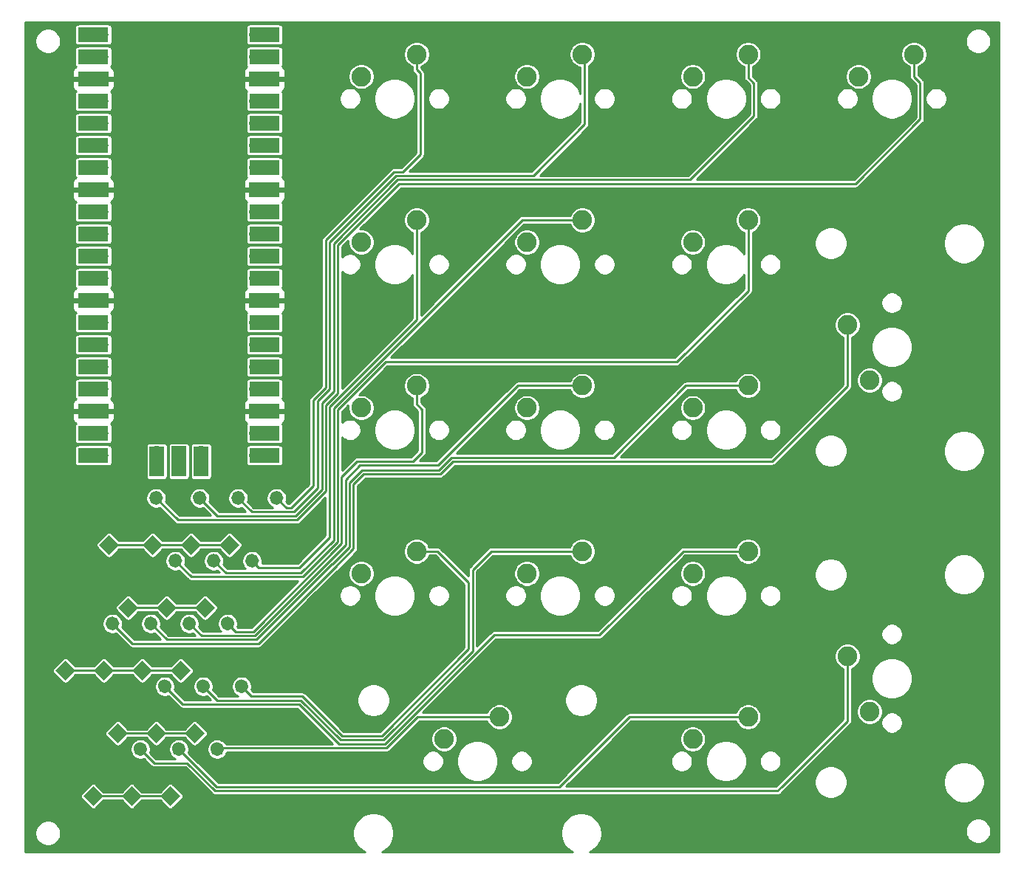
<source format=gtl>
G04 #@! TF.GenerationSoftware,KiCad,Pcbnew,(5.1.10)-1*
G04 #@! TF.CreationDate,2021-09-20T14:50:31+01:00*
G04 #@! TF.ProjectId,env-npd,656e762d-6e70-4642-9e6b-696361645f70,rev?*
G04 #@! TF.SameCoordinates,Original*
G04 #@! TF.FileFunction,Copper,L1,Top*
G04 #@! TF.FilePolarity,Positive*
%FSLAX46Y46*%
G04 Gerber Fmt 4.6, Leading zero omitted, Abs format (unit mm)*
G04 Created by KiCad (PCBNEW (5.1.10)-1) date 2021-09-20 14:50:31*
%MOMM*%
%LPD*%
G01*
G04 APERTURE LIST*
G04 #@! TA.AperFunction,ComponentPad*
%ADD10C,0.100000*%
G04 #@! TD*
G04 #@! TA.AperFunction,ComponentPad*
%ADD11O,1.700000X1.700000*%
G04 #@! TD*
G04 #@! TA.AperFunction,ComponentPad*
%ADD12R,1.700000X1.700000*%
G04 #@! TD*
G04 #@! TA.AperFunction,SMDPad,CuDef*
%ADD13R,3.500000X1.700000*%
G04 #@! TD*
G04 #@! TA.AperFunction,SMDPad,CuDef*
%ADD14R,1.700000X3.500000*%
G04 #@! TD*
G04 #@! TA.AperFunction,ComponentPad*
%ADD15C,2.250000*%
G04 #@! TD*
G04 #@! TA.AperFunction,ViaPad*
%ADD16C,0.800000*%
G04 #@! TD*
G04 #@! TA.AperFunction,Conductor*
%ADD17C,0.250000*%
G04 #@! TD*
G04 #@! TA.AperFunction,Conductor*
%ADD18C,0.100000*%
G04 #@! TD*
G04 APERTURE END LIST*
G04 #@! TA.AperFunction,ComponentPad*
G36*
G01*
X82622469Y-114377531D02*
X82622469Y-114377531D01*
G75*
G02*
X82622469Y-113246161I565685J565685D01*
G01*
X82622469Y-113246161D01*
G75*
G02*
X83753839Y-113246161I565685J-565685D01*
G01*
X83753839Y-113246161D01*
G75*
G02*
X83753839Y-114377531I-565685J-565685D01*
G01*
X83753839Y-114377531D01*
G75*
G02*
X82622469Y-114377531I-565685J565685D01*
G01*
G37*
G04 #@! TD.AperFunction*
G04 #@! TA.AperFunction,ComponentPad*
D10*
G36*
X77800000Y-120331371D02*
G01*
X76668629Y-119200000D01*
X77800000Y-118068629D01*
X78931371Y-119200000D01*
X77800000Y-120331371D01*
G37*
G04 #@! TD.AperFunction*
G04 #@! TA.AperFunction,ComponentPad*
G36*
G01*
X80822469Y-143177531D02*
X80822469Y-143177531D01*
G75*
G02*
X80822469Y-142046161I565685J565685D01*
G01*
X80822469Y-142046161D01*
G75*
G02*
X81953839Y-142046161I565685J-565685D01*
G01*
X81953839Y-142046161D01*
G75*
G02*
X81953839Y-143177531I-565685J-565685D01*
G01*
X81953839Y-143177531D01*
G75*
G02*
X80822469Y-143177531I-565685J565685D01*
G01*
G37*
G04 #@! TD.AperFunction*
G04 #@! TA.AperFunction,ComponentPad*
G36*
X76000000Y-149131371D02*
G01*
X74868629Y-148000000D01*
X76000000Y-146868629D01*
X77131371Y-148000000D01*
X76000000Y-149131371D01*
G37*
G04 #@! TD.AperFunction*
G04 #@! TA.AperFunction,ComponentPad*
G36*
G01*
X85222469Y-143177531D02*
X85222469Y-143177531D01*
G75*
G02*
X85222469Y-142046161I565685J565685D01*
G01*
X85222469Y-142046161D01*
G75*
G02*
X86353839Y-142046161I565685J-565685D01*
G01*
X86353839Y-142046161D01*
G75*
G02*
X86353839Y-143177531I-565685J-565685D01*
G01*
X86353839Y-143177531D01*
G75*
G02*
X85222469Y-143177531I-565685J565685D01*
G01*
G37*
G04 #@! TD.AperFunction*
G04 #@! TA.AperFunction,ComponentPad*
G36*
X80400000Y-149131371D02*
G01*
X79268629Y-148000000D01*
X80400000Y-146868629D01*
X81531371Y-148000000D01*
X80400000Y-149131371D01*
G37*
G04 #@! TD.AperFunction*
G04 #@! TA.AperFunction,ComponentPad*
G36*
G01*
X89622469Y-143177531D02*
X89622469Y-143177531D01*
G75*
G02*
X89622469Y-142046161I565685J565685D01*
G01*
X89622469Y-142046161D01*
G75*
G02*
X90753839Y-142046161I565685J-565685D01*
G01*
X90753839Y-142046161D01*
G75*
G02*
X90753839Y-143177531I-565685J-565685D01*
G01*
X90753839Y-143177531D01*
G75*
G02*
X89622469Y-143177531I-565685J565685D01*
G01*
G37*
G04 #@! TD.AperFunction*
G04 #@! TA.AperFunction,ComponentPad*
G36*
X84800000Y-149131371D02*
G01*
X83668629Y-148000000D01*
X84800000Y-146868629D01*
X85931371Y-148000000D01*
X84800000Y-149131371D01*
G37*
G04 #@! TD.AperFunction*
G04 #@! TA.AperFunction,ComponentPad*
G36*
G01*
X83622469Y-135977531D02*
X83622469Y-135977531D01*
G75*
G02*
X83622469Y-134846161I565685J565685D01*
G01*
X83622469Y-134846161D01*
G75*
G02*
X84753839Y-134846161I565685J-565685D01*
G01*
X84753839Y-134846161D01*
G75*
G02*
X84753839Y-135977531I-565685J-565685D01*
G01*
X84753839Y-135977531D01*
G75*
G02*
X83622469Y-135977531I-565685J565685D01*
G01*
G37*
G04 #@! TD.AperFunction*
G04 #@! TA.AperFunction,ComponentPad*
G36*
X78800000Y-141931371D02*
G01*
X77668629Y-140800000D01*
X78800000Y-139668629D01*
X79931371Y-140800000D01*
X78800000Y-141931371D01*
G37*
G04 #@! TD.AperFunction*
G04 #@! TA.AperFunction,ComponentPad*
G36*
G01*
X88022469Y-135977531D02*
X88022469Y-135977531D01*
G75*
G02*
X88022469Y-134846161I565685J565685D01*
G01*
X88022469Y-134846161D01*
G75*
G02*
X89153839Y-134846161I565685J-565685D01*
G01*
X89153839Y-134846161D01*
G75*
G02*
X89153839Y-135977531I-565685J-565685D01*
G01*
X89153839Y-135977531D01*
G75*
G02*
X88022469Y-135977531I-565685J565685D01*
G01*
G37*
G04 #@! TD.AperFunction*
G04 #@! TA.AperFunction,ComponentPad*
G36*
X83200000Y-141931371D02*
G01*
X82068629Y-140800000D01*
X83200000Y-139668629D01*
X84331371Y-140800000D01*
X83200000Y-141931371D01*
G37*
G04 #@! TD.AperFunction*
G04 #@! TA.AperFunction,ComponentPad*
G36*
G01*
X92422469Y-135977531D02*
X92422469Y-135977531D01*
G75*
G02*
X92422469Y-134846161I565685J565685D01*
G01*
X92422469Y-134846161D01*
G75*
G02*
X93553839Y-134846161I565685J-565685D01*
G01*
X93553839Y-134846161D01*
G75*
G02*
X93553839Y-135977531I-565685J-565685D01*
G01*
X93553839Y-135977531D01*
G75*
G02*
X92422469Y-135977531I-565685J565685D01*
G01*
G37*
G04 #@! TD.AperFunction*
G04 #@! TA.AperFunction,ComponentPad*
G36*
X87600000Y-141931371D02*
G01*
X86468629Y-140800000D01*
X87600000Y-139668629D01*
X88731371Y-140800000D01*
X87600000Y-141931371D01*
G37*
G04 #@! TD.AperFunction*
G04 #@! TA.AperFunction,ComponentPad*
G36*
G01*
X77622469Y-128777531D02*
X77622469Y-128777531D01*
G75*
G02*
X77622469Y-127646161I565685J565685D01*
G01*
X77622469Y-127646161D01*
G75*
G02*
X78753839Y-127646161I565685J-565685D01*
G01*
X78753839Y-127646161D01*
G75*
G02*
X78753839Y-128777531I-565685J-565685D01*
G01*
X78753839Y-128777531D01*
G75*
G02*
X77622469Y-128777531I-565685J565685D01*
G01*
G37*
G04 #@! TD.AperFunction*
G04 #@! TA.AperFunction,ComponentPad*
G36*
X72800000Y-134731371D02*
G01*
X71668629Y-133600000D01*
X72800000Y-132468629D01*
X73931371Y-133600000D01*
X72800000Y-134731371D01*
G37*
G04 #@! TD.AperFunction*
G04 #@! TA.AperFunction,ComponentPad*
G36*
G01*
X82022469Y-128777531D02*
X82022469Y-128777531D01*
G75*
G02*
X82022469Y-127646161I565685J565685D01*
G01*
X82022469Y-127646161D01*
G75*
G02*
X83153839Y-127646161I565685J-565685D01*
G01*
X83153839Y-127646161D01*
G75*
G02*
X83153839Y-128777531I-565685J-565685D01*
G01*
X83153839Y-128777531D01*
G75*
G02*
X82022469Y-128777531I-565685J565685D01*
G01*
G37*
G04 #@! TD.AperFunction*
G04 #@! TA.AperFunction,ComponentPad*
G36*
X77200000Y-134731371D02*
G01*
X76068629Y-133600000D01*
X77200000Y-132468629D01*
X78331371Y-133600000D01*
X77200000Y-134731371D01*
G37*
G04 #@! TD.AperFunction*
G04 #@! TA.AperFunction,ComponentPad*
G36*
G01*
X86422469Y-128777531D02*
X86422469Y-128777531D01*
G75*
G02*
X86422469Y-127646161I565685J565685D01*
G01*
X86422469Y-127646161D01*
G75*
G02*
X87553839Y-127646161I565685J-565685D01*
G01*
X87553839Y-127646161D01*
G75*
G02*
X87553839Y-128777531I-565685J-565685D01*
G01*
X87553839Y-128777531D01*
G75*
G02*
X86422469Y-128777531I-565685J565685D01*
G01*
G37*
G04 #@! TD.AperFunction*
G04 #@! TA.AperFunction,ComponentPad*
G36*
X81600000Y-134731371D02*
G01*
X80468629Y-133600000D01*
X81600000Y-132468629D01*
X82731371Y-133600000D01*
X81600000Y-134731371D01*
G37*
G04 #@! TD.AperFunction*
G04 #@! TA.AperFunction,ComponentPad*
G36*
G01*
X90822469Y-128777531D02*
X90822469Y-128777531D01*
G75*
G02*
X90822469Y-127646161I565685J565685D01*
G01*
X90822469Y-127646161D01*
G75*
G02*
X91953839Y-127646161I565685J-565685D01*
G01*
X91953839Y-127646161D01*
G75*
G02*
X91953839Y-128777531I-565685J-565685D01*
G01*
X91953839Y-128777531D01*
G75*
G02*
X90822469Y-128777531I-565685J565685D01*
G01*
G37*
G04 #@! TD.AperFunction*
G04 #@! TA.AperFunction,ComponentPad*
G36*
X86000000Y-134731371D02*
G01*
X84868629Y-133600000D01*
X86000000Y-132468629D01*
X87131371Y-133600000D01*
X86000000Y-134731371D01*
G37*
G04 #@! TD.AperFunction*
G04 #@! TA.AperFunction,ComponentPad*
G36*
G01*
X84822469Y-121577531D02*
X84822469Y-121577531D01*
G75*
G02*
X84822469Y-120446161I565685J565685D01*
G01*
X84822469Y-120446161D01*
G75*
G02*
X85953839Y-120446161I565685J-565685D01*
G01*
X85953839Y-120446161D01*
G75*
G02*
X85953839Y-121577531I-565685J-565685D01*
G01*
X85953839Y-121577531D01*
G75*
G02*
X84822469Y-121577531I-565685J565685D01*
G01*
G37*
G04 #@! TD.AperFunction*
G04 #@! TA.AperFunction,ComponentPad*
G36*
X80000000Y-127531371D02*
G01*
X78868629Y-126400000D01*
X80000000Y-125268629D01*
X81131371Y-126400000D01*
X80000000Y-127531371D01*
G37*
G04 #@! TD.AperFunction*
G04 #@! TA.AperFunction,ComponentPad*
G36*
G01*
X89222469Y-121577531D02*
X89222469Y-121577531D01*
G75*
G02*
X89222469Y-120446161I565685J565685D01*
G01*
X89222469Y-120446161D01*
G75*
G02*
X90353839Y-120446161I565685J-565685D01*
G01*
X90353839Y-120446161D01*
G75*
G02*
X90353839Y-121577531I-565685J-565685D01*
G01*
X90353839Y-121577531D01*
G75*
G02*
X89222469Y-121577531I-565685J565685D01*
G01*
G37*
G04 #@! TD.AperFunction*
G04 #@! TA.AperFunction,ComponentPad*
G36*
X84400000Y-127531371D02*
G01*
X83268629Y-126400000D01*
X84400000Y-125268629D01*
X85531371Y-126400000D01*
X84400000Y-127531371D01*
G37*
G04 #@! TD.AperFunction*
G04 #@! TA.AperFunction,ComponentPad*
G36*
G01*
X93622469Y-121577531D02*
X93622469Y-121577531D01*
G75*
G02*
X93622469Y-120446161I565685J565685D01*
G01*
X93622469Y-120446161D01*
G75*
G02*
X94753839Y-120446161I565685J-565685D01*
G01*
X94753839Y-120446161D01*
G75*
G02*
X94753839Y-121577531I-565685J-565685D01*
G01*
X94753839Y-121577531D01*
G75*
G02*
X93622469Y-121577531I-565685J565685D01*
G01*
G37*
G04 #@! TD.AperFunction*
G04 #@! TA.AperFunction,ComponentPad*
G36*
X88800000Y-127531371D02*
G01*
X87668629Y-126400000D01*
X88800000Y-125268629D01*
X89931371Y-126400000D01*
X88800000Y-127531371D01*
G37*
G04 #@! TD.AperFunction*
G04 #@! TA.AperFunction,ComponentPad*
G36*
G01*
X87622469Y-114377531D02*
X87622469Y-114377531D01*
G75*
G02*
X87622469Y-113246161I565685J565685D01*
G01*
X87622469Y-113246161D01*
G75*
G02*
X88753839Y-113246161I565685J-565685D01*
G01*
X88753839Y-113246161D01*
G75*
G02*
X88753839Y-114377531I-565685J-565685D01*
G01*
X88753839Y-114377531D01*
G75*
G02*
X87622469Y-114377531I-565685J565685D01*
G01*
G37*
G04 #@! TD.AperFunction*
G04 #@! TA.AperFunction,ComponentPad*
G36*
X82800000Y-120331371D02*
G01*
X81668629Y-119200000D01*
X82800000Y-118068629D01*
X83931371Y-119200000D01*
X82800000Y-120331371D01*
G37*
G04 #@! TD.AperFunction*
G04 #@! TA.AperFunction,ComponentPad*
G36*
G01*
X92022469Y-114377531D02*
X92022469Y-114377531D01*
G75*
G02*
X92022469Y-113246161I565685J565685D01*
G01*
X92022469Y-113246161D01*
G75*
G02*
X93153839Y-113246161I565685J-565685D01*
G01*
X93153839Y-113246161D01*
G75*
G02*
X93153839Y-114377531I-565685J-565685D01*
G01*
X93153839Y-114377531D01*
G75*
G02*
X92022469Y-114377531I-565685J565685D01*
G01*
G37*
G04 #@! TD.AperFunction*
G04 #@! TA.AperFunction,ComponentPad*
G36*
X87200000Y-120331371D02*
G01*
X86068629Y-119200000D01*
X87200000Y-118068629D01*
X88331371Y-119200000D01*
X87200000Y-120331371D01*
G37*
G04 #@! TD.AperFunction*
G04 #@! TA.AperFunction,ComponentPad*
G36*
G01*
X96422469Y-114377531D02*
X96422469Y-114377531D01*
G75*
G02*
X96422469Y-113246161I565685J565685D01*
G01*
X96422469Y-113246161D01*
G75*
G02*
X97553839Y-113246161I565685J-565685D01*
G01*
X97553839Y-113246161D01*
G75*
G02*
X97553839Y-114377531I-565685J-565685D01*
G01*
X97553839Y-114377531D01*
G75*
G02*
X96422469Y-114377531I-565685J565685D01*
G01*
G37*
G04 #@! TD.AperFunction*
G04 #@! TA.AperFunction,ComponentPad*
G36*
X91600000Y-120331371D02*
G01*
X90468629Y-119200000D01*
X91600000Y-118068629D01*
X92731371Y-119200000D01*
X91600000Y-120331371D01*
G37*
G04 #@! TD.AperFunction*
D11*
X76910000Y-60670000D03*
X76910000Y-63210000D03*
D12*
X76910000Y-65750000D03*
D11*
X76910000Y-68290000D03*
X76910000Y-70830000D03*
X76910000Y-73370000D03*
X76910000Y-75910000D03*
D12*
X76910000Y-78450000D03*
D11*
X76910000Y-80990000D03*
X76910000Y-83530000D03*
X76910000Y-86070000D03*
X76910000Y-88610000D03*
D12*
X76910000Y-91150000D03*
D11*
X76910000Y-93690000D03*
X76910000Y-96230000D03*
X76910000Y-98770000D03*
X76910000Y-101310000D03*
D12*
X76910000Y-103850000D03*
D11*
X76910000Y-106390000D03*
X76910000Y-108930000D03*
X94690000Y-108930000D03*
X94690000Y-106390000D03*
D12*
X94690000Y-103850000D03*
D11*
X94690000Y-101310000D03*
X94690000Y-98770000D03*
X94690000Y-96230000D03*
X94690000Y-93690000D03*
D12*
X94690000Y-91150000D03*
D11*
X94690000Y-88610000D03*
X94690000Y-86070000D03*
X94690000Y-83530000D03*
X94690000Y-80990000D03*
D12*
X94690000Y-78450000D03*
D11*
X94690000Y-75910000D03*
X94690000Y-73370000D03*
X94690000Y-70830000D03*
X94690000Y-68290000D03*
D12*
X94690000Y-65750000D03*
D11*
X94690000Y-63210000D03*
X94690000Y-60670000D03*
D13*
X76010000Y-60670000D03*
X76010000Y-63210000D03*
X76010000Y-65750000D03*
X76010000Y-68290000D03*
X76010000Y-70830000D03*
X76010000Y-73370000D03*
X76010000Y-75910000D03*
X76010000Y-78450000D03*
X76010000Y-80990000D03*
X76010000Y-83530000D03*
X76010000Y-86070000D03*
X76010000Y-88610000D03*
X76010000Y-91150000D03*
X76010000Y-93690000D03*
X76010000Y-96230000D03*
X76010000Y-98770000D03*
X76010000Y-101310000D03*
X76010000Y-103850000D03*
X76010000Y-106390000D03*
X76010000Y-108930000D03*
X95590000Y-60670000D03*
X95590000Y-63210000D03*
X95590000Y-65750000D03*
X95590000Y-68290000D03*
X95590000Y-70830000D03*
X95590000Y-73370000D03*
X95590000Y-75910000D03*
X95590000Y-78450000D03*
X95590000Y-80990000D03*
X95590000Y-83530000D03*
X95590000Y-86070000D03*
X95590000Y-88610000D03*
X95590000Y-91150000D03*
X95590000Y-93690000D03*
X95590000Y-96230000D03*
X95590000Y-98770000D03*
X95590000Y-101310000D03*
X95590000Y-103850000D03*
X95590000Y-106390000D03*
X95590000Y-108930000D03*
D14*
X83260000Y-109600000D03*
D11*
X83260000Y-108700000D03*
D14*
X85800000Y-109600000D03*
D12*
X85800000Y-108700000D03*
D14*
X88340000Y-109600000D03*
D11*
X88340000Y-108700000D03*
D15*
X122540000Y-138920000D03*
X116190000Y-141460000D03*
X162420000Y-131960000D03*
X164960000Y-138310000D03*
X151040000Y-138920000D03*
X144690000Y-141460000D03*
X151040000Y-119920000D03*
X144690000Y-122460000D03*
X132040000Y-119920000D03*
X125690000Y-122460000D03*
X113040000Y-119920000D03*
X106690000Y-122460000D03*
X162420000Y-93960000D03*
X164960000Y-100310000D03*
X151040000Y-100920000D03*
X144690000Y-103460000D03*
X132040000Y-100920000D03*
X125690000Y-103460000D03*
X113040000Y-100920000D03*
X106690000Y-103460000D03*
X151040000Y-81920000D03*
X144690000Y-84460000D03*
X132040000Y-81920000D03*
X125690000Y-84460000D03*
X113040000Y-81920000D03*
X106690000Y-84460000D03*
X170040000Y-62920000D03*
X163690000Y-65460000D03*
X151040000Y-62920000D03*
X144690000Y-65460000D03*
X132040000Y-62920000D03*
X125690000Y-65460000D03*
X113040000Y-62920000D03*
X106690000Y-65460000D03*
D16*
X99150000Y-111000000D03*
X99600000Y-87500000D03*
D17*
X91600000Y-119200000D02*
X77800000Y-119200000D01*
X80000000Y-126400000D02*
X88800000Y-126400000D01*
X72800000Y-133600000D02*
X86000000Y-133600000D01*
X78800000Y-140800000D02*
X87600000Y-140800000D01*
X84800000Y-148000000D02*
X76000000Y-148000000D01*
X98126308Y-114950000D02*
X96988154Y-113811846D01*
X113040000Y-62920000D02*
X113040000Y-64690000D01*
X113450000Y-65100000D02*
X113450000Y-74400000D01*
X113040000Y-64690000D02*
X113450000Y-65100000D01*
X102650000Y-84238590D02*
X102649990Y-84238600D01*
X113450000Y-74400000D02*
X111450010Y-76399990D01*
X102650000Y-84200000D02*
X102650000Y-84238590D01*
X102649990Y-101163600D02*
X101200000Y-102613590D01*
X111450010Y-76399990D02*
X110450010Y-76399990D01*
X110450010Y-76399990D02*
X102650000Y-84200000D01*
X101200000Y-102613590D02*
X101200000Y-112400000D01*
X98650000Y-114950000D02*
X98126308Y-114950000D01*
X102649990Y-84238600D02*
X102649990Y-101163600D01*
X101200000Y-112400000D02*
X98650000Y-114950000D01*
X94176308Y-115400000D02*
X92588154Y-113811846D01*
X101749950Y-112650050D02*
X99000000Y-115400000D01*
X103100000Y-101350000D02*
X101749950Y-102700050D01*
X99000000Y-115400000D02*
X94176308Y-115400000D01*
X101749950Y-102700050D02*
X101749950Y-112650050D01*
X103100000Y-84425000D02*
X103100000Y-101350000D01*
X110675000Y-76850000D02*
X103100000Y-84425000D01*
X132300000Y-70950000D02*
X126400000Y-76850000D01*
X132300000Y-63180000D02*
X132300000Y-70950000D01*
X126400000Y-76850000D02*
X110675000Y-76850000D01*
X132040000Y-62920000D02*
X132300000Y-63180000D01*
X90226318Y-115850010D02*
X88188154Y-113811846D01*
X99186400Y-115850010D02*
X90226318Y-115850010D01*
X151040000Y-62920000D02*
X151040000Y-65590000D01*
X103550000Y-101600000D02*
X102199960Y-102950040D01*
X151040000Y-65590000D02*
X151700000Y-66250000D01*
X151700000Y-66250000D02*
X151700000Y-69950000D01*
X151700000Y-69950000D02*
X144350000Y-77300000D01*
X144350000Y-77300000D02*
X110863589Y-77300001D01*
X110863589Y-77300001D02*
X103550000Y-84613590D01*
X103550000Y-84613590D02*
X103550000Y-101600000D01*
X102199960Y-102950040D02*
X102199960Y-108599960D01*
X102199960Y-108599960D02*
X102200000Y-108600000D01*
X102200000Y-108600000D02*
X102199960Y-108600040D01*
X102199960Y-108600040D02*
X102199960Y-112836450D01*
X102199960Y-112836450D02*
X99186400Y-115850010D01*
X170040000Y-62920000D02*
X170040000Y-65490000D01*
X170040000Y-65490000D02*
X170750000Y-66200000D01*
X170750000Y-66200000D02*
X170750000Y-68181974D01*
X170750000Y-68181974D02*
X170750000Y-70350000D01*
X170750000Y-70350000D02*
X163349990Y-77750010D01*
X163349990Y-77750010D02*
X112199990Y-77750010D01*
X112199990Y-77750010D02*
X111950010Y-77750010D01*
X102650009Y-113022812D02*
X99372800Y-116300021D01*
X104000011Y-101786400D02*
X102650009Y-103136402D01*
X99372800Y-116300021D02*
X85676328Y-116300020D01*
X102650009Y-103136402D02*
X102650009Y-113022812D01*
X85676328Y-116300020D02*
X83188154Y-113811846D01*
X112199990Y-77750010D02*
X111049990Y-77750010D01*
X111049990Y-77750010D02*
X104000011Y-84799989D01*
X104000011Y-84799989D02*
X104000011Y-101786400D01*
X103100020Y-118299980D02*
X99600000Y-121800000D01*
X94976308Y-121800000D02*
X94188154Y-121011846D01*
X99600000Y-121800000D02*
X94976308Y-121800000D01*
X103100020Y-103327160D02*
X103100020Y-118299980D01*
X113040000Y-93387180D02*
X103100020Y-103327160D01*
X113040000Y-81920000D02*
X113040000Y-93387180D01*
X103550031Y-103513559D02*
X103550031Y-118649969D01*
X125143590Y-81920000D02*
X103550031Y-103513559D01*
X91176308Y-122400000D02*
X89788154Y-121011846D01*
X103550031Y-118649969D02*
X99800000Y-122400000D01*
X99800000Y-122400000D02*
X91176308Y-122400000D01*
X132040000Y-81920000D02*
X125143590Y-81920000D01*
X87226319Y-122850011D02*
X99986400Y-122850011D01*
X104000042Y-118836369D02*
X104000042Y-103699958D01*
X104000042Y-103699958D02*
X109499978Y-98200022D01*
X109499978Y-98200022D02*
X142849978Y-98200022D01*
X142849978Y-98200022D02*
X151040000Y-90010000D01*
X85388154Y-121011846D02*
X87226319Y-122850011D01*
X99986400Y-122850011D02*
X104000042Y-118836369D01*
X151040000Y-90010000D02*
X151040000Y-81920000D01*
X104450051Y-119022770D02*
X94322821Y-129150000D01*
X92326308Y-129150000D02*
X91388154Y-128211846D01*
X104450051Y-111349949D02*
X104450051Y-119022770D01*
X106200000Y-109600000D02*
X104450051Y-111349949D01*
X112600000Y-109600000D02*
X106200000Y-109600000D01*
X113650000Y-108550000D02*
X112600000Y-109600000D01*
X94322821Y-129150000D02*
X92326308Y-129150000D01*
X113650000Y-103650000D02*
X113650000Y-108550000D01*
X113040000Y-103040000D02*
X113650000Y-103650000D01*
X113040000Y-100920000D02*
X113040000Y-103040000D01*
X94509231Y-129600000D02*
X88376308Y-129600000D01*
X104900060Y-111699940D02*
X104900060Y-119209169D01*
X106549990Y-110050010D02*
X104900060Y-111699940D01*
X115499990Y-110050010D02*
X106549990Y-110050010D01*
X88376308Y-129600000D02*
X86988154Y-128211846D01*
X104900060Y-119209169D02*
X94509231Y-129600000D01*
X124650000Y-100900000D02*
X115499990Y-110050010D01*
X132050000Y-100900000D02*
X124650000Y-100900000D01*
X84426318Y-130050010D02*
X82588154Y-128211846D01*
X103400000Y-121400000D02*
X103345640Y-121400000D01*
X105350070Y-112049930D02*
X105350070Y-119449930D01*
X106800000Y-110600000D02*
X105350070Y-112049930D01*
X94695631Y-130050010D02*
X84426318Y-130050010D01*
X103345640Y-121400000D02*
X94695631Y-130050010D01*
X151040000Y-100920000D02*
X143880000Y-100920000D01*
X135650000Y-109150000D02*
X117036410Y-109150000D01*
X115586410Y-110600000D02*
X106800000Y-110600000D01*
X143880000Y-100920000D02*
X135650000Y-109150000D01*
X105350070Y-119449930D02*
X103400000Y-121400000D01*
X117036410Y-109150000D02*
X115586410Y-110600000D01*
X105800080Y-119636330D02*
X105800080Y-112236330D01*
X94899980Y-130500020D02*
X103549990Y-121850010D01*
X78188154Y-128211846D02*
X80476328Y-130500020D01*
X105800080Y-112236330D02*
X106986400Y-111050010D01*
X115772810Y-111050010D02*
X117222810Y-109600010D01*
X106986400Y-111050010D02*
X115772810Y-111050010D01*
X103549990Y-121850010D02*
X103586401Y-121850009D01*
X103586401Y-121850009D02*
X105800080Y-119636330D01*
X80476328Y-130500020D02*
X94899980Y-130500020D01*
X117222810Y-109600010D02*
X153799990Y-109600010D01*
X153799990Y-109600010D02*
X162400000Y-101000000D01*
X162400000Y-101000000D02*
X162400000Y-94000000D01*
X115400000Y-119900000D02*
X113250000Y-119900000D01*
X119000000Y-123500000D02*
X115400000Y-119900000D01*
X119000000Y-131150000D02*
X119000000Y-123500000D01*
X109050000Y-141100000D02*
X119000000Y-131150000D01*
X104500000Y-141100000D02*
X109050000Y-141100000D01*
X99949990Y-136549990D02*
X104500000Y-141100000D01*
X94126298Y-136549990D02*
X99949990Y-136549990D01*
X92988154Y-135411846D02*
X94126298Y-136549990D01*
X119450000Y-131350000D02*
X119450000Y-122050000D01*
X109250000Y-141550000D02*
X119450000Y-131350000D01*
X121580000Y-119920000D02*
X132040000Y-119920000D01*
X119450000Y-122050000D02*
X121580000Y-119920000D01*
X109236400Y-141550010D02*
X104313599Y-141550009D01*
X109236410Y-141550000D02*
X109236400Y-141550010D01*
X109250000Y-141550000D02*
X109236410Y-141550000D01*
X104313599Y-141550009D02*
X99763590Y-137000000D01*
X90176308Y-137000000D02*
X88588154Y-135411846D01*
X99763590Y-137000000D02*
X90176308Y-137000000D01*
X121950000Y-129500000D02*
X109450000Y-142000000D01*
X134000000Y-129500000D02*
X121950000Y-129500000D01*
X143600000Y-119900000D02*
X134000000Y-129500000D01*
X151100000Y-119900000D02*
X143600000Y-119900000D01*
X109422799Y-142000019D02*
X104127198Y-142000018D01*
X109422820Y-142000000D02*
X109422799Y-142000019D01*
X109450000Y-142000000D02*
X109422820Y-142000000D01*
X104127198Y-142000018D02*
X99577190Y-137450010D01*
X86226318Y-137450010D02*
X84188154Y-135411846D01*
X99577190Y-137450010D02*
X86226318Y-137450010D01*
X90300000Y-142500000D02*
X90188154Y-142611846D01*
X109600000Y-142500000D02*
X90300000Y-142500000D01*
X113180000Y-138920000D02*
X109600000Y-142500000D01*
X122540000Y-138920000D02*
X113180000Y-138920000D01*
X137430000Y-138920000D02*
X151040000Y-138920000D01*
X129399990Y-146950010D02*
X137430000Y-138920000D01*
X90126318Y-146950010D02*
X129399990Y-146950010D01*
X85788154Y-142611846D02*
X90126318Y-146950010D01*
X162420000Y-131960000D02*
X162420000Y-139380000D01*
X154875000Y-146925000D02*
X154400000Y-147400000D01*
X162420000Y-139380000D02*
X154875000Y-146925000D01*
X86739898Y-144200000D02*
X82976308Y-144200000D01*
X82976308Y-144200000D02*
X81388154Y-142611846D01*
X89939918Y-147400020D02*
X86739898Y-144200000D01*
X154399980Y-147400020D02*
X89939918Y-147400020D01*
X154875000Y-146925000D02*
X154399980Y-147400020D01*
X179775001Y-154425000D02*
X132857640Y-154425000D01*
X133028345Y-154354292D01*
X133416336Y-154095045D01*
X133746295Y-153765086D01*
X134005542Y-153377095D01*
X134184114Y-152945983D01*
X134275150Y-152488316D01*
X134275150Y-152021684D01*
X134241940Y-151854725D01*
X175925000Y-151854725D01*
X175925000Y-152145275D01*
X175981683Y-152430242D01*
X176092872Y-152698675D01*
X176254293Y-152940258D01*
X176459742Y-153145707D01*
X176701325Y-153307128D01*
X176969758Y-153418317D01*
X177254725Y-153475000D01*
X177545275Y-153475000D01*
X177830242Y-153418317D01*
X178098675Y-153307128D01*
X178340258Y-153145707D01*
X178545707Y-152940258D01*
X178707128Y-152698675D01*
X178818317Y-152430242D01*
X178875000Y-152145275D01*
X178875000Y-151854725D01*
X178818317Y-151569758D01*
X178707128Y-151301325D01*
X178545707Y-151059742D01*
X178340258Y-150854293D01*
X178098675Y-150692872D01*
X177830242Y-150581683D01*
X177545275Y-150525000D01*
X177254725Y-150525000D01*
X176969758Y-150581683D01*
X176701325Y-150692872D01*
X176459742Y-150854293D01*
X176254293Y-151059742D01*
X176092872Y-151301325D01*
X175981683Y-151569758D01*
X175925000Y-151854725D01*
X134241940Y-151854725D01*
X134184114Y-151564017D01*
X134005542Y-151132905D01*
X133746295Y-150744914D01*
X133416336Y-150414955D01*
X133028345Y-150155708D01*
X132597233Y-149977136D01*
X132139566Y-149886100D01*
X131672934Y-149886100D01*
X131215267Y-149977136D01*
X130784155Y-150155708D01*
X130396164Y-150414955D01*
X130066205Y-150744914D01*
X129806958Y-151132905D01*
X129628386Y-151564017D01*
X129537350Y-152021684D01*
X129537350Y-152488316D01*
X129628386Y-152945983D01*
X129806958Y-153377095D01*
X130066205Y-153765086D01*
X130396164Y-154095045D01*
X130784155Y-154354292D01*
X130954860Y-154425000D01*
X109045140Y-154425000D01*
X109215845Y-154354292D01*
X109603836Y-154095045D01*
X109933795Y-153765086D01*
X110193042Y-153377095D01*
X110371614Y-152945983D01*
X110462650Y-152488316D01*
X110462650Y-152021684D01*
X110371614Y-151564017D01*
X110193042Y-151132905D01*
X109933795Y-150744914D01*
X109603836Y-150414955D01*
X109215845Y-150155708D01*
X108784733Y-149977136D01*
X108327066Y-149886100D01*
X107860434Y-149886100D01*
X107402767Y-149977136D01*
X106971655Y-150155708D01*
X106583664Y-150414955D01*
X106253705Y-150744914D01*
X105994458Y-151132905D01*
X105815886Y-151564017D01*
X105724850Y-152021684D01*
X105724850Y-152488316D01*
X105815886Y-152945983D01*
X105994458Y-153377095D01*
X106253705Y-153765086D01*
X106583664Y-154095045D01*
X106971655Y-154354292D01*
X107142360Y-154425000D01*
X68225000Y-154425000D01*
X68225000Y-152104725D01*
X69325000Y-152104725D01*
X69325000Y-152395275D01*
X69381683Y-152680242D01*
X69492872Y-152948675D01*
X69654293Y-153190258D01*
X69859742Y-153395707D01*
X70101325Y-153557128D01*
X70369758Y-153668317D01*
X70654725Y-153725000D01*
X70945275Y-153725000D01*
X71230242Y-153668317D01*
X71498675Y-153557128D01*
X71740258Y-153395707D01*
X71945707Y-153190258D01*
X72107128Y-152948675D01*
X72218317Y-152680242D01*
X72275000Y-152395275D01*
X72275000Y-152104725D01*
X72218317Y-151819758D01*
X72107128Y-151551325D01*
X71945707Y-151309742D01*
X71740258Y-151104293D01*
X71498675Y-150942872D01*
X71230242Y-150831683D01*
X70945275Y-150775000D01*
X70654725Y-150775000D01*
X70369758Y-150831683D01*
X70101325Y-150942872D01*
X69859742Y-151104293D01*
X69654293Y-151309742D01*
X69492872Y-151551325D01*
X69381683Y-151819758D01*
X69325000Y-152104725D01*
X68225000Y-152104725D01*
X68225000Y-148000000D01*
X74491815Y-148000000D01*
X74499055Y-148073513D01*
X74520498Y-148144200D01*
X74555320Y-148209347D01*
X74602181Y-148266448D01*
X75733552Y-149397819D01*
X75790653Y-149444680D01*
X75855800Y-149479502D01*
X75926487Y-149500945D01*
X76000000Y-149508185D01*
X76073513Y-149500945D01*
X76144200Y-149479502D01*
X76209347Y-149444680D01*
X76266448Y-149397819D01*
X77164267Y-148500000D01*
X79235733Y-148500000D01*
X80133552Y-149397819D01*
X80190653Y-149444680D01*
X80255800Y-149479502D01*
X80326487Y-149500945D01*
X80400000Y-149508185D01*
X80473513Y-149500945D01*
X80544200Y-149479502D01*
X80609347Y-149444680D01*
X80666448Y-149397819D01*
X81564267Y-148500000D01*
X83635733Y-148500000D01*
X84533552Y-149397819D01*
X84590653Y-149444680D01*
X84655800Y-149479502D01*
X84726487Y-149500945D01*
X84800000Y-149508185D01*
X84873513Y-149500945D01*
X84944200Y-149479502D01*
X85009347Y-149444680D01*
X85066448Y-149397819D01*
X86197819Y-148266448D01*
X86244680Y-148209347D01*
X86279502Y-148144200D01*
X86300945Y-148073513D01*
X86308185Y-148000000D01*
X86300945Y-147926487D01*
X86279502Y-147855800D01*
X86244680Y-147790653D01*
X86197819Y-147733552D01*
X85066448Y-146602181D01*
X85009347Y-146555320D01*
X84944200Y-146520498D01*
X84873513Y-146499055D01*
X84800000Y-146491815D01*
X84726487Y-146499055D01*
X84655800Y-146520498D01*
X84590653Y-146555320D01*
X84533552Y-146602181D01*
X83635733Y-147500000D01*
X81564267Y-147500000D01*
X80666448Y-146602181D01*
X80609347Y-146555320D01*
X80544200Y-146520498D01*
X80473513Y-146499055D01*
X80400000Y-146491815D01*
X80326487Y-146499055D01*
X80255800Y-146520498D01*
X80190653Y-146555320D01*
X80133552Y-146602181D01*
X79235733Y-147500000D01*
X77164267Y-147500000D01*
X76266448Y-146602181D01*
X76209347Y-146555320D01*
X76144200Y-146520498D01*
X76073513Y-146499055D01*
X76000000Y-146491815D01*
X75926487Y-146499055D01*
X75855800Y-146520498D01*
X75790653Y-146555320D01*
X75733552Y-146602181D01*
X74602181Y-147733552D01*
X74555320Y-147790653D01*
X74520498Y-147855800D01*
X74499055Y-147926487D01*
X74491815Y-148000000D01*
X68225000Y-148000000D01*
X68225000Y-142496119D01*
X80213154Y-142496119D01*
X80213154Y-142727573D01*
X80258309Y-142954581D01*
X80346883Y-143168417D01*
X80475472Y-143360865D01*
X80639135Y-143524528D01*
X80831583Y-143653117D01*
X81045419Y-143741691D01*
X81272427Y-143786846D01*
X81503881Y-143786846D01*
X81730889Y-143741691D01*
X81787461Y-143718258D01*
X82605383Y-144536181D01*
X82621044Y-144555264D01*
X82697179Y-144617746D01*
X82784041Y-144664175D01*
X82878291Y-144692765D01*
X82976308Y-144702419D01*
X83000868Y-144700000D01*
X86532793Y-144700000D01*
X89568998Y-147736207D01*
X89584654Y-147755284D01*
X89660789Y-147817766D01*
X89747651Y-147864195D01*
X89841835Y-147892765D01*
X89841901Y-147892785D01*
X89939918Y-147902439D01*
X89964478Y-147900020D01*
X154375420Y-147900020D01*
X154399980Y-147902439D01*
X154424540Y-147900020D01*
X154497997Y-147892785D01*
X154592247Y-147864195D01*
X154679109Y-147817766D01*
X154755244Y-147755284D01*
X154770908Y-147736197D01*
X155245920Y-147261187D01*
X155245929Y-147261176D01*
X156287890Y-146219215D01*
X158616000Y-146219215D01*
X158616000Y-146593285D01*
X158688978Y-146960168D01*
X158832128Y-147305764D01*
X159039951Y-147616792D01*
X159304458Y-147881299D01*
X159615486Y-148089122D01*
X159961082Y-148232272D01*
X160327965Y-148305250D01*
X160702035Y-148305250D01*
X161068918Y-148232272D01*
X161414514Y-148089122D01*
X161725542Y-147881299D01*
X161990049Y-147616792D01*
X162197872Y-147305764D01*
X162341022Y-146960168D01*
X162414000Y-146593285D01*
X162414000Y-146219215D01*
X162404795Y-146172934D01*
X173386100Y-146172934D01*
X173386100Y-146639566D01*
X173477136Y-147097233D01*
X173655708Y-147528345D01*
X173914955Y-147916336D01*
X174244914Y-148246295D01*
X174632905Y-148505542D01*
X175064017Y-148684114D01*
X175521684Y-148775150D01*
X175988316Y-148775150D01*
X176445983Y-148684114D01*
X176877095Y-148505542D01*
X177265086Y-148246295D01*
X177595045Y-147916336D01*
X177854292Y-147528345D01*
X178032864Y-147097233D01*
X178123900Y-146639566D01*
X178123900Y-146172934D01*
X178032864Y-145715267D01*
X177854292Y-145284155D01*
X177595045Y-144896164D01*
X177265086Y-144566205D01*
X176877095Y-144306958D01*
X176445983Y-144128386D01*
X175988316Y-144037350D01*
X175521684Y-144037350D01*
X175064017Y-144128386D01*
X174632905Y-144306958D01*
X174244914Y-144566205D01*
X173914955Y-144896164D01*
X173655708Y-145284155D01*
X173477136Y-145715267D01*
X173386100Y-146172934D01*
X162404795Y-146172934D01*
X162341022Y-145852332D01*
X162197872Y-145506736D01*
X161990049Y-145195708D01*
X161725542Y-144931201D01*
X161414514Y-144723378D01*
X161068918Y-144580228D01*
X160702035Y-144507250D01*
X160327965Y-144507250D01*
X159961082Y-144580228D01*
X159615486Y-144723378D01*
X159304458Y-144931201D01*
X159039951Y-145195708D01*
X158832128Y-145506736D01*
X158688978Y-145852332D01*
X158616000Y-146219215D01*
X156287890Y-146219215D01*
X162756187Y-139750920D01*
X162775264Y-139735264D01*
X162837746Y-139659129D01*
X162884175Y-139572267D01*
X162912765Y-139478017D01*
X162920000Y-139404560D01*
X162920000Y-139404551D01*
X162922418Y-139380001D01*
X162920000Y-139355451D01*
X162920000Y-138162263D01*
X163460000Y-138162263D01*
X163460000Y-138457737D01*
X163517644Y-138747534D01*
X163630717Y-139020517D01*
X163794874Y-139266194D01*
X164003806Y-139475126D01*
X164249483Y-139639283D01*
X164522466Y-139752356D01*
X164812263Y-139810000D01*
X165107737Y-139810000D01*
X165397534Y-139752356D01*
X165670517Y-139639283D01*
X165916194Y-139475126D01*
X165934434Y-139456886D01*
X166250000Y-139456886D01*
X166250000Y-139703114D01*
X166298037Y-139944611D01*
X166392265Y-140172097D01*
X166529062Y-140376828D01*
X166703172Y-140550938D01*
X166907903Y-140687735D01*
X167135389Y-140781963D01*
X167376886Y-140830000D01*
X167623114Y-140830000D01*
X167864611Y-140781963D01*
X168092097Y-140687735D01*
X168296828Y-140550938D01*
X168470938Y-140376828D01*
X168607735Y-140172097D01*
X168701963Y-139944611D01*
X168750000Y-139703114D01*
X168750000Y-139456886D01*
X168701963Y-139215389D01*
X168607735Y-138987903D01*
X168470938Y-138783172D01*
X168296828Y-138609062D01*
X168092097Y-138472265D01*
X167864611Y-138378037D01*
X167623114Y-138330000D01*
X167376886Y-138330000D01*
X167135389Y-138378037D01*
X166907903Y-138472265D01*
X166703172Y-138609062D01*
X166529062Y-138783172D01*
X166392265Y-138987903D01*
X166298037Y-139215389D01*
X166250000Y-139456886D01*
X165934434Y-139456886D01*
X166125126Y-139266194D01*
X166289283Y-139020517D01*
X166402356Y-138747534D01*
X166460000Y-138457737D01*
X166460000Y-138162263D01*
X166402356Y-137872466D01*
X166289283Y-137599483D01*
X166125126Y-137353806D01*
X165916194Y-137144874D01*
X165670517Y-136980717D01*
X165397534Y-136867644D01*
X165107737Y-136810000D01*
X164812263Y-136810000D01*
X164522466Y-136867644D01*
X164249483Y-136980717D01*
X164003806Y-137144874D01*
X163794874Y-137353806D01*
X163630717Y-137599483D01*
X163517644Y-137872466D01*
X163460000Y-138162263D01*
X162920000Y-138162263D01*
X162920000Y-134266684D01*
X165131100Y-134266684D01*
X165131100Y-134733316D01*
X165222136Y-135190983D01*
X165400708Y-135622095D01*
X165659955Y-136010086D01*
X165989914Y-136340045D01*
X166377905Y-136599292D01*
X166809017Y-136777864D01*
X167266684Y-136868900D01*
X167733316Y-136868900D01*
X168190983Y-136777864D01*
X168622095Y-136599292D01*
X169010086Y-136340045D01*
X169340045Y-136010086D01*
X169599292Y-135622095D01*
X169777864Y-135190983D01*
X169868900Y-134733316D01*
X169868900Y-134266684D01*
X169777864Y-133809017D01*
X169599292Y-133377905D01*
X169340045Y-132989914D01*
X169010086Y-132659955D01*
X168622095Y-132400708D01*
X168190983Y-132222136D01*
X167733316Y-132131100D01*
X167266684Y-132131100D01*
X166809017Y-132222136D01*
X166377905Y-132400708D01*
X165989914Y-132659955D01*
X165659955Y-132989914D01*
X165400708Y-133377905D01*
X165222136Y-133809017D01*
X165131100Y-134266684D01*
X162920000Y-134266684D01*
X162920000Y-133376482D01*
X163130517Y-133289283D01*
X163376194Y-133125126D01*
X163585126Y-132916194D01*
X163749283Y-132670517D01*
X163862356Y-132397534D01*
X163920000Y-132107737D01*
X163920000Y-131812263D01*
X163862356Y-131522466D01*
X163749283Y-131249483D01*
X163585126Y-131003806D01*
X163376194Y-130794874D01*
X163130517Y-130630717D01*
X162857534Y-130517644D01*
X162567737Y-130460000D01*
X162272263Y-130460000D01*
X161982466Y-130517644D01*
X161709483Y-130630717D01*
X161463806Y-130794874D01*
X161254874Y-131003806D01*
X161090717Y-131249483D01*
X160977644Y-131522466D01*
X160920000Y-131812263D01*
X160920000Y-132107737D01*
X160977644Y-132397534D01*
X161090717Y-132670517D01*
X161254874Y-132916194D01*
X161463806Y-133125126D01*
X161709483Y-133289283D01*
X161920000Y-133376482D01*
X161920001Y-139172892D01*
X154538824Y-146554071D01*
X154538813Y-146554080D01*
X154192874Y-146900020D01*
X130157085Y-146900020D01*
X133180219Y-143876886D01*
X142170000Y-143876886D01*
X142170000Y-144123114D01*
X142218037Y-144364611D01*
X142312265Y-144592097D01*
X142449062Y-144796828D01*
X142623172Y-144970938D01*
X142827903Y-145107735D01*
X143055389Y-145201963D01*
X143296886Y-145250000D01*
X143543114Y-145250000D01*
X143784611Y-145201963D01*
X144012097Y-145107735D01*
X144216828Y-144970938D01*
X144390938Y-144796828D01*
X144527735Y-144592097D01*
X144621963Y-144364611D01*
X144670000Y-144123114D01*
X144670000Y-143876886D01*
X144648080Y-143766684D01*
X146131100Y-143766684D01*
X146131100Y-144233316D01*
X146222136Y-144690983D01*
X146400708Y-145122095D01*
X146659955Y-145510086D01*
X146989914Y-145840045D01*
X147377905Y-146099292D01*
X147809017Y-146277864D01*
X148266684Y-146368900D01*
X148733316Y-146368900D01*
X149190983Y-146277864D01*
X149622095Y-146099292D01*
X150010086Y-145840045D01*
X150340045Y-145510086D01*
X150599292Y-145122095D01*
X150777864Y-144690983D01*
X150868900Y-144233316D01*
X150868900Y-143876886D01*
X152330000Y-143876886D01*
X152330000Y-144123114D01*
X152378037Y-144364611D01*
X152472265Y-144592097D01*
X152609062Y-144796828D01*
X152783172Y-144970938D01*
X152987903Y-145107735D01*
X153215389Y-145201963D01*
X153456886Y-145250000D01*
X153703114Y-145250000D01*
X153944611Y-145201963D01*
X154172097Y-145107735D01*
X154376828Y-144970938D01*
X154550938Y-144796828D01*
X154687735Y-144592097D01*
X154781963Y-144364611D01*
X154830000Y-144123114D01*
X154830000Y-143876886D01*
X154781963Y-143635389D01*
X154687735Y-143407903D01*
X154550938Y-143203172D01*
X154376828Y-143029062D01*
X154172097Y-142892265D01*
X153944611Y-142798037D01*
X153703114Y-142750000D01*
X153456886Y-142750000D01*
X153215389Y-142798037D01*
X152987903Y-142892265D01*
X152783172Y-143029062D01*
X152609062Y-143203172D01*
X152472265Y-143407903D01*
X152378037Y-143635389D01*
X152330000Y-143876886D01*
X150868900Y-143876886D01*
X150868900Y-143766684D01*
X150777864Y-143309017D01*
X150599292Y-142877905D01*
X150340045Y-142489914D01*
X150010086Y-142159955D01*
X149622095Y-141900708D01*
X149190983Y-141722136D01*
X148733316Y-141631100D01*
X148266684Y-141631100D01*
X147809017Y-141722136D01*
X147377905Y-141900708D01*
X146989914Y-142159955D01*
X146659955Y-142489914D01*
X146400708Y-142877905D01*
X146222136Y-143309017D01*
X146131100Y-143766684D01*
X144648080Y-143766684D01*
X144621963Y-143635389D01*
X144527735Y-143407903D01*
X144390938Y-143203172D01*
X144216828Y-143029062D01*
X144012097Y-142892265D01*
X143784611Y-142798037D01*
X143543114Y-142750000D01*
X143296886Y-142750000D01*
X143055389Y-142798037D01*
X142827903Y-142892265D01*
X142623172Y-143029062D01*
X142449062Y-143203172D01*
X142312265Y-143407903D01*
X142218037Y-143635389D01*
X142170000Y-143876886D01*
X133180219Y-143876886D01*
X135744842Y-141312263D01*
X143190000Y-141312263D01*
X143190000Y-141607737D01*
X143247644Y-141897534D01*
X143360717Y-142170517D01*
X143524874Y-142416194D01*
X143733806Y-142625126D01*
X143979483Y-142789283D01*
X144252466Y-142902356D01*
X144542263Y-142960000D01*
X144837737Y-142960000D01*
X145127534Y-142902356D01*
X145400517Y-142789283D01*
X145646194Y-142625126D01*
X145855126Y-142416194D01*
X146019283Y-142170517D01*
X146132356Y-141897534D01*
X146190000Y-141607737D01*
X146190000Y-141312263D01*
X146132356Y-141022466D01*
X146019283Y-140749483D01*
X145855126Y-140503806D01*
X145646194Y-140294874D01*
X145400517Y-140130717D01*
X145127534Y-140017644D01*
X144837737Y-139960000D01*
X144542263Y-139960000D01*
X144252466Y-140017644D01*
X143979483Y-140130717D01*
X143733806Y-140294874D01*
X143524874Y-140503806D01*
X143360717Y-140749483D01*
X143247644Y-141022466D01*
X143190000Y-141312263D01*
X135744842Y-141312263D01*
X137637106Y-139420000D01*
X149623518Y-139420000D01*
X149710717Y-139630517D01*
X149874874Y-139876194D01*
X150083806Y-140085126D01*
X150329483Y-140249283D01*
X150602466Y-140362356D01*
X150892263Y-140420000D01*
X151187737Y-140420000D01*
X151477534Y-140362356D01*
X151750517Y-140249283D01*
X151996194Y-140085126D01*
X152205126Y-139876194D01*
X152369283Y-139630517D01*
X152482356Y-139357534D01*
X152540000Y-139067737D01*
X152540000Y-138772263D01*
X152482356Y-138482466D01*
X152369283Y-138209483D01*
X152205126Y-137963806D01*
X151996194Y-137754874D01*
X151750517Y-137590717D01*
X151477534Y-137477644D01*
X151187737Y-137420000D01*
X150892263Y-137420000D01*
X150602466Y-137477644D01*
X150329483Y-137590717D01*
X150083806Y-137754874D01*
X149874874Y-137963806D01*
X149710717Y-138209483D01*
X149623518Y-138420000D01*
X137454559Y-138420000D01*
X137429999Y-138417581D01*
X137331982Y-138427235D01*
X137290943Y-138439684D01*
X137237733Y-138455825D01*
X137150871Y-138502254D01*
X137074736Y-138564736D01*
X137059075Y-138583819D01*
X129192885Y-146450010D01*
X90333425Y-146450010D01*
X87760300Y-143876886D01*
X113670000Y-143876886D01*
X113670000Y-144123114D01*
X113718037Y-144364611D01*
X113812265Y-144592097D01*
X113949062Y-144796828D01*
X114123172Y-144970938D01*
X114327903Y-145107735D01*
X114555389Y-145201963D01*
X114796886Y-145250000D01*
X115043114Y-145250000D01*
X115284611Y-145201963D01*
X115512097Y-145107735D01*
X115716828Y-144970938D01*
X115890938Y-144796828D01*
X116027735Y-144592097D01*
X116121963Y-144364611D01*
X116170000Y-144123114D01*
X116170000Y-143876886D01*
X116148080Y-143766684D01*
X117631100Y-143766684D01*
X117631100Y-144233316D01*
X117722136Y-144690983D01*
X117900708Y-145122095D01*
X118159955Y-145510086D01*
X118489914Y-145840045D01*
X118877905Y-146099292D01*
X119309017Y-146277864D01*
X119766684Y-146368900D01*
X120233316Y-146368900D01*
X120690983Y-146277864D01*
X121122095Y-146099292D01*
X121510086Y-145840045D01*
X121840045Y-145510086D01*
X122099292Y-145122095D01*
X122277864Y-144690983D01*
X122368900Y-144233316D01*
X122368900Y-143876886D01*
X123830000Y-143876886D01*
X123830000Y-144123114D01*
X123878037Y-144364611D01*
X123972265Y-144592097D01*
X124109062Y-144796828D01*
X124283172Y-144970938D01*
X124487903Y-145107735D01*
X124715389Y-145201963D01*
X124956886Y-145250000D01*
X125203114Y-145250000D01*
X125444611Y-145201963D01*
X125672097Y-145107735D01*
X125876828Y-144970938D01*
X126050938Y-144796828D01*
X126187735Y-144592097D01*
X126281963Y-144364611D01*
X126330000Y-144123114D01*
X126330000Y-143876886D01*
X126281963Y-143635389D01*
X126187735Y-143407903D01*
X126050938Y-143203172D01*
X125876828Y-143029062D01*
X125672097Y-142892265D01*
X125444611Y-142798037D01*
X125203114Y-142750000D01*
X124956886Y-142750000D01*
X124715389Y-142798037D01*
X124487903Y-142892265D01*
X124283172Y-143029062D01*
X124109062Y-143203172D01*
X123972265Y-143407903D01*
X123878037Y-143635389D01*
X123830000Y-143876886D01*
X122368900Y-143876886D01*
X122368900Y-143766684D01*
X122277864Y-143309017D01*
X122099292Y-142877905D01*
X121840045Y-142489914D01*
X121510086Y-142159955D01*
X121122095Y-141900708D01*
X120690983Y-141722136D01*
X120233316Y-141631100D01*
X119766684Y-141631100D01*
X119309017Y-141722136D01*
X118877905Y-141900708D01*
X118489914Y-142159955D01*
X118159955Y-142489914D01*
X117900708Y-142877905D01*
X117722136Y-143309017D01*
X117631100Y-143766684D01*
X116148080Y-143766684D01*
X116121963Y-143635389D01*
X116027735Y-143407903D01*
X115890938Y-143203172D01*
X115716828Y-143029062D01*
X115512097Y-142892265D01*
X115284611Y-142798037D01*
X115043114Y-142750000D01*
X114796886Y-142750000D01*
X114555389Y-142798037D01*
X114327903Y-142892265D01*
X114123172Y-143029062D01*
X113949062Y-143203172D01*
X113812265Y-143407903D01*
X113718037Y-143635389D01*
X113670000Y-143876886D01*
X87760300Y-143876886D01*
X86894566Y-143011153D01*
X86917999Y-142954581D01*
X86963154Y-142727573D01*
X86963154Y-142496119D01*
X86917999Y-142269111D01*
X86829425Y-142055275D01*
X86700836Y-141862827D01*
X86537173Y-141699164D01*
X86344725Y-141570575D01*
X86130889Y-141482001D01*
X85903881Y-141436846D01*
X85672427Y-141436846D01*
X85445419Y-141482001D01*
X85231583Y-141570575D01*
X85039135Y-141699164D01*
X84875472Y-141862827D01*
X84746883Y-142055275D01*
X84658309Y-142269111D01*
X84613154Y-142496119D01*
X84613154Y-142727573D01*
X84658309Y-142954581D01*
X84746883Y-143168417D01*
X84875472Y-143360865D01*
X85039135Y-143524528D01*
X85231583Y-143653117D01*
X85344768Y-143700000D01*
X83183414Y-143700000D01*
X82494566Y-143011153D01*
X82517999Y-142954581D01*
X82563154Y-142727573D01*
X82563154Y-142496119D01*
X82517999Y-142269111D01*
X82429425Y-142055275D01*
X82300836Y-141862827D01*
X82137173Y-141699164D01*
X81944725Y-141570575D01*
X81730889Y-141482001D01*
X81503881Y-141436846D01*
X81272427Y-141436846D01*
X81045419Y-141482001D01*
X80831583Y-141570575D01*
X80639135Y-141699164D01*
X80475472Y-141862827D01*
X80346883Y-142055275D01*
X80258309Y-142269111D01*
X80213154Y-142496119D01*
X68225000Y-142496119D01*
X68225000Y-140800000D01*
X77291815Y-140800000D01*
X77299055Y-140873513D01*
X77320498Y-140944200D01*
X77355320Y-141009347D01*
X77402181Y-141066448D01*
X78533552Y-142197819D01*
X78590653Y-142244680D01*
X78655800Y-142279502D01*
X78726487Y-142300945D01*
X78800000Y-142308185D01*
X78873513Y-142300945D01*
X78944200Y-142279502D01*
X79009347Y-142244680D01*
X79066448Y-142197819D01*
X79964267Y-141300000D01*
X82035733Y-141300000D01*
X82933552Y-142197819D01*
X82990653Y-142244680D01*
X83055800Y-142279502D01*
X83126487Y-142300945D01*
X83200000Y-142308185D01*
X83273513Y-142300945D01*
X83344200Y-142279502D01*
X83409347Y-142244680D01*
X83466448Y-142197819D01*
X84364267Y-141300000D01*
X86435733Y-141300000D01*
X87333552Y-142197819D01*
X87390653Y-142244680D01*
X87455800Y-142279502D01*
X87526487Y-142300945D01*
X87600000Y-142308185D01*
X87673513Y-142300945D01*
X87744200Y-142279502D01*
X87809347Y-142244680D01*
X87866448Y-142197819D01*
X88997819Y-141066448D01*
X89044680Y-141009347D01*
X89079502Y-140944200D01*
X89100945Y-140873513D01*
X89108185Y-140800000D01*
X89100945Y-140726487D01*
X89079502Y-140655800D01*
X89044680Y-140590653D01*
X88997819Y-140533552D01*
X87866448Y-139402181D01*
X87809347Y-139355320D01*
X87744200Y-139320498D01*
X87673513Y-139299055D01*
X87600000Y-139291815D01*
X87526487Y-139299055D01*
X87455800Y-139320498D01*
X87390653Y-139355320D01*
X87333552Y-139402181D01*
X86435733Y-140300000D01*
X84364267Y-140300000D01*
X83466448Y-139402181D01*
X83409347Y-139355320D01*
X83344200Y-139320498D01*
X83273513Y-139299055D01*
X83200000Y-139291815D01*
X83126487Y-139299055D01*
X83055800Y-139320498D01*
X82990653Y-139355320D01*
X82933552Y-139402181D01*
X82035733Y-140300000D01*
X79964267Y-140300000D01*
X79066448Y-139402181D01*
X79009347Y-139355320D01*
X78944200Y-139320498D01*
X78873513Y-139299055D01*
X78800000Y-139291815D01*
X78726487Y-139299055D01*
X78655800Y-139320498D01*
X78590653Y-139355320D01*
X78533552Y-139402181D01*
X77402181Y-140533552D01*
X77355320Y-140590653D01*
X77320498Y-140655800D01*
X77299055Y-140726487D01*
X77291815Y-140800000D01*
X68225000Y-140800000D01*
X68225000Y-135296119D01*
X83013154Y-135296119D01*
X83013154Y-135527573D01*
X83058309Y-135754581D01*
X83146883Y-135968417D01*
X83275472Y-136160865D01*
X83439135Y-136324528D01*
X83631583Y-136453117D01*
X83845419Y-136541691D01*
X84072427Y-136586846D01*
X84303881Y-136586846D01*
X84530889Y-136541691D01*
X84587461Y-136518258D01*
X85855393Y-137786191D01*
X85871054Y-137805274D01*
X85947189Y-137867756D01*
X86034051Y-137914185D01*
X86128301Y-137942775D01*
X86201758Y-137950010D01*
X86201759Y-137950010D01*
X86226317Y-137952429D01*
X86250875Y-137950010D01*
X99370085Y-137950010D01*
X103420074Y-142000000D01*
X91192492Y-142000000D01*
X91100836Y-141862827D01*
X90937173Y-141699164D01*
X90744725Y-141570575D01*
X90530889Y-141482001D01*
X90303881Y-141436846D01*
X90072427Y-141436846D01*
X89845419Y-141482001D01*
X89631583Y-141570575D01*
X89439135Y-141699164D01*
X89275472Y-141862827D01*
X89146883Y-142055275D01*
X89058309Y-142269111D01*
X89013154Y-142496119D01*
X89013154Y-142727573D01*
X89058309Y-142954581D01*
X89146883Y-143168417D01*
X89275472Y-143360865D01*
X89439135Y-143524528D01*
X89631583Y-143653117D01*
X89845419Y-143741691D01*
X90072427Y-143786846D01*
X90303881Y-143786846D01*
X90530889Y-143741691D01*
X90744725Y-143653117D01*
X90937173Y-143524528D01*
X91100836Y-143360865D01*
X91229425Y-143168417D01*
X91299186Y-143000000D01*
X109575440Y-143000000D01*
X109600000Y-143002419D01*
X109624560Y-143000000D01*
X109698017Y-142992765D01*
X109792267Y-142964175D01*
X109879129Y-142917746D01*
X109955264Y-142855264D01*
X109970929Y-142836176D01*
X111494842Y-141312263D01*
X114690000Y-141312263D01*
X114690000Y-141607737D01*
X114747644Y-141897534D01*
X114860717Y-142170517D01*
X115024874Y-142416194D01*
X115233806Y-142625126D01*
X115479483Y-142789283D01*
X115752466Y-142902356D01*
X116042263Y-142960000D01*
X116337737Y-142960000D01*
X116627534Y-142902356D01*
X116900517Y-142789283D01*
X117146194Y-142625126D01*
X117355126Y-142416194D01*
X117519283Y-142170517D01*
X117632356Y-141897534D01*
X117690000Y-141607737D01*
X117690000Y-141312263D01*
X117632356Y-141022466D01*
X117519283Y-140749483D01*
X117355126Y-140503806D01*
X117146194Y-140294874D01*
X116900517Y-140130717D01*
X116627534Y-140017644D01*
X116337737Y-139960000D01*
X116042263Y-139960000D01*
X115752466Y-140017644D01*
X115479483Y-140130717D01*
X115233806Y-140294874D01*
X115024874Y-140503806D01*
X114860717Y-140749483D01*
X114747644Y-141022466D01*
X114690000Y-141312263D01*
X111494842Y-141312263D01*
X113387107Y-139420000D01*
X121123518Y-139420000D01*
X121210717Y-139630517D01*
X121374874Y-139876194D01*
X121583806Y-140085126D01*
X121829483Y-140249283D01*
X122102466Y-140362356D01*
X122392263Y-140420000D01*
X122687737Y-140420000D01*
X122977534Y-140362356D01*
X123250517Y-140249283D01*
X123496194Y-140085126D01*
X123705126Y-139876194D01*
X123869283Y-139630517D01*
X123982356Y-139357534D01*
X124040000Y-139067737D01*
X124040000Y-138772263D01*
X123982356Y-138482466D01*
X123869283Y-138209483D01*
X123705126Y-137963806D01*
X123496194Y-137754874D01*
X123250517Y-137590717D01*
X122977534Y-137477644D01*
X122687737Y-137420000D01*
X122392263Y-137420000D01*
X122102466Y-137477644D01*
X121829483Y-137590717D01*
X121583806Y-137754874D01*
X121374874Y-137963806D01*
X121210717Y-138209483D01*
X121123518Y-138420000D01*
X113737106Y-138420000D01*
X115329141Y-136827965D01*
X130007250Y-136827965D01*
X130007250Y-137202035D01*
X130080228Y-137568918D01*
X130223378Y-137914514D01*
X130431201Y-138225542D01*
X130695708Y-138490049D01*
X131006736Y-138697872D01*
X131352332Y-138841022D01*
X131719215Y-138914000D01*
X132093285Y-138914000D01*
X132460168Y-138841022D01*
X132805764Y-138697872D01*
X133116792Y-138490049D01*
X133381299Y-138225542D01*
X133589122Y-137914514D01*
X133732272Y-137568918D01*
X133805250Y-137202035D01*
X133805250Y-136827965D01*
X133732272Y-136461082D01*
X133589122Y-136115486D01*
X133381299Y-135804458D01*
X133116792Y-135539951D01*
X132805764Y-135332128D01*
X132460168Y-135188978D01*
X132093285Y-135116000D01*
X131719215Y-135116000D01*
X131352332Y-135188978D01*
X131006736Y-135332128D01*
X130695708Y-135539951D01*
X130431201Y-135804458D01*
X130223378Y-136115486D01*
X130080228Y-136461082D01*
X130007250Y-136827965D01*
X115329141Y-136827965D01*
X122157107Y-130000000D01*
X133975440Y-130000000D01*
X134000000Y-130002419D01*
X134024560Y-130000000D01*
X134098017Y-129992765D01*
X134192267Y-129964175D01*
X134279129Y-129917746D01*
X134355264Y-129855264D01*
X134370929Y-129836176D01*
X134910219Y-129296886D01*
X166250000Y-129296886D01*
X166250000Y-129543114D01*
X166298037Y-129784611D01*
X166392265Y-130012097D01*
X166529062Y-130216828D01*
X166703172Y-130390938D01*
X166907903Y-130527735D01*
X167135389Y-130621963D01*
X167376886Y-130670000D01*
X167623114Y-130670000D01*
X167864611Y-130621963D01*
X168092097Y-130527735D01*
X168296828Y-130390938D01*
X168470938Y-130216828D01*
X168607735Y-130012097D01*
X168701963Y-129784611D01*
X168750000Y-129543114D01*
X168750000Y-129296886D01*
X168701963Y-129055389D01*
X168607735Y-128827903D01*
X168470938Y-128623172D01*
X168296828Y-128449062D01*
X168092097Y-128312265D01*
X167864611Y-128218037D01*
X167623114Y-128170000D01*
X167376886Y-128170000D01*
X167135389Y-128218037D01*
X166907903Y-128312265D01*
X166703172Y-128449062D01*
X166529062Y-128623172D01*
X166392265Y-128827903D01*
X166298037Y-129055389D01*
X166250000Y-129296886D01*
X134910219Y-129296886D01*
X139330219Y-124876886D01*
X142170000Y-124876886D01*
X142170000Y-125123114D01*
X142218037Y-125364611D01*
X142312265Y-125592097D01*
X142449062Y-125796828D01*
X142623172Y-125970938D01*
X142827903Y-126107735D01*
X143055389Y-126201963D01*
X143296886Y-126250000D01*
X143543114Y-126250000D01*
X143784611Y-126201963D01*
X144012097Y-126107735D01*
X144216828Y-125970938D01*
X144390938Y-125796828D01*
X144527735Y-125592097D01*
X144621963Y-125364611D01*
X144670000Y-125123114D01*
X144670000Y-124876886D01*
X144648080Y-124766684D01*
X146131100Y-124766684D01*
X146131100Y-125233316D01*
X146222136Y-125690983D01*
X146400708Y-126122095D01*
X146659955Y-126510086D01*
X146989914Y-126840045D01*
X147377905Y-127099292D01*
X147809017Y-127277864D01*
X148266684Y-127368900D01*
X148733316Y-127368900D01*
X149190983Y-127277864D01*
X149622095Y-127099292D01*
X150010086Y-126840045D01*
X150340045Y-126510086D01*
X150599292Y-126122095D01*
X150777864Y-125690983D01*
X150868900Y-125233316D01*
X150868900Y-124876886D01*
X152330000Y-124876886D01*
X152330000Y-125123114D01*
X152378037Y-125364611D01*
X152472265Y-125592097D01*
X152609062Y-125796828D01*
X152783172Y-125970938D01*
X152987903Y-126107735D01*
X153215389Y-126201963D01*
X153456886Y-126250000D01*
X153703114Y-126250000D01*
X153944611Y-126201963D01*
X154172097Y-126107735D01*
X154376828Y-125970938D01*
X154550938Y-125796828D01*
X154687735Y-125592097D01*
X154781963Y-125364611D01*
X154830000Y-125123114D01*
X154830000Y-124876886D01*
X154781963Y-124635389D01*
X154687735Y-124407903D01*
X154550938Y-124203172D01*
X154376828Y-124029062D01*
X154172097Y-123892265D01*
X153944611Y-123798037D01*
X153703114Y-123750000D01*
X153456886Y-123750000D01*
X153215389Y-123798037D01*
X152987903Y-123892265D01*
X152783172Y-124029062D01*
X152609062Y-124203172D01*
X152472265Y-124407903D01*
X152378037Y-124635389D01*
X152330000Y-124876886D01*
X150868900Y-124876886D01*
X150868900Y-124766684D01*
X150777864Y-124309017D01*
X150599292Y-123877905D01*
X150340045Y-123489914D01*
X150010086Y-123159955D01*
X149622095Y-122900708D01*
X149190983Y-122722136D01*
X148733316Y-122631100D01*
X148266684Y-122631100D01*
X147809017Y-122722136D01*
X147377905Y-122900708D01*
X146989914Y-123159955D01*
X146659955Y-123489914D01*
X146400708Y-123877905D01*
X146222136Y-124309017D01*
X146131100Y-124766684D01*
X144648080Y-124766684D01*
X144621963Y-124635389D01*
X144527735Y-124407903D01*
X144390938Y-124203172D01*
X144216828Y-124029062D01*
X144012097Y-123892265D01*
X143784611Y-123798037D01*
X143543114Y-123750000D01*
X143296886Y-123750000D01*
X143055389Y-123798037D01*
X142827903Y-123892265D01*
X142623172Y-124029062D01*
X142449062Y-124203172D01*
X142312265Y-124407903D01*
X142218037Y-124635389D01*
X142170000Y-124876886D01*
X139330219Y-124876886D01*
X141894842Y-122312263D01*
X143190000Y-122312263D01*
X143190000Y-122607737D01*
X143247644Y-122897534D01*
X143360717Y-123170517D01*
X143524874Y-123416194D01*
X143733806Y-123625126D01*
X143979483Y-123789283D01*
X144252466Y-123902356D01*
X144542263Y-123960000D01*
X144837737Y-123960000D01*
X145127534Y-123902356D01*
X145400517Y-123789283D01*
X145646194Y-123625126D01*
X145855126Y-123416194D01*
X146019283Y-123170517D01*
X146132356Y-122897534D01*
X146190000Y-122607737D01*
X146190000Y-122406715D01*
X158616000Y-122406715D01*
X158616000Y-122780785D01*
X158688978Y-123147668D01*
X158832128Y-123493264D01*
X159039951Y-123804292D01*
X159304458Y-124068799D01*
X159615486Y-124276622D01*
X159961082Y-124419772D01*
X160327965Y-124492750D01*
X160702035Y-124492750D01*
X161068918Y-124419772D01*
X161414514Y-124276622D01*
X161725542Y-124068799D01*
X161990049Y-123804292D01*
X162197872Y-123493264D01*
X162341022Y-123147668D01*
X162414000Y-122780785D01*
X162414000Y-122406715D01*
X162404795Y-122360434D01*
X173386100Y-122360434D01*
X173386100Y-122827066D01*
X173477136Y-123284733D01*
X173655708Y-123715845D01*
X173914955Y-124103836D01*
X174244914Y-124433795D01*
X174632905Y-124693042D01*
X175064017Y-124871614D01*
X175521684Y-124962650D01*
X175988316Y-124962650D01*
X176445983Y-124871614D01*
X176877095Y-124693042D01*
X177265086Y-124433795D01*
X177595045Y-124103836D01*
X177854292Y-123715845D01*
X178032864Y-123284733D01*
X178123900Y-122827066D01*
X178123900Y-122360434D01*
X178032864Y-121902767D01*
X177854292Y-121471655D01*
X177595045Y-121083664D01*
X177265086Y-120753705D01*
X176877095Y-120494458D01*
X176445983Y-120315886D01*
X175988316Y-120224850D01*
X175521684Y-120224850D01*
X175064017Y-120315886D01*
X174632905Y-120494458D01*
X174244914Y-120753705D01*
X173914955Y-121083664D01*
X173655708Y-121471655D01*
X173477136Y-121902767D01*
X173386100Y-122360434D01*
X162404795Y-122360434D01*
X162341022Y-122039832D01*
X162197872Y-121694236D01*
X161990049Y-121383208D01*
X161725542Y-121118701D01*
X161414514Y-120910878D01*
X161068918Y-120767728D01*
X160702035Y-120694750D01*
X160327965Y-120694750D01*
X159961082Y-120767728D01*
X159615486Y-120910878D01*
X159304458Y-121118701D01*
X159039951Y-121383208D01*
X158832128Y-121694236D01*
X158688978Y-122039832D01*
X158616000Y-122406715D01*
X146190000Y-122406715D01*
X146190000Y-122312263D01*
X146132356Y-122022466D01*
X146019283Y-121749483D01*
X145855126Y-121503806D01*
X145646194Y-121294874D01*
X145400517Y-121130717D01*
X145127534Y-121017644D01*
X144837737Y-120960000D01*
X144542263Y-120960000D01*
X144252466Y-121017644D01*
X143979483Y-121130717D01*
X143733806Y-121294874D01*
X143524874Y-121503806D01*
X143360717Y-121749483D01*
X143247644Y-122022466D01*
X143190000Y-122312263D01*
X141894842Y-122312263D01*
X143807106Y-120400000D01*
X149615234Y-120400000D01*
X149710717Y-120630517D01*
X149874874Y-120876194D01*
X150083806Y-121085126D01*
X150329483Y-121249283D01*
X150602466Y-121362356D01*
X150892263Y-121420000D01*
X151187737Y-121420000D01*
X151477534Y-121362356D01*
X151750517Y-121249283D01*
X151996194Y-121085126D01*
X152205126Y-120876194D01*
X152369283Y-120630517D01*
X152482356Y-120357534D01*
X152540000Y-120067737D01*
X152540000Y-119772263D01*
X152482356Y-119482466D01*
X152369283Y-119209483D01*
X152205126Y-118963806D01*
X151996194Y-118754874D01*
X151750517Y-118590717D01*
X151477534Y-118477644D01*
X151187737Y-118420000D01*
X150892263Y-118420000D01*
X150602466Y-118477644D01*
X150329483Y-118590717D01*
X150083806Y-118754874D01*
X149874874Y-118963806D01*
X149710717Y-119209483D01*
X149631802Y-119400000D01*
X143624557Y-119400000D01*
X143599999Y-119397581D01*
X143575441Y-119400000D01*
X143575440Y-119400000D01*
X143501983Y-119407235D01*
X143407733Y-119435825D01*
X143320871Y-119482254D01*
X143244736Y-119544736D01*
X143229075Y-119563819D01*
X133792895Y-129000000D01*
X121974560Y-129000000D01*
X121950000Y-128997581D01*
X121925440Y-129000000D01*
X121851983Y-129007235D01*
X121757733Y-129035825D01*
X121670871Y-129082254D01*
X121594736Y-129144736D01*
X121579080Y-129163813D01*
X119950000Y-130792893D01*
X119950000Y-124876886D01*
X123170000Y-124876886D01*
X123170000Y-125123114D01*
X123218037Y-125364611D01*
X123312265Y-125592097D01*
X123449062Y-125796828D01*
X123623172Y-125970938D01*
X123827903Y-126107735D01*
X124055389Y-126201963D01*
X124296886Y-126250000D01*
X124543114Y-126250000D01*
X124784611Y-126201963D01*
X125012097Y-126107735D01*
X125216828Y-125970938D01*
X125390938Y-125796828D01*
X125527735Y-125592097D01*
X125621963Y-125364611D01*
X125670000Y-125123114D01*
X125670000Y-124876886D01*
X125648080Y-124766684D01*
X127131100Y-124766684D01*
X127131100Y-125233316D01*
X127222136Y-125690983D01*
X127400708Y-126122095D01*
X127659955Y-126510086D01*
X127989914Y-126840045D01*
X128377905Y-127099292D01*
X128809017Y-127277864D01*
X129266684Y-127368900D01*
X129733316Y-127368900D01*
X130190983Y-127277864D01*
X130622095Y-127099292D01*
X131010086Y-126840045D01*
X131340045Y-126510086D01*
X131599292Y-126122095D01*
X131777864Y-125690983D01*
X131868900Y-125233316D01*
X131868900Y-124876886D01*
X133330000Y-124876886D01*
X133330000Y-125123114D01*
X133378037Y-125364611D01*
X133472265Y-125592097D01*
X133609062Y-125796828D01*
X133783172Y-125970938D01*
X133987903Y-126107735D01*
X134215389Y-126201963D01*
X134456886Y-126250000D01*
X134703114Y-126250000D01*
X134944611Y-126201963D01*
X135172097Y-126107735D01*
X135376828Y-125970938D01*
X135550938Y-125796828D01*
X135687735Y-125592097D01*
X135781963Y-125364611D01*
X135830000Y-125123114D01*
X135830000Y-124876886D01*
X135781963Y-124635389D01*
X135687735Y-124407903D01*
X135550938Y-124203172D01*
X135376828Y-124029062D01*
X135172097Y-123892265D01*
X134944611Y-123798037D01*
X134703114Y-123750000D01*
X134456886Y-123750000D01*
X134215389Y-123798037D01*
X133987903Y-123892265D01*
X133783172Y-124029062D01*
X133609062Y-124203172D01*
X133472265Y-124407903D01*
X133378037Y-124635389D01*
X133330000Y-124876886D01*
X131868900Y-124876886D01*
X131868900Y-124766684D01*
X131777864Y-124309017D01*
X131599292Y-123877905D01*
X131340045Y-123489914D01*
X131010086Y-123159955D01*
X130622095Y-122900708D01*
X130190983Y-122722136D01*
X129733316Y-122631100D01*
X129266684Y-122631100D01*
X128809017Y-122722136D01*
X128377905Y-122900708D01*
X127989914Y-123159955D01*
X127659955Y-123489914D01*
X127400708Y-123877905D01*
X127222136Y-124309017D01*
X127131100Y-124766684D01*
X125648080Y-124766684D01*
X125621963Y-124635389D01*
X125527735Y-124407903D01*
X125390938Y-124203172D01*
X125216828Y-124029062D01*
X125012097Y-123892265D01*
X124784611Y-123798037D01*
X124543114Y-123750000D01*
X124296886Y-123750000D01*
X124055389Y-123798037D01*
X123827903Y-123892265D01*
X123623172Y-124029062D01*
X123449062Y-124203172D01*
X123312265Y-124407903D01*
X123218037Y-124635389D01*
X123170000Y-124876886D01*
X119950000Y-124876886D01*
X119950000Y-122312263D01*
X124190000Y-122312263D01*
X124190000Y-122607737D01*
X124247644Y-122897534D01*
X124360717Y-123170517D01*
X124524874Y-123416194D01*
X124733806Y-123625126D01*
X124979483Y-123789283D01*
X125252466Y-123902356D01*
X125542263Y-123960000D01*
X125837737Y-123960000D01*
X126127534Y-123902356D01*
X126400517Y-123789283D01*
X126646194Y-123625126D01*
X126855126Y-123416194D01*
X127019283Y-123170517D01*
X127132356Y-122897534D01*
X127190000Y-122607737D01*
X127190000Y-122312263D01*
X127132356Y-122022466D01*
X127019283Y-121749483D01*
X126855126Y-121503806D01*
X126646194Y-121294874D01*
X126400517Y-121130717D01*
X126127534Y-121017644D01*
X125837737Y-120960000D01*
X125542263Y-120960000D01*
X125252466Y-121017644D01*
X124979483Y-121130717D01*
X124733806Y-121294874D01*
X124524874Y-121503806D01*
X124360717Y-121749483D01*
X124247644Y-122022466D01*
X124190000Y-122312263D01*
X119950000Y-122312263D01*
X119950000Y-122257105D01*
X121787107Y-120420000D01*
X130623518Y-120420000D01*
X130710717Y-120630517D01*
X130874874Y-120876194D01*
X131083806Y-121085126D01*
X131329483Y-121249283D01*
X131602466Y-121362356D01*
X131892263Y-121420000D01*
X132187737Y-121420000D01*
X132477534Y-121362356D01*
X132750517Y-121249283D01*
X132996194Y-121085126D01*
X133205126Y-120876194D01*
X133369283Y-120630517D01*
X133482356Y-120357534D01*
X133540000Y-120067737D01*
X133540000Y-119772263D01*
X133482356Y-119482466D01*
X133369283Y-119209483D01*
X133205126Y-118963806D01*
X132996194Y-118754874D01*
X132750517Y-118590717D01*
X132477534Y-118477644D01*
X132187737Y-118420000D01*
X131892263Y-118420000D01*
X131602466Y-118477644D01*
X131329483Y-118590717D01*
X131083806Y-118754874D01*
X130874874Y-118963806D01*
X130710717Y-119209483D01*
X130623518Y-119420000D01*
X121604560Y-119420000D01*
X121580000Y-119417581D01*
X121555440Y-119420000D01*
X121481983Y-119427235D01*
X121387733Y-119455825D01*
X121300871Y-119502254D01*
X121224736Y-119564736D01*
X121209080Y-119583813D01*
X119113819Y-121679076D01*
X119094737Y-121694736D01*
X119032255Y-121770871D01*
X119016686Y-121799999D01*
X118985826Y-121857733D01*
X118957235Y-121951983D01*
X118947581Y-122050000D01*
X118950001Y-122074570D01*
X118950001Y-122742894D01*
X115770929Y-119563824D01*
X115755264Y-119544736D01*
X115679129Y-119482254D01*
X115592267Y-119435825D01*
X115498017Y-119407235D01*
X115424560Y-119400000D01*
X115400000Y-119397581D01*
X115375440Y-119400000D01*
X114448198Y-119400000D01*
X114369283Y-119209483D01*
X114205126Y-118963806D01*
X113996194Y-118754874D01*
X113750517Y-118590717D01*
X113477534Y-118477644D01*
X113187737Y-118420000D01*
X112892263Y-118420000D01*
X112602466Y-118477644D01*
X112329483Y-118590717D01*
X112083806Y-118754874D01*
X111874874Y-118963806D01*
X111710717Y-119209483D01*
X111597644Y-119482466D01*
X111540000Y-119772263D01*
X111540000Y-120067737D01*
X111597644Y-120357534D01*
X111710717Y-120630517D01*
X111874874Y-120876194D01*
X112083806Y-121085126D01*
X112329483Y-121249283D01*
X112602466Y-121362356D01*
X112892263Y-121420000D01*
X113187737Y-121420000D01*
X113477534Y-121362356D01*
X113750517Y-121249283D01*
X113996194Y-121085126D01*
X114205126Y-120876194D01*
X114369283Y-120630517D01*
X114464766Y-120400000D01*
X115192895Y-120400000D01*
X118500001Y-123707108D01*
X118500000Y-130942894D01*
X108842895Y-140600000D01*
X104707107Y-140600000D01*
X100935071Y-136827965D01*
X106194750Y-136827965D01*
X106194750Y-137202035D01*
X106267728Y-137568918D01*
X106410878Y-137914514D01*
X106618701Y-138225542D01*
X106883208Y-138490049D01*
X107194236Y-138697872D01*
X107539832Y-138841022D01*
X107906715Y-138914000D01*
X108280785Y-138914000D01*
X108647668Y-138841022D01*
X108993264Y-138697872D01*
X109304292Y-138490049D01*
X109568799Y-138225542D01*
X109776622Y-137914514D01*
X109919772Y-137568918D01*
X109992750Y-137202035D01*
X109992750Y-136827965D01*
X109919772Y-136461082D01*
X109776622Y-136115486D01*
X109568799Y-135804458D01*
X109304292Y-135539951D01*
X108993264Y-135332128D01*
X108647668Y-135188978D01*
X108280785Y-135116000D01*
X107906715Y-135116000D01*
X107539832Y-135188978D01*
X107194236Y-135332128D01*
X106883208Y-135539951D01*
X106618701Y-135804458D01*
X106410878Y-136115486D01*
X106267728Y-136461082D01*
X106194750Y-136827965D01*
X100935071Y-136827965D01*
X100320919Y-136213814D01*
X100305254Y-136194726D01*
X100229119Y-136132244D01*
X100142257Y-136085815D01*
X100048007Y-136057225D01*
X99974550Y-136049990D01*
X99949990Y-136047571D01*
X99925430Y-136049990D01*
X94333405Y-136049990D01*
X94094566Y-135811152D01*
X94117999Y-135754581D01*
X94163154Y-135527573D01*
X94163154Y-135296119D01*
X94117999Y-135069111D01*
X94029425Y-134855275D01*
X93900836Y-134662827D01*
X93737173Y-134499164D01*
X93544725Y-134370575D01*
X93330889Y-134282001D01*
X93103881Y-134236846D01*
X92872427Y-134236846D01*
X92645419Y-134282001D01*
X92431583Y-134370575D01*
X92239135Y-134499164D01*
X92075472Y-134662827D01*
X91946883Y-134855275D01*
X91858309Y-135069111D01*
X91813154Y-135296119D01*
X91813154Y-135527573D01*
X91858309Y-135754581D01*
X91946883Y-135968417D01*
X92075472Y-136160865D01*
X92239135Y-136324528D01*
X92431583Y-136453117D01*
X92544768Y-136500000D01*
X90383414Y-136500000D01*
X89694566Y-135811153D01*
X89717999Y-135754581D01*
X89763154Y-135527573D01*
X89763154Y-135296119D01*
X89717999Y-135069111D01*
X89629425Y-134855275D01*
X89500836Y-134662827D01*
X89337173Y-134499164D01*
X89144725Y-134370575D01*
X88930889Y-134282001D01*
X88703881Y-134236846D01*
X88472427Y-134236846D01*
X88245419Y-134282001D01*
X88031583Y-134370575D01*
X87839135Y-134499164D01*
X87675472Y-134662827D01*
X87546883Y-134855275D01*
X87458309Y-135069111D01*
X87413154Y-135296119D01*
X87413154Y-135527573D01*
X87458309Y-135754581D01*
X87546883Y-135968417D01*
X87675472Y-136160865D01*
X87839135Y-136324528D01*
X88031583Y-136453117D01*
X88245419Y-136541691D01*
X88472427Y-136586846D01*
X88703881Y-136586846D01*
X88930889Y-136541691D01*
X88987461Y-136518258D01*
X89419212Y-136950010D01*
X86433424Y-136950010D01*
X85294566Y-135811153D01*
X85317999Y-135754581D01*
X85363154Y-135527573D01*
X85363154Y-135296119D01*
X85317999Y-135069111D01*
X85229425Y-134855275D01*
X85100836Y-134662827D01*
X84937173Y-134499164D01*
X84744725Y-134370575D01*
X84530889Y-134282001D01*
X84303881Y-134236846D01*
X84072427Y-134236846D01*
X83845419Y-134282001D01*
X83631583Y-134370575D01*
X83439135Y-134499164D01*
X83275472Y-134662827D01*
X83146883Y-134855275D01*
X83058309Y-135069111D01*
X83013154Y-135296119D01*
X68225000Y-135296119D01*
X68225000Y-133600000D01*
X71291815Y-133600000D01*
X71299055Y-133673513D01*
X71320498Y-133744200D01*
X71355320Y-133809347D01*
X71402181Y-133866448D01*
X72533552Y-134997819D01*
X72590653Y-135044680D01*
X72655800Y-135079502D01*
X72726487Y-135100945D01*
X72800000Y-135108185D01*
X72873513Y-135100945D01*
X72944200Y-135079502D01*
X73009347Y-135044680D01*
X73066448Y-134997819D01*
X73964267Y-134100000D01*
X76035733Y-134100000D01*
X76933552Y-134997819D01*
X76990653Y-135044680D01*
X77055800Y-135079502D01*
X77126487Y-135100945D01*
X77200000Y-135108185D01*
X77273513Y-135100945D01*
X77344200Y-135079502D01*
X77409347Y-135044680D01*
X77466448Y-134997819D01*
X78364267Y-134100000D01*
X80435733Y-134100000D01*
X81333552Y-134997819D01*
X81390653Y-135044680D01*
X81455800Y-135079502D01*
X81526487Y-135100945D01*
X81600000Y-135108185D01*
X81673513Y-135100945D01*
X81744200Y-135079502D01*
X81809347Y-135044680D01*
X81866448Y-134997819D01*
X82764267Y-134100000D01*
X84835733Y-134100000D01*
X85733552Y-134997819D01*
X85790653Y-135044680D01*
X85855800Y-135079502D01*
X85926487Y-135100945D01*
X86000000Y-135108185D01*
X86073513Y-135100945D01*
X86144200Y-135079502D01*
X86209347Y-135044680D01*
X86266448Y-134997819D01*
X87397819Y-133866448D01*
X87444680Y-133809347D01*
X87479502Y-133744200D01*
X87500945Y-133673513D01*
X87508185Y-133600000D01*
X87500945Y-133526487D01*
X87479502Y-133455800D01*
X87444680Y-133390653D01*
X87397819Y-133333552D01*
X86266448Y-132202181D01*
X86209347Y-132155320D01*
X86144200Y-132120498D01*
X86073513Y-132099055D01*
X86000000Y-132091815D01*
X85926487Y-132099055D01*
X85855800Y-132120498D01*
X85790653Y-132155320D01*
X85733552Y-132202181D01*
X84835733Y-133100000D01*
X82764267Y-133100000D01*
X81866448Y-132202181D01*
X81809347Y-132155320D01*
X81744200Y-132120498D01*
X81673513Y-132099055D01*
X81600000Y-132091815D01*
X81526487Y-132099055D01*
X81455800Y-132120498D01*
X81390653Y-132155320D01*
X81333552Y-132202181D01*
X80435733Y-133100000D01*
X78364267Y-133100000D01*
X77466448Y-132202181D01*
X77409347Y-132155320D01*
X77344200Y-132120498D01*
X77273513Y-132099055D01*
X77200000Y-132091815D01*
X77126487Y-132099055D01*
X77055800Y-132120498D01*
X76990653Y-132155320D01*
X76933552Y-132202181D01*
X76035733Y-133100000D01*
X73964267Y-133100000D01*
X73066448Y-132202181D01*
X73009347Y-132155320D01*
X72944200Y-132120498D01*
X72873513Y-132099055D01*
X72800000Y-132091815D01*
X72726487Y-132099055D01*
X72655800Y-132120498D01*
X72590653Y-132155320D01*
X72533552Y-132202181D01*
X71402181Y-133333552D01*
X71355320Y-133390653D01*
X71320498Y-133455800D01*
X71299055Y-133526487D01*
X71291815Y-133600000D01*
X68225000Y-133600000D01*
X68225000Y-128096119D01*
X77013154Y-128096119D01*
X77013154Y-128327573D01*
X77058309Y-128554581D01*
X77146883Y-128768417D01*
X77275472Y-128960865D01*
X77439135Y-129124528D01*
X77631583Y-129253117D01*
X77845419Y-129341691D01*
X78072427Y-129386846D01*
X78303881Y-129386846D01*
X78530889Y-129341691D01*
X78587461Y-129318258D01*
X80105408Y-130836207D01*
X80121064Y-130855284D01*
X80197199Y-130917766D01*
X80284061Y-130964195D01*
X80378311Y-130992785D01*
X80476328Y-131002439D01*
X80500888Y-131000020D01*
X94875420Y-131000020D01*
X94899980Y-131002439D01*
X94924540Y-131000020D01*
X94997997Y-130992785D01*
X95092247Y-130964195D01*
X95179109Y-130917766D01*
X95255244Y-130855284D01*
X95270909Y-130836196D01*
X101230220Y-124876886D01*
X104170000Y-124876886D01*
X104170000Y-125123114D01*
X104218037Y-125364611D01*
X104312265Y-125592097D01*
X104449062Y-125796828D01*
X104623172Y-125970938D01*
X104827903Y-126107735D01*
X105055389Y-126201963D01*
X105296886Y-126250000D01*
X105543114Y-126250000D01*
X105784611Y-126201963D01*
X106012097Y-126107735D01*
X106216828Y-125970938D01*
X106390938Y-125796828D01*
X106527735Y-125592097D01*
X106621963Y-125364611D01*
X106670000Y-125123114D01*
X106670000Y-124876886D01*
X106648080Y-124766684D01*
X108131100Y-124766684D01*
X108131100Y-125233316D01*
X108222136Y-125690983D01*
X108400708Y-126122095D01*
X108659955Y-126510086D01*
X108989914Y-126840045D01*
X109377905Y-127099292D01*
X109809017Y-127277864D01*
X110266684Y-127368900D01*
X110733316Y-127368900D01*
X111190983Y-127277864D01*
X111622095Y-127099292D01*
X112010086Y-126840045D01*
X112340045Y-126510086D01*
X112599292Y-126122095D01*
X112777864Y-125690983D01*
X112868900Y-125233316D01*
X112868900Y-124876886D01*
X114330000Y-124876886D01*
X114330000Y-125123114D01*
X114378037Y-125364611D01*
X114472265Y-125592097D01*
X114609062Y-125796828D01*
X114783172Y-125970938D01*
X114987903Y-126107735D01*
X115215389Y-126201963D01*
X115456886Y-126250000D01*
X115703114Y-126250000D01*
X115944611Y-126201963D01*
X116172097Y-126107735D01*
X116376828Y-125970938D01*
X116550938Y-125796828D01*
X116687735Y-125592097D01*
X116781963Y-125364611D01*
X116830000Y-125123114D01*
X116830000Y-124876886D01*
X116781963Y-124635389D01*
X116687735Y-124407903D01*
X116550938Y-124203172D01*
X116376828Y-124029062D01*
X116172097Y-123892265D01*
X115944611Y-123798037D01*
X115703114Y-123750000D01*
X115456886Y-123750000D01*
X115215389Y-123798037D01*
X114987903Y-123892265D01*
X114783172Y-124029062D01*
X114609062Y-124203172D01*
X114472265Y-124407903D01*
X114378037Y-124635389D01*
X114330000Y-124876886D01*
X112868900Y-124876886D01*
X112868900Y-124766684D01*
X112777864Y-124309017D01*
X112599292Y-123877905D01*
X112340045Y-123489914D01*
X112010086Y-123159955D01*
X111622095Y-122900708D01*
X111190983Y-122722136D01*
X110733316Y-122631100D01*
X110266684Y-122631100D01*
X109809017Y-122722136D01*
X109377905Y-122900708D01*
X108989914Y-123159955D01*
X108659955Y-123489914D01*
X108400708Y-123877905D01*
X108222136Y-124309017D01*
X108131100Y-124766684D01*
X106648080Y-124766684D01*
X106621963Y-124635389D01*
X106527735Y-124407903D01*
X106390938Y-124203172D01*
X106216828Y-124029062D01*
X106012097Y-123892265D01*
X105784611Y-123798037D01*
X105543114Y-123750000D01*
X105296886Y-123750000D01*
X105055389Y-123798037D01*
X104827903Y-123892265D01*
X104623172Y-124029062D01*
X104449062Y-124203172D01*
X104312265Y-124407903D01*
X104218037Y-124635389D01*
X104170000Y-124876886D01*
X101230220Y-124876886D01*
X103794843Y-122312263D01*
X105190000Y-122312263D01*
X105190000Y-122607737D01*
X105247644Y-122897534D01*
X105360717Y-123170517D01*
X105524874Y-123416194D01*
X105733806Y-123625126D01*
X105979483Y-123789283D01*
X106252466Y-123902356D01*
X106542263Y-123960000D01*
X106837737Y-123960000D01*
X107127534Y-123902356D01*
X107400517Y-123789283D01*
X107646194Y-123625126D01*
X107855126Y-123416194D01*
X108019283Y-123170517D01*
X108132356Y-122897534D01*
X108190000Y-122607737D01*
X108190000Y-122312263D01*
X108132356Y-122022466D01*
X108019283Y-121749483D01*
X107855126Y-121503806D01*
X107646194Y-121294874D01*
X107400517Y-121130717D01*
X107127534Y-121017644D01*
X106837737Y-120960000D01*
X106542263Y-120960000D01*
X106252466Y-121017644D01*
X105979483Y-121130717D01*
X105733806Y-121294874D01*
X105524874Y-121503806D01*
X105360717Y-121749483D01*
X105247644Y-122022466D01*
X105190000Y-122312263D01*
X103794843Y-122312263D01*
X103809293Y-122297814D01*
X103840102Y-122281346D01*
X103865529Y-122267754D01*
X103865531Y-122267752D01*
X103865541Y-122267747D01*
X103941674Y-122205263D01*
X103957329Y-122186186D01*
X106136267Y-120007250D01*
X106155344Y-119991594D01*
X106217826Y-119915459D01*
X106264255Y-119828597D01*
X106292845Y-119734347D01*
X106300080Y-119660890D01*
X106300080Y-119660889D01*
X106302499Y-119636330D01*
X106300080Y-119611770D01*
X106300080Y-112443435D01*
X107193507Y-111550010D01*
X115748250Y-111550010D01*
X115772810Y-111552429D01*
X115797370Y-111550010D01*
X115870827Y-111542775D01*
X115965077Y-111514185D01*
X116051939Y-111467756D01*
X116128074Y-111405274D01*
X116143739Y-111386186D01*
X117429917Y-110100010D01*
X153775430Y-110100010D01*
X153799990Y-110102429D01*
X153824550Y-110100010D01*
X153898007Y-110092775D01*
X153992257Y-110064185D01*
X154079119Y-110017756D01*
X154155254Y-109955274D01*
X154170919Y-109936186D01*
X155887890Y-108219215D01*
X158616000Y-108219215D01*
X158616000Y-108593285D01*
X158688978Y-108960168D01*
X158832128Y-109305764D01*
X159039951Y-109616792D01*
X159304458Y-109881299D01*
X159615486Y-110089122D01*
X159961082Y-110232272D01*
X160327965Y-110305250D01*
X160702035Y-110305250D01*
X161068918Y-110232272D01*
X161414514Y-110089122D01*
X161725542Y-109881299D01*
X161990049Y-109616792D01*
X162197872Y-109305764D01*
X162341022Y-108960168D01*
X162414000Y-108593285D01*
X162414000Y-108219215D01*
X162404795Y-108172934D01*
X173386100Y-108172934D01*
X173386100Y-108639566D01*
X173477136Y-109097233D01*
X173655708Y-109528345D01*
X173914955Y-109916336D01*
X174244914Y-110246295D01*
X174632905Y-110505542D01*
X175064017Y-110684114D01*
X175521684Y-110775150D01*
X175988316Y-110775150D01*
X176445983Y-110684114D01*
X176877095Y-110505542D01*
X177265086Y-110246295D01*
X177595045Y-109916336D01*
X177854292Y-109528345D01*
X178032864Y-109097233D01*
X178123900Y-108639566D01*
X178123900Y-108172934D01*
X178032864Y-107715267D01*
X177854292Y-107284155D01*
X177595045Y-106896164D01*
X177265086Y-106566205D01*
X176877095Y-106306958D01*
X176445983Y-106128386D01*
X175988316Y-106037350D01*
X175521684Y-106037350D01*
X175064017Y-106128386D01*
X174632905Y-106306958D01*
X174244914Y-106566205D01*
X173914955Y-106896164D01*
X173655708Y-107284155D01*
X173477136Y-107715267D01*
X173386100Y-108172934D01*
X162404795Y-108172934D01*
X162341022Y-107852332D01*
X162197872Y-107506736D01*
X161990049Y-107195708D01*
X161725542Y-106931201D01*
X161414514Y-106723378D01*
X161068918Y-106580228D01*
X160702035Y-106507250D01*
X160327965Y-106507250D01*
X159961082Y-106580228D01*
X159615486Y-106723378D01*
X159304458Y-106931201D01*
X159039951Y-107195708D01*
X158832128Y-107506736D01*
X158688978Y-107852332D01*
X158616000Y-108219215D01*
X155887890Y-108219215D01*
X162736187Y-101370920D01*
X162755264Y-101355264D01*
X162817746Y-101279129D01*
X162864175Y-101192267D01*
X162892765Y-101098017D01*
X162900000Y-101024560D01*
X162900000Y-101024559D01*
X162902419Y-101000000D01*
X162900000Y-100975440D01*
X162900000Y-100162263D01*
X163460000Y-100162263D01*
X163460000Y-100457737D01*
X163517644Y-100747534D01*
X163630717Y-101020517D01*
X163794874Y-101266194D01*
X164003806Y-101475126D01*
X164249483Y-101639283D01*
X164522466Y-101752356D01*
X164812263Y-101810000D01*
X165107737Y-101810000D01*
X165397534Y-101752356D01*
X165670517Y-101639283D01*
X165916194Y-101475126D01*
X165934434Y-101456886D01*
X166250000Y-101456886D01*
X166250000Y-101703114D01*
X166298037Y-101944611D01*
X166392265Y-102172097D01*
X166529062Y-102376828D01*
X166703172Y-102550938D01*
X166907903Y-102687735D01*
X167135389Y-102781963D01*
X167376886Y-102830000D01*
X167623114Y-102830000D01*
X167864611Y-102781963D01*
X168092097Y-102687735D01*
X168296828Y-102550938D01*
X168470938Y-102376828D01*
X168607735Y-102172097D01*
X168701963Y-101944611D01*
X168750000Y-101703114D01*
X168750000Y-101456886D01*
X168701963Y-101215389D01*
X168607735Y-100987903D01*
X168470938Y-100783172D01*
X168296828Y-100609062D01*
X168092097Y-100472265D01*
X167864611Y-100378037D01*
X167623114Y-100330000D01*
X167376886Y-100330000D01*
X167135389Y-100378037D01*
X166907903Y-100472265D01*
X166703172Y-100609062D01*
X166529062Y-100783172D01*
X166392265Y-100987903D01*
X166298037Y-101215389D01*
X166250000Y-101456886D01*
X165934434Y-101456886D01*
X166125126Y-101266194D01*
X166289283Y-101020517D01*
X166402356Y-100747534D01*
X166460000Y-100457737D01*
X166460000Y-100162263D01*
X166402356Y-99872466D01*
X166289283Y-99599483D01*
X166125126Y-99353806D01*
X165916194Y-99144874D01*
X165670517Y-98980717D01*
X165397534Y-98867644D01*
X165107737Y-98810000D01*
X164812263Y-98810000D01*
X164522466Y-98867644D01*
X164249483Y-98980717D01*
X164003806Y-99144874D01*
X163794874Y-99353806D01*
X163630717Y-99599483D01*
X163517644Y-99872466D01*
X163460000Y-100162263D01*
X162900000Y-100162263D01*
X162900000Y-96266684D01*
X165131100Y-96266684D01*
X165131100Y-96733316D01*
X165222136Y-97190983D01*
X165400708Y-97622095D01*
X165659955Y-98010086D01*
X165989914Y-98340045D01*
X166377905Y-98599292D01*
X166809017Y-98777864D01*
X167266684Y-98868900D01*
X167733316Y-98868900D01*
X168190983Y-98777864D01*
X168622095Y-98599292D01*
X169010086Y-98340045D01*
X169340045Y-98010086D01*
X169599292Y-97622095D01*
X169777864Y-97190983D01*
X169868900Y-96733316D01*
X169868900Y-96266684D01*
X169777864Y-95809017D01*
X169599292Y-95377905D01*
X169340045Y-94989914D01*
X169010086Y-94659955D01*
X168622095Y-94400708D01*
X168190983Y-94222136D01*
X167733316Y-94131100D01*
X167266684Y-94131100D01*
X166809017Y-94222136D01*
X166377905Y-94400708D01*
X165989914Y-94659955D01*
X165659955Y-94989914D01*
X165400708Y-95377905D01*
X165222136Y-95809017D01*
X165131100Y-96266684D01*
X162900000Y-96266684D01*
X162900000Y-95384766D01*
X163130517Y-95289283D01*
X163376194Y-95125126D01*
X163585126Y-94916194D01*
X163749283Y-94670517D01*
X163862356Y-94397534D01*
X163920000Y-94107737D01*
X163920000Y-93812263D01*
X163862356Y-93522466D01*
X163749283Y-93249483D01*
X163585126Y-93003806D01*
X163376194Y-92794874D01*
X163130517Y-92630717D01*
X162857534Y-92517644D01*
X162567737Y-92460000D01*
X162272263Y-92460000D01*
X161982466Y-92517644D01*
X161709483Y-92630717D01*
X161463806Y-92794874D01*
X161254874Y-93003806D01*
X161090717Y-93249483D01*
X160977644Y-93522466D01*
X160920000Y-93812263D01*
X160920000Y-94107737D01*
X160977644Y-94397534D01*
X161090717Y-94670517D01*
X161254874Y-94916194D01*
X161463806Y-95125126D01*
X161709483Y-95289283D01*
X161900001Y-95368198D01*
X161900000Y-100792893D01*
X153592885Y-109100010D01*
X136407095Y-109100010D01*
X139630219Y-105876886D01*
X142170000Y-105876886D01*
X142170000Y-106123114D01*
X142218037Y-106364611D01*
X142312265Y-106592097D01*
X142449062Y-106796828D01*
X142623172Y-106970938D01*
X142827903Y-107107735D01*
X143055389Y-107201963D01*
X143296886Y-107250000D01*
X143543114Y-107250000D01*
X143784611Y-107201963D01*
X144012097Y-107107735D01*
X144216828Y-106970938D01*
X144390938Y-106796828D01*
X144527735Y-106592097D01*
X144621963Y-106364611D01*
X144670000Y-106123114D01*
X144670000Y-105876886D01*
X144648080Y-105766684D01*
X146131100Y-105766684D01*
X146131100Y-106233316D01*
X146222136Y-106690983D01*
X146400708Y-107122095D01*
X146659955Y-107510086D01*
X146989914Y-107840045D01*
X147377905Y-108099292D01*
X147809017Y-108277864D01*
X148266684Y-108368900D01*
X148733316Y-108368900D01*
X149190983Y-108277864D01*
X149622095Y-108099292D01*
X150010086Y-107840045D01*
X150340045Y-107510086D01*
X150599292Y-107122095D01*
X150777864Y-106690983D01*
X150868900Y-106233316D01*
X150868900Y-105876886D01*
X152330000Y-105876886D01*
X152330000Y-106123114D01*
X152378037Y-106364611D01*
X152472265Y-106592097D01*
X152609062Y-106796828D01*
X152783172Y-106970938D01*
X152987903Y-107107735D01*
X153215389Y-107201963D01*
X153456886Y-107250000D01*
X153703114Y-107250000D01*
X153944611Y-107201963D01*
X154172097Y-107107735D01*
X154376828Y-106970938D01*
X154550938Y-106796828D01*
X154687735Y-106592097D01*
X154781963Y-106364611D01*
X154830000Y-106123114D01*
X154830000Y-105876886D01*
X154781963Y-105635389D01*
X154687735Y-105407903D01*
X154550938Y-105203172D01*
X154376828Y-105029062D01*
X154172097Y-104892265D01*
X153944611Y-104798037D01*
X153703114Y-104750000D01*
X153456886Y-104750000D01*
X153215389Y-104798037D01*
X152987903Y-104892265D01*
X152783172Y-105029062D01*
X152609062Y-105203172D01*
X152472265Y-105407903D01*
X152378037Y-105635389D01*
X152330000Y-105876886D01*
X150868900Y-105876886D01*
X150868900Y-105766684D01*
X150777864Y-105309017D01*
X150599292Y-104877905D01*
X150340045Y-104489914D01*
X150010086Y-104159955D01*
X149622095Y-103900708D01*
X149190983Y-103722136D01*
X148733316Y-103631100D01*
X148266684Y-103631100D01*
X147809017Y-103722136D01*
X147377905Y-103900708D01*
X146989914Y-104159955D01*
X146659955Y-104489914D01*
X146400708Y-104877905D01*
X146222136Y-105309017D01*
X146131100Y-105766684D01*
X144648080Y-105766684D01*
X144621963Y-105635389D01*
X144527735Y-105407903D01*
X144390938Y-105203172D01*
X144216828Y-105029062D01*
X144012097Y-104892265D01*
X143784611Y-104798037D01*
X143543114Y-104750000D01*
X143296886Y-104750000D01*
X143055389Y-104798037D01*
X142827903Y-104892265D01*
X142623172Y-105029062D01*
X142449062Y-105203172D01*
X142312265Y-105407903D01*
X142218037Y-105635389D01*
X142170000Y-105876886D01*
X139630219Y-105876886D01*
X142194843Y-103312263D01*
X143190000Y-103312263D01*
X143190000Y-103607737D01*
X143247644Y-103897534D01*
X143360717Y-104170517D01*
X143524874Y-104416194D01*
X143733806Y-104625126D01*
X143979483Y-104789283D01*
X144252466Y-104902356D01*
X144542263Y-104960000D01*
X144837737Y-104960000D01*
X145127534Y-104902356D01*
X145400517Y-104789283D01*
X145646194Y-104625126D01*
X145855126Y-104416194D01*
X146019283Y-104170517D01*
X146132356Y-103897534D01*
X146190000Y-103607737D01*
X146190000Y-103312263D01*
X146132356Y-103022466D01*
X146019283Y-102749483D01*
X145855126Y-102503806D01*
X145646194Y-102294874D01*
X145400517Y-102130717D01*
X145127534Y-102017644D01*
X144837737Y-101960000D01*
X144542263Y-101960000D01*
X144252466Y-102017644D01*
X143979483Y-102130717D01*
X143733806Y-102294874D01*
X143524874Y-102503806D01*
X143360717Y-102749483D01*
X143247644Y-103022466D01*
X143190000Y-103312263D01*
X142194843Y-103312263D01*
X144087107Y-101420000D01*
X149623518Y-101420000D01*
X149710717Y-101630517D01*
X149874874Y-101876194D01*
X150083806Y-102085126D01*
X150329483Y-102249283D01*
X150602466Y-102362356D01*
X150892263Y-102420000D01*
X151187737Y-102420000D01*
X151477534Y-102362356D01*
X151750517Y-102249283D01*
X151996194Y-102085126D01*
X152205126Y-101876194D01*
X152369283Y-101630517D01*
X152482356Y-101357534D01*
X152540000Y-101067737D01*
X152540000Y-100772263D01*
X152482356Y-100482466D01*
X152369283Y-100209483D01*
X152205126Y-99963806D01*
X151996194Y-99754874D01*
X151750517Y-99590717D01*
X151477534Y-99477644D01*
X151187737Y-99420000D01*
X150892263Y-99420000D01*
X150602466Y-99477644D01*
X150329483Y-99590717D01*
X150083806Y-99754874D01*
X149874874Y-99963806D01*
X149710717Y-100209483D01*
X149623518Y-100420000D01*
X143904560Y-100420000D01*
X143880000Y-100417581D01*
X143855440Y-100420000D01*
X143781983Y-100427235D01*
X143687733Y-100455825D01*
X143600871Y-100502254D01*
X143524736Y-100564736D01*
X143509080Y-100583813D01*
X135442895Y-108650000D01*
X117607105Y-108650000D01*
X120380219Y-105876886D01*
X123170000Y-105876886D01*
X123170000Y-106123114D01*
X123218037Y-106364611D01*
X123312265Y-106592097D01*
X123449062Y-106796828D01*
X123623172Y-106970938D01*
X123827903Y-107107735D01*
X124055389Y-107201963D01*
X124296886Y-107250000D01*
X124543114Y-107250000D01*
X124784611Y-107201963D01*
X125012097Y-107107735D01*
X125216828Y-106970938D01*
X125390938Y-106796828D01*
X125527735Y-106592097D01*
X125621963Y-106364611D01*
X125670000Y-106123114D01*
X125670000Y-105876886D01*
X125648080Y-105766684D01*
X127131100Y-105766684D01*
X127131100Y-106233316D01*
X127222136Y-106690983D01*
X127400708Y-107122095D01*
X127659955Y-107510086D01*
X127989914Y-107840045D01*
X128377905Y-108099292D01*
X128809017Y-108277864D01*
X129266684Y-108368900D01*
X129733316Y-108368900D01*
X130190983Y-108277864D01*
X130622095Y-108099292D01*
X131010086Y-107840045D01*
X131340045Y-107510086D01*
X131599292Y-107122095D01*
X131777864Y-106690983D01*
X131868900Y-106233316D01*
X131868900Y-105876886D01*
X133330000Y-105876886D01*
X133330000Y-106123114D01*
X133378037Y-106364611D01*
X133472265Y-106592097D01*
X133609062Y-106796828D01*
X133783172Y-106970938D01*
X133987903Y-107107735D01*
X134215389Y-107201963D01*
X134456886Y-107250000D01*
X134703114Y-107250000D01*
X134944611Y-107201963D01*
X135172097Y-107107735D01*
X135376828Y-106970938D01*
X135550938Y-106796828D01*
X135687735Y-106592097D01*
X135781963Y-106364611D01*
X135830000Y-106123114D01*
X135830000Y-105876886D01*
X135781963Y-105635389D01*
X135687735Y-105407903D01*
X135550938Y-105203172D01*
X135376828Y-105029062D01*
X135172097Y-104892265D01*
X134944611Y-104798037D01*
X134703114Y-104750000D01*
X134456886Y-104750000D01*
X134215389Y-104798037D01*
X133987903Y-104892265D01*
X133783172Y-105029062D01*
X133609062Y-105203172D01*
X133472265Y-105407903D01*
X133378037Y-105635389D01*
X133330000Y-105876886D01*
X131868900Y-105876886D01*
X131868900Y-105766684D01*
X131777864Y-105309017D01*
X131599292Y-104877905D01*
X131340045Y-104489914D01*
X131010086Y-104159955D01*
X130622095Y-103900708D01*
X130190983Y-103722136D01*
X129733316Y-103631100D01*
X129266684Y-103631100D01*
X128809017Y-103722136D01*
X128377905Y-103900708D01*
X127989914Y-104159955D01*
X127659955Y-104489914D01*
X127400708Y-104877905D01*
X127222136Y-105309017D01*
X127131100Y-105766684D01*
X125648080Y-105766684D01*
X125621963Y-105635389D01*
X125527735Y-105407903D01*
X125390938Y-105203172D01*
X125216828Y-105029062D01*
X125012097Y-104892265D01*
X124784611Y-104798037D01*
X124543114Y-104750000D01*
X124296886Y-104750000D01*
X124055389Y-104798037D01*
X123827903Y-104892265D01*
X123623172Y-105029062D01*
X123449062Y-105203172D01*
X123312265Y-105407903D01*
X123218037Y-105635389D01*
X123170000Y-105876886D01*
X120380219Y-105876886D01*
X122944843Y-103312263D01*
X124190000Y-103312263D01*
X124190000Y-103607737D01*
X124247644Y-103897534D01*
X124360717Y-104170517D01*
X124524874Y-104416194D01*
X124733806Y-104625126D01*
X124979483Y-104789283D01*
X125252466Y-104902356D01*
X125542263Y-104960000D01*
X125837737Y-104960000D01*
X126127534Y-104902356D01*
X126400517Y-104789283D01*
X126646194Y-104625126D01*
X126855126Y-104416194D01*
X127019283Y-104170517D01*
X127132356Y-103897534D01*
X127190000Y-103607737D01*
X127190000Y-103312263D01*
X127132356Y-103022466D01*
X127019283Y-102749483D01*
X126855126Y-102503806D01*
X126646194Y-102294874D01*
X126400517Y-102130717D01*
X126127534Y-102017644D01*
X125837737Y-101960000D01*
X125542263Y-101960000D01*
X125252466Y-102017644D01*
X124979483Y-102130717D01*
X124733806Y-102294874D01*
X124524874Y-102503806D01*
X124360717Y-102749483D01*
X124247644Y-103022466D01*
X124190000Y-103312263D01*
X122944843Y-103312263D01*
X124857107Y-101400000D01*
X130615234Y-101400000D01*
X130710717Y-101630517D01*
X130874874Y-101876194D01*
X131083806Y-102085126D01*
X131329483Y-102249283D01*
X131602466Y-102362356D01*
X131892263Y-102420000D01*
X132187737Y-102420000D01*
X132477534Y-102362356D01*
X132750517Y-102249283D01*
X132996194Y-102085126D01*
X133205126Y-101876194D01*
X133369283Y-101630517D01*
X133482356Y-101357534D01*
X133540000Y-101067737D01*
X133540000Y-100772263D01*
X133482356Y-100482466D01*
X133369283Y-100209483D01*
X133205126Y-99963806D01*
X132996194Y-99754874D01*
X132750517Y-99590717D01*
X132477534Y-99477644D01*
X132187737Y-99420000D01*
X131892263Y-99420000D01*
X131602466Y-99477644D01*
X131329483Y-99590717D01*
X131083806Y-99754874D01*
X130874874Y-99963806D01*
X130710717Y-100209483D01*
X130631802Y-100400000D01*
X124674549Y-100400000D01*
X124649999Y-100397582D01*
X124625449Y-100400000D01*
X124625440Y-100400000D01*
X124551983Y-100407235D01*
X124457733Y-100435825D01*
X124370871Y-100482254D01*
X124294736Y-100544736D01*
X124279080Y-100563813D01*
X115292885Y-109550010D01*
X113357096Y-109550010D01*
X113986187Y-108920920D01*
X114005264Y-108905264D01*
X114067746Y-108829129D01*
X114114175Y-108742267D01*
X114142765Y-108648017D01*
X114150000Y-108574560D01*
X114150000Y-108574551D01*
X114152418Y-108550001D01*
X114150000Y-108525451D01*
X114150000Y-105876886D01*
X114330000Y-105876886D01*
X114330000Y-106123114D01*
X114378037Y-106364611D01*
X114472265Y-106592097D01*
X114609062Y-106796828D01*
X114783172Y-106970938D01*
X114987903Y-107107735D01*
X115215389Y-107201963D01*
X115456886Y-107250000D01*
X115703114Y-107250000D01*
X115944611Y-107201963D01*
X116172097Y-107107735D01*
X116376828Y-106970938D01*
X116550938Y-106796828D01*
X116687735Y-106592097D01*
X116781963Y-106364611D01*
X116830000Y-106123114D01*
X116830000Y-105876886D01*
X116781963Y-105635389D01*
X116687735Y-105407903D01*
X116550938Y-105203172D01*
X116376828Y-105029062D01*
X116172097Y-104892265D01*
X115944611Y-104798037D01*
X115703114Y-104750000D01*
X115456886Y-104750000D01*
X115215389Y-104798037D01*
X114987903Y-104892265D01*
X114783172Y-105029062D01*
X114609062Y-105203172D01*
X114472265Y-105407903D01*
X114378037Y-105635389D01*
X114330000Y-105876886D01*
X114150000Y-105876886D01*
X114150000Y-103674549D01*
X114152418Y-103649999D01*
X114150000Y-103625449D01*
X114150000Y-103625440D01*
X114142765Y-103551983D01*
X114114175Y-103457733D01*
X114067746Y-103370871D01*
X114005264Y-103294736D01*
X113986186Y-103279080D01*
X113540000Y-102832894D01*
X113540000Y-102336482D01*
X113750517Y-102249283D01*
X113996194Y-102085126D01*
X114205126Y-101876194D01*
X114369283Y-101630517D01*
X114482356Y-101357534D01*
X114540000Y-101067737D01*
X114540000Y-100772263D01*
X114482356Y-100482466D01*
X114369283Y-100209483D01*
X114205126Y-99963806D01*
X113996194Y-99754874D01*
X113750517Y-99590717D01*
X113477534Y-99477644D01*
X113187737Y-99420000D01*
X112892263Y-99420000D01*
X112602466Y-99477644D01*
X112329483Y-99590717D01*
X112083806Y-99754874D01*
X111874874Y-99963806D01*
X111710717Y-100209483D01*
X111597644Y-100482466D01*
X111540000Y-100772263D01*
X111540000Y-101067737D01*
X111597644Y-101357534D01*
X111710717Y-101630517D01*
X111874874Y-101876194D01*
X112083806Y-102085126D01*
X112329483Y-102249283D01*
X112540001Y-102336482D01*
X112540001Y-103015430D01*
X112537581Y-103040000D01*
X112547235Y-103138017D01*
X112566787Y-103202469D01*
X112575826Y-103232267D01*
X112622255Y-103319129D01*
X112684737Y-103395264D01*
X112703819Y-103410924D01*
X113150000Y-103857107D01*
X113150001Y-108342892D01*
X112392895Y-109100000D01*
X106224560Y-109100000D01*
X106200000Y-109097581D01*
X106175440Y-109100000D01*
X106101983Y-109107235D01*
X106007733Y-109135825D01*
X105920871Y-109182254D01*
X105844736Y-109244736D01*
X105829080Y-109263813D01*
X104500042Y-110592853D01*
X104500042Y-106847808D01*
X104623172Y-106970938D01*
X104827903Y-107107735D01*
X105055389Y-107201963D01*
X105296886Y-107250000D01*
X105543114Y-107250000D01*
X105784611Y-107201963D01*
X106012097Y-107107735D01*
X106216828Y-106970938D01*
X106390938Y-106796828D01*
X106527735Y-106592097D01*
X106621963Y-106364611D01*
X106670000Y-106123114D01*
X106670000Y-105876886D01*
X106648080Y-105766684D01*
X108131100Y-105766684D01*
X108131100Y-106233316D01*
X108222136Y-106690983D01*
X108400708Y-107122095D01*
X108659955Y-107510086D01*
X108989914Y-107840045D01*
X109377905Y-108099292D01*
X109809017Y-108277864D01*
X110266684Y-108368900D01*
X110733316Y-108368900D01*
X111190983Y-108277864D01*
X111622095Y-108099292D01*
X112010086Y-107840045D01*
X112340045Y-107510086D01*
X112599292Y-107122095D01*
X112777864Y-106690983D01*
X112868900Y-106233316D01*
X112868900Y-105766684D01*
X112777864Y-105309017D01*
X112599292Y-104877905D01*
X112340045Y-104489914D01*
X112010086Y-104159955D01*
X111622095Y-103900708D01*
X111190983Y-103722136D01*
X110733316Y-103631100D01*
X110266684Y-103631100D01*
X109809017Y-103722136D01*
X109377905Y-103900708D01*
X108989914Y-104159955D01*
X108659955Y-104489914D01*
X108400708Y-104877905D01*
X108222136Y-105309017D01*
X108131100Y-105766684D01*
X106648080Y-105766684D01*
X106621963Y-105635389D01*
X106527735Y-105407903D01*
X106390938Y-105203172D01*
X106216828Y-105029062D01*
X106012097Y-104892265D01*
X105784611Y-104798037D01*
X105543114Y-104750000D01*
X105296886Y-104750000D01*
X105055389Y-104798037D01*
X104827903Y-104892265D01*
X104623172Y-105029062D01*
X104500042Y-105152192D01*
X104500042Y-103907063D01*
X105213628Y-103193477D01*
X105190000Y-103312263D01*
X105190000Y-103607737D01*
X105247644Y-103897534D01*
X105360717Y-104170517D01*
X105524874Y-104416194D01*
X105733806Y-104625126D01*
X105979483Y-104789283D01*
X106252466Y-104902356D01*
X106542263Y-104960000D01*
X106837737Y-104960000D01*
X107127534Y-104902356D01*
X107400517Y-104789283D01*
X107646194Y-104625126D01*
X107855126Y-104416194D01*
X108019283Y-104170517D01*
X108132356Y-103897534D01*
X108190000Y-103607737D01*
X108190000Y-103312263D01*
X108132356Y-103022466D01*
X108019283Y-102749483D01*
X107855126Y-102503806D01*
X107646194Y-102294874D01*
X107400517Y-102130717D01*
X107127534Y-102017644D01*
X106837737Y-101960000D01*
X106542263Y-101960000D01*
X106423478Y-101983628D01*
X109707084Y-98700022D01*
X142825418Y-98700022D01*
X142849978Y-98702441D01*
X142874538Y-98700022D01*
X142947995Y-98692787D01*
X143042245Y-98664197D01*
X143129107Y-98617768D01*
X143205242Y-98555286D01*
X143220907Y-98536198D01*
X150460219Y-91296886D01*
X166250000Y-91296886D01*
X166250000Y-91543114D01*
X166298037Y-91784611D01*
X166392265Y-92012097D01*
X166529062Y-92216828D01*
X166703172Y-92390938D01*
X166907903Y-92527735D01*
X167135389Y-92621963D01*
X167376886Y-92670000D01*
X167623114Y-92670000D01*
X167864611Y-92621963D01*
X168092097Y-92527735D01*
X168296828Y-92390938D01*
X168470938Y-92216828D01*
X168607735Y-92012097D01*
X168701963Y-91784611D01*
X168750000Y-91543114D01*
X168750000Y-91296886D01*
X168701963Y-91055389D01*
X168607735Y-90827903D01*
X168470938Y-90623172D01*
X168296828Y-90449062D01*
X168092097Y-90312265D01*
X167864611Y-90218037D01*
X167623114Y-90170000D01*
X167376886Y-90170000D01*
X167135389Y-90218037D01*
X166907903Y-90312265D01*
X166703172Y-90449062D01*
X166529062Y-90623172D01*
X166392265Y-90827903D01*
X166298037Y-91055389D01*
X166250000Y-91296886D01*
X150460219Y-91296886D01*
X151376181Y-90380925D01*
X151395264Y-90365264D01*
X151457746Y-90289129D01*
X151504175Y-90202267D01*
X151532765Y-90108017D01*
X151540000Y-90034560D01*
X151540000Y-90034559D01*
X151542419Y-90010001D01*
X151540000Y-89985443D01*
X151540000Y-86876886D01*
X152330000Y-86876886D01*
X152330000Y-87123114D01*
X152378037Y-87364611D01*
X152472265Y-87592097D01*
X152609062Y-87796828D01*
X152783172Y-87970938D01*
X152987903Y-88107735D01*
X153215389Y-88201963D01*
X153456886Y-88250000D01*
X153703114Y-88250000D01*
X153944611Y-88201963D01*
X154172097Y-88107735D01*
X154376828Y-87970938D01*
X154550938Y-87796828D01*
X154687735Y-87592097D01*
X154781963Y-87364611D01*
X154830000Y-87123114D01*
X154830000Y-86876886D01*
X154781963Y-86635389D01*
X154687735Y-86407903D01*
X154550938Y-86203172D01*
X154376828Y-86029062D01*
X154172097Y-85892265D01*
X153944611Y-85798037D01*
X153703114Y-85750000D01*
X153456886Y-85750000D01*
X153215389Y-85798037D01*
X152987903Y-85892265D01*
X152783172Y-86029062D01*
X152609062Y-86203172D01*
X152472265Y-86407903D01*
X152378037Y-86635389D01*
X152330000Y-86876886D01*
X151540000Y-86876886D01*
X151540000Y-84406715D01*
X158616000Y-84406715D01*
X158616000Y-84780785D01*
X158688978Y-85147668D01*
X158832128Y-85493264D01*
X159039951Y-85804292D01*
X159304458Y-86068799D01*
X159615486Y-86276622D01*
X159961082Y-86419772D01*
X160327965Y-86492750D01*
X160702035Y-86492750D01*
X161068918Y-86419772D01*
X161414514Y-86276622D01*
X161725542Y-86068799D01*
X161990049Y-85804292D01*
X162197872Y-85493264D01*
X162341022Y-85147668D01*
X162414000Y-84780785D01*
X162414000Y-84406715D01*
X162404795Y-84360434D01*
X173386100Y-84360434D01*
X173386100Y-84827066D01*
X173477136Y-85284733D01*
X173655708Y-85715845D01*
X173914955Y-86103836D01*
X174244914Y-86433795D01*
X174632905Y-86693042D01*
X175064017Y-86871614D01*
X175521684Y-86962650D01*
X175988316Y-86962650D01*
X176445983Y-86871614D01*
X176877095Y-86693042D01*
X177265086Y-86433795D01*
X177595045Y-86103836D01*
X177854292Y-85715845D01*
X178032864Y-85284733D01*
X178123900Y-84827066D01*
X178123900Y-84360434D01*
X178032864Y-83902767D01*
X177854292Y-83471655D01*
X177595045Y-83083664D01*
X177265086Y-82753705D01*
X176877095Y-82494458D01*
X176445983Y-82315886D01*
X175988316Y-82224850D01*
X175521684Y-82224850D01*
X175064017Y-82315886D01*
X174632905Y-82494458D01*
X174244914Y-82753705D01*
X173914955Y-83083664D01*
X173655708Y-83471655D01*
X173477136Y-83902767D01*
X173386100Y-84360434D01*
X162404795Y-84360434D01*
X162341022Y-84039832D01*
X162197872Y-83694236D01*
X161990049Y-83383208D01*
X161725542Y-83118701D01*
X161414514Y-82910878D01*
X161068918Y-82767728D01*
X160702035Y-82694750D01*
X160327965Y-82694750D01*
X159961082Y-82767728D01*
X159615486Y-82910878D01*
X159304458Y-83118701D01*
X159039951Y-83383208D01*
X158832128Y-83694236D01*
X158688978Y-84039832D01*
X158616000Y-84406715D01*
X151540000Y-84406715D01*
X151540000Y-83336482D01*
X151750517Y-83249283D01*
X151996194Y-83085126D01*
X152205126Y-82876194D01*
X152369283Y-82630517D01*
X152482356Y-82357534D01*
X152540000Y-82067737D01*
X152540000Y-81772263D01*
X152482356Y-81482466D01*
X152369283Y-81209483D01*
X152205126Y-80963806D01*
X151996194Y-80754874D01*
X151750517Y-80590717D01*
X151477534Y-80477644D01*
X151187737Y-80420000D01*
X150892263Y-80420000D01*
X150602466Y-80477644D01*
X150329483Y-80590717D01*
X150083806Y-80754874D01*
X149874874Y-80963806D01*
X149710717Y-81209483D01*
X149597644Y-81482466D01*
X149540000Y-81772263D01*
X149540000Y-82067737D01*
X149597644Y-82357534D01*
X149710717Y-82630517D01*
X149874874Y-82876194D01*
X150083806Y-83085126D01*
X150329483Y-83249283D01*
X150540001Y-83336482D01*
X150540001Y-85789169D01*
X150340045Y-85489914D01*
X150010086Y-85159955D01*
X149622095Y-84900708D01*
X149190983Y-84722136D01*
X148733316Y-84631100D01*
X148266684Y-84631100D01*
X147809017Y-84722136D01*
X147377905Y-84900708D01*
X146989914Y-85159955D01*
X146659955Y-85489914D01*
X146400708Y-85877905D01*
X146222136Y-86309017D01*
X146131100Y-86766684D01*
X146131100Y-87233316D01*
X146222136Y-87690983D01*
X146400708Y-88122095D01*
X146659955Y-88510086D01*
X146989914Y-88840045D01*
X147377905Y-89099292D01*
X147809017Y-89277864D01*
X148266684Y-89368900D01*
X148733316Y-89368900D01*
X149190983Y-89277864D01*
X149622095Y-89099292D01*
X150010086Y-88840045D01*
X150340045Y-88510086D01*
X150540000Y-88210832D01*
X150540000Y-89802894D01*
X142642873Y-97700022D01*
X110070673Y-97700022D01*
X120893809Y-86876886D01*
X123170000Y-86876886D01*
X123170000Y-87123114D01*
X123218037Y-87364611D01*
X123312265Y-87592097D01*
X123449062Y-87796828D01*
X123623172Y-87970938D01*
X123827903Y-88107735D01*
X124055389Y-88201963D01*
X124296886Y-88250000D01*
X124543114Y-88250000D01*
X124784611Y-88201963D01*
X125012097Y-88107735D01*
X125216828Y-87970938D01*
X125390938Y-87796828D01*
X125527735Y-87592097D01*
X125621963Y-87364611D01*
X125670000Y-87123114D01*
X125670000Y-86876886D01*
X125648080Y-86766684D01*
X127131100Y-86766684D01*
X127131100Y-87233316D01*
X127222136Y-87690983D01*
X127400708Y-88122095D01*
X127659955Y-88510086D01*
X127989914Y-88840045D01*
X128377905Y-89099292D01*
X128809017Y-89277864D01*
X129266684Y-89368900D01*
X129733316Y-89368900D01*
X130190983Y-89277864D01*
X130622095Y-89099292D01*
X131010086Y-88840045D01*
X131340045Y-88510086D01*
X131599292Y-88122095D01*
X131777864Y-87690983D01*
X131868900Y-87233316D01*
X131868900Y-86876886D01*
X133330000Y-86876886D01*
X133330000Y-87123114D01*
X133378037Y-87364611D01*
X133472265Y-87592097D01*
X133609062Y-87796828D01*
X133783172Y-87970938D01*
X133987903Y-88107735D01*
X134215389Y-88201963D01*
X134456886Y-88250000D01*
X134703114Y-88250000D01*
X134944611Y-88201963D01*
X135172097Y-88107735D01*
X135376828Y-87970938D01*
X135550938Y-87796828D01*
X135687735Y-87592097D01*
X135781963Y-87364611D01*
X135830000Y-87123114D01*
X135830000Y-86876886D01*
X142170000Y-86876886D01*
X142170000Y-87123114D01*
X142218037Y-87364611D01*
X142312265Y-87592097D01*
X142449062Y-87796828D01*
X142623172Y-87970938D01*
X142827903Y-88107735D01*
X143055389Y-88201963D01*
X143296886Y-88250000D01*
X143543114Y-88250000D01*
X143784611Y-88201963D01*
X144012097Y-88107735D01*
X144216828Y-87970938D01*
X144390938Y-87796828D01*
X144527735Y-87592097D01*
X144621963Y-87364611D01*
X144670000Y-87123114D01*
X144670000Y-86876886D01*
X144621963Y-86635389D01*
X144527735Y-86407903D01*
X144390938Y-86203172D01*
X144216828Y-86029062D01*
X144012097Y-85892265D01*
X143784611Y-85798037D01*
X143543114Y-85750000D01*
X143296886Y-85750000D01*
X143055389Y-85798037D01*
X142827903Y-85892265D01*
X142623172Y-86029062D01*
X142449062Y-86203172D01*
X142312265Y-86407903D01*
X142218037Y-86635389D01*
X142170000Y-86876886D01*
X135830000Y-86876886D01*
X135781963Y-86635389D01*
X135687735Y-86407903D01*
X135550938Y-86203172D01*
X135376828Y-86029062D01*
X135172097Y-85892265D01*
X134944611Y-85798037D01*
X134703114Y-85750000D01*
X134456886Y-85750000D01*
X134215389Y-85798037D01*
X133987903Y-85892265D01*
X133783172Y-86029062D01*
X133609062Y-86203172D01*
X133472265Y-86407903D01*
X133378037Y-86635389D01*
X133330000Y-86876886D01*
X131868900Y-86876886D01*
X131868900Y-86766684D01*
X131777864Y-86309017D01*
X131599292Y-85877905D01*
X131340045Y-85489914D01*
X131010086Y-85159955D01*
X130622095Y-84900708D01*
X130190983Y-84722136D01*
X129733316Y-84631100D01*
X129266684Y-84631100D01*
X128809017Y-84722136D01*
X128377905Y-84900708D01*
X127989914Y-85159955D01*
X127659955Y-85489914D01*
X127400708Y-85877905D01*
X127222136Y-86309017D01*
X127131100Y-86766684D01*
X125648080Y-86766684D01*
X125621963Y-86635389D01*
X125527735Y-86407903D01*
X125390938Y-86203172D01*
X125216828Y-86029062D01*
X125012097Y-85892265D01*
X124784611Y-85798037D01*
X124543114Y-85750000D01*
X124296886Y-85750000D01*
X124055389Y-85798037D01*
X123827903Y-85892265D01*
X123623172Y-86029062D01*
X123449062Y-86203172D01*
X123312265Y-86407903D01*
X123218037Y-86635389D01*
X123170000Y-86876886D01*
X120893809Y-86876886D01*
X123458432Y-84312263D01*
X124190000Y-84312263D01*
X124190000Y-84607737D01*
X124247644Y-84897534D01*
X124360717Y-85170517D01*
X124524874Y-85416194D01*
X124733806Y-85625126D01*
X124979483Y-85789283D01*
X125252466Y-85902356D01*
X125542263Y-85960000D01*
X125837737Y-85960000D01*
X126127534Y-85902356D01*
X126400517Y-85789283D01*
X126646194Y-85625126D01*
X126855126Y-85416194D01*
X127019283Y-85170517D01*
X127132356Y-84897534D01*
X127190000Y-84607737D01*
X127190000Y-84312263D01*
X143190000Y-84312263D01*
X143190000Y-84607737D01*
X143247644Y-84897534D01*
X143360717Y-85170517D01*
X143524874Y-85416194D01*
X143733806Y-85625126D01*
X143979483Y-85789283D01*
X144252466Y-85902356D01*
X144542263Y-85960000D01*
X144837737Y-85960000D01*
X145127534Y-85902356D01*
X145400517Y-85789283D01*
X145646194Y-85625126D01*
X145855126Y-85416194D01*
X146019283Y-85170517D01*
X146132356Y-84897534D01*
X146190000Y-84607737D01*
X146190000Y-84312263D01*
X146132356Y-84022466D01*
X146019283Y-83749483D01*
X145855126Y-83503806D01*
X145646194Y-83294874D01*
X145400517Y-83130717D01*
X145127534Y-83017644D01*
X144837737Y-82960000D01*
X144542263Y-82960000D01*
X144252466Y-83017644D01*
X143979483Y-83130717D01*
X143733806Y-83294874D01*
X143524874Y-83503806D01*
X143360717Y-83749483D01*
X143247644Y-84022466D01*
X143190000Y-84312263D01*
X127190000Y-84312263D01*
X127132356Y-84022466D01*
X127019283Y-83749483D01*
X126855126Y-83503806D01*
X126646194Y-83294874D01*
X126400517Y-83130717D01*
X126127534Y-83017644D01*
X125837737Y-82960000D01*
X125542263Y-82960000D01*
X125252466Y-83017644D01*
X124979483Y-83130717D01*
X124733806Y-83294874D01*
X124524874Y-83503806D01*
X124360717Y-83749483D01*
X124247644Y-84022466D01*
X124190000Y-84312263D01*
X123458432Y-84312263D01*
X125350696Y-82420000D01*
X130623518Y-82420000D01*
X130710717Y-82630517D01*
X130874874Y-82876194D01*
X131083806Y-83085126D01*
X131329483Y-83249283D01*
X131602466Y-83362356D01*
X131892263Y-83420000D01*
X132187737Y-83420000D01*
X132477534Y-83362356D01*
X132750517Y-83249283D01*
X132996194Y-83085126D01*
X133205126Y-82876194D01*
X133369283Y-82630517D01*
X133482356Y-82357534D01*
X133540000Y-82067737D01*
X133540000Y-81772263D01*
X133482356Y-81482466D01*
X133369283Y-81209483D01*
X133205126Y-80963806D01*
X132996194Y-80754874D01*
X132750517Y-80590717D01*
X132477534Y-80477644D01*
X132187737Y-80420000D01*
X131892263Y-80420000D01*
X131602466Y-80477644D01*
X131329483Y-80590717D01*
X131083806Y-80754874D01*
X130874874Y-80963806D01*
X130710717Y-81209483D01*
X130623518Y-81420000D01*
X125168150Y-81420000D01*
X125143590Y-81417581D01*
X125045572Y-81427235D01*
X125016982Y-81435908D01*
X124951323Y-81455825D01*
X124864461Y-81502254D01*
X124788326Y-81564736D01*
X124772665Y-81583819D01*
X113540000Y-92816485D01*
X113540000Y-86876886D01*
X114330000Y-86876886D01*
X114330000Y-87123114D01*
X114378037Y-87364611D01*
X114472265Y-87592097D01*
X114609062Y-87796828D01*
X114783172Y-87970938D01*
X114987903Y-88107735D01*
X115215389Y-88201963D01*
X115456886Y-88250000D01*
X115703114Y-88250000D01*
X115944611Y-88201963D01*
X116172097Y-88107735D01*
X116376828Y-87970938D01*
X116550938Y-87796828D01*
X116687735Y-87592097D01*
X116781963Y-87364611D01*
X116830000Y-87123114D01*
X116830000Y-86876886D01*
X116781963Y-86635389D01*
X116687735Y-86407903D01*
X116550938Y-86203172D01*
X116376828Y-86029062D01*
X116172097Y-85892265D01*
X115944611Y-85798037D01*
X115703114Y-85750000D01*
X115456886Y-85750000D01*
X115215389Y-85798037D01*
X114987903Y-85892265D01*
X114783172Y-86029062D01*
X114609062Y-86203172D01*
X114472265Y-86407903D01*
X114378037Y-86635389D01*
X114330000Y-86876886D01*
X113540000Y-86876886D01*
X113540000Y-83336482D01*
X113750517Y-83249283D01*
X113996194Y-83085126D01*
X114205126Y-82876194D01*
X114369283Y-82630517D01*
X114482356Y-82357534D01*
X114540000Y-82067737D01*
X114540000Y-81772263D01*
X114482356Y-81482466D01*
X114369283Y-81209483D01*
X114205126Y-80963806D01*
X113996194Y-80754874D01*
X113750517Y-80590717D01*
X113477534Y-80477644D01*
X113187737Y-80420000D01*
X112892263Y-80420000D01*
X112602466Y-80477644D01*
X112329483Y-80590717D01*
X112083806Y-80754874D01*
X111874874Y-80963806D01*
X111710717Y-81209483D01*
X111597644Y-81482466D01*
X111540000Y-81772263D01*
X111540000Y-82067737D01*
X111597644Y-82357534D01*
X111710717Y-82630517D01*
X111874874Y-82876194D01*
X112083806Y-83085126D01*
X112329483Y-83249283D01*
X112540000Y-83336482D01*
X112540000Y-85789169D01*
X112340045Y-85489914D01*
X112010086Y-85159955D01*
X111622095Y-84900708D01*
X111190983Y-84722136D01*
X110733316Y-84631100D01*
X110266684Y-84631100D01*
X109809017Y-84722136D01*
X109377905Y-84900708D01*
X108989914Y-85159955D01*
X108659955Y-85489914D01*
X108400708Y-85877905D01*
X108222136Y-86309017D01*
X108131100Y-86766684D01*
X108131100Y-87233316D01*
X108222136Y-87690983D01*
X108400708Y-88122095D01*
X108659955Y-88510086D01*
X108989914Y-88840045D01*
X109377905Y-89099292D01*
X109809017Y-89277864D01*
X110266684Y-89368900D01*
X110733316Y-89368900D01*
X111190983Y-89277864D01*
X111622095Y-89099292D01*
X112010086Y-88840045D01*
X112340045Y-88510086D01*
X112540001Y-88210831D01*
X112540001Y-93180072D01*
X104500011Y-101220064D01*
X104500011Y-87847777D01*
X104623172Y-87970938D01*
X104827903Y-88107735D01*
X105055389Y-88201963D01*
X105296886Y-88250000D01*
X105543114Y-88250000D01*
X105784611Y-88201963D01*
X106012097Y-88107735D01*
X106216828Y-87970938D01*
X106390938Y-87796828D01*
X106527735Y-87592097D01*
X106621963Y-87364611D01*
X106670000Y-87123114D01*
X106670000Y-86876886D01*
X106621963Y-86635389D01*
X106527735Y-86407903D01*
X106390938Y-86203172D01*
X106216828Y-86029062D01*
X106012097Y-85892265D01*
X105784611Y-85798037D01*
X105543114Y-85750000D01*
X105296886Y-85750000D01*
X105055389Y-85798037D01*
X104827903Y-85892265D01*
X104623172Y-86029062D01*
X104500011Y-86152223D01*
X104500011Y-85007094D01*
X105190000Y-84317105D01*
X105190000Y-84607737D01*
X105247644Y-84897534D01*
X105360717Y-85170517D01*
X105524874Y-85416194D01*
X105733806Y-85625126D01*
X105979483Y-85789283D01*
X106252466Y-85902356D01*
X106542263Y-85960000D01*
X106837737Y-85960000D01*
X107127534Y-85902356D01*
X107400517Y-85789283D01*
X107646194Y-85625126D01*
X107855126Y-85416194D01*
X108019283Y-85170517D01*
X108132356Y-84897534D01*
X108190000Y-84607737D01*
X108190000Y-84312263D01*
X108132356Y-84022466D01*
X108019283Y-83749483D01*
X107855126Y-83503806D01*
X107646194Y-83294874D01*
X107400517Y-83130717D01*
X107127534Y-83017644D01*
X106837737Y-82960000D01*
X106547105Y-82960000D01*
X111257096Y-78250010D01*
X163325430Y-78250010D01*
X163349990Y-78252429D01*
X163374550Y-78250010D01*
X163448007Y-78242775D01*
X163542257Y-78214185D01*
X163629119Y-78167756D01*
X163705254Y-78105274D01*
X163720919Y-78086186D01*
X171086187Y-70720920D01*
X171105264Y-70705264D01*
X171167746Y-70629129D01*
X171214175Y-70542267D01*
X171242765Y-70448017D01*
X171250000Y-70374560D01*
X171252419Y-70350000D01*
X171250000Y-70325440D01*
X171250000Y-67876886D01*
X171330000Y-67876886D01*
X171330000Y-68123114D01*
X171378037Y-68364611D01*
X171472265Y-68592097D01*
X171609062Y-68796828D01*
X171783172Y-68970938D01*
X171987903Y-69107735D01*
X172215389Y-69201963D01*
X172456886Y-69250000D01*
X172703114Y-69250000D01*
X172944611Y-69201963D01*
X173172097Y-69107735D01*
X173376828Y-68970938D01*
X173550938Y-68796828D01*
X173687735Y-68592097D01*
X173781963Y-68364611D01*
X173830000Y-68123114D01*
X173830000Y-67876886D01*
X173781963Y-67635389D01*
X173687735Y-67407903D01*
X173550938Y-67203172D01*
X173376828Y-67029062D01*
X173172097Y-66892265D01*
X172944611Y-66798037D01*
X172703114Y-66750000D01*
X172456886Y-66750000D01*
X172215389Y-66798037D01*
X171987903Y-66892265D01*
X171783172Y-67029062D01*
X171609062Y-67203172D01*
X171472265Y-67407903D01*
X171378037Y-67635389D01*
X171330000Y-67876886D01*
X171250000Y-67876886D01*
X171250000Y-66224560D01*
X171252419Y-66200000D01*
X171242765Y-66101983D01*
X171229342Y-66057733D01*
X171214175Y-66007733D01*
X171167746Y-65920871D01*
X171105264Y-65844736D01*
X171086187Y-65829080D01*
X170540000Y-65282895D01*
X170540000Y-64336482D01*
X170750517Y-64249283D01*
X170996194Y-64085126D01*
X171205126Y-63876194D01*
X171369283Y-63630517D01*
X171482356Y-63357534D01*
X171540000Y-63067737D01*
X171540000Y-62772263D01*
X171482356Y-62482466D01*
X171369283Y-62209483D01*
X171205126Y-61963806D01*
X170996194Y-61754874D01*
X170750517Y-61590717D01*
X170477534Y-61477644D01*
X170187737Y-61420000D01*
X169892263Y-61420000D01*
X169602466Y-61477644D01*
X169329483Y-61590717D01*
X169083806Y-61754874D01*
X168874874Y-61963806D01*
X168710717Y-62209483D01*
X168597644Y-62482466D01*
X168540000Y-62772263D01*
X168540000Y-63067737D01*
X168597644Y-63357534D01*
X168710717Y-63630517D01*
X168874874Y-63876194D01*
X169083806Y-64085126D01*
X169329483Y-64249283D01*
X169540001Y-64336482D01*
X169540001Y-65465430D01*
X169537581Y-65490000D01*
X169547235Y-65588017D01*
X169575826Y-65682267D01*
X169622255Y-65769129D01*
X169684737Y-65845264D01*
X169703819Y-65860924D01*
X170250000Y-66407107D01*
X170250001Y-68157405D01*
X170250000Y-68157415D01*
X170250001Y-70142892D01*
X163142885Y-77250010D01*
X145107095Y-77250010D01*
X152036187Y-70320920D01*
X152055264Y-70305264D01*
X152117746Y-70229129D01*
X152164175Y-70142267D01*
X152192765Y-70048017D01*
X152200000Y-69974560D01*
X152202419Y-69950000D01*
X152200000Y-69925440D01*
X152200000Y-67876886D01*
X152330000Y-67876886D01*
X152330000Y-68123114D01*
X152378037Y-68364611D01*
X152472265Y-68592097D01*
X152609062Y-68796828D01*
X152783172Y-68970938D01*
X152987903Y-69107735D01*
X153215389Y-69201963D01*
X153456886Y-69250000D01*
X153703114Y-69250000D01*
X153944611Y-69201963D01*
X154172097Y-69107735D01*
X154376828Y-68970938D01*
X154550938Y-68796828D01*
X154687735Y-68592097D01*
X154781963Y-68364611D01*
X154830000Y-68123114D01*
X154830000Y-67876886D01*
X161170000Y-67876886D01*
X161170000Y-68123114D01*
X161218037Y-68364611D01*
X161312265Y-68592097D01*
X161449062Y-68796828D01*
X161623172Y-68970938D01*
X161827903Y-69107735D01*
X162055389Y-69201963D01*
X162296886Y-69250000D01*
X162543114Y-69250000D01*
X162784611Y-69201963D01*
X163012097Y-69107735D01*
X163216828Y-68970938D01*
X163390938Y-68796828D01*
X163527735Y-68592097D01*
X163621963Y-68364611D01*
X163670000Y-68123114D01*
X163670000Y-67876886D01*
X163648080Y-67766684D01*
X165131100Y-67766684D01*
X165131100Y-68233316D01*
X165222136Y-68690983D01*
X165400708Y-69122095D01*
X165659955Y-69510086D01*
X165989914Y-69840045D01*
X166377905Y-70099292D01*
X166809017Y-70277864D01*
X167266684Y-70368900D01*
X167733316Y-70368900D01*
X168190983Y-70277864D01*
X168622095Y-70099292D01*
X169010086Y-69840045D01*
X169340045Y-69510086D01*
X169599292Y-69122095D01*
X169777864Y-68690983D01*
X169868900Y-68233316D01*
X169868900Y-67766684D01*
X169777864Y-67309017D01*
X169599292Y-66877905D01*
X169340045Y-66489914D01*
X169010086Y-66159955D01*
X168622095Y-65900708D01*
X168190983Y-65722136D01*
X167733316Y-65631100D01*
X167266684Y-65631100D01*
X166809017Y-65722136D01*
X166377905Y-65900708D01*
X165989914Y-66159955D01*
X165659955Y-66489914D01*
X165400708Y-66877905D01*
X165222136Y-67309017D01*
X165131100Y-67766684D01*
X163648080Y-67766684D01*
X163621963Y-67635389D01*
X163527735Y-67407903D01*
X163390938Y-67203172D01*
X163216828Y-67029062D01*
X163012097Y-66892265D01*
X162784611Y-66798037D01*
X162543114Y-66750000D01*
X162296886Y-66750000D01*
X162055389Y-66798037D01*
X161827903Y-66892265D01*
X161623172Y-67029062D01*
X161449062Y-67203172D01*
X161312265Y-67407903D01*
X161218037Y-67635389D01*
X161170000Y-67876886D01*
X154830000Y-67876886D01*
X154781963Y-67635389D01*
X154687735Y-67407903D01*
X154550938Y-67203172D01*
X154376828Y-67029062D01*
X154172097Y-66892265D01*
X153944611Y-66798037D01*
X153703114Y-66750000D01*
X153456886Y-66750000D01*
X153215389Y-66798037D01*
X152987903Y-66892265D01*
X152783172Y-67029062D01*
X152609062Y-67203172D01*
X152472265Y-67407903D01*
X152378037Y-67635389D01*
X152330000Y-67876886D01*
X152200000Y-67876886D01*
X152200000Y-66274560D01*
X152202419Y-66250000D01*
X152192765Y-66151983D01*
X152177598Y-66101983D01*
X152164175Y-66057733D01*
X152117746Y-65970871D01*
X152055264Y-65894736D01*
X152036181Y-65879075D01*
X151540000Y-65382895D01*
X151540000Y-65312263D01*
X162190000Y-65312263D01*
X162190000Y-65607737D01*
X162247644Y-65897534D01*
X162360717Y-66170517D01*
X162524874Y-66416194D01*
X162733806Y-66625126D01*
X162979483Y-66789283D01*
X163252466Y-66902356D01*
X163542263Y-66960000D01*
X163837737Y-66960000D01*
X164127534Y-66902356D01*
X164400517Y-66789283D01*
X164646194Y-66625126D01*
X164855126Y-66416194D01*
X165019283Y-66170517D01*
X165132356Y-65897534D01*
X165190000Y-65607737D01*
X165190000Y-65312263D01*
X165132356Y-65022466D01*
X165019283Y-64749483D01*
X164855126Y-64503806D01*
X164646194Y-64294874D01*
X164400517Y-64130717D01*
X164127534Y-64017644D01*
X163837737Y-63960000D01*
X163542263Y-63960000D01*
X163252466Y-64017644D01*
X162979483Y-64130717D01*
X162733806Y-64294874D01*
X162524874Y-64503806D01*
X162360717Y-64749483D01*
X162247644Y-65022466D01*
X162190000Y-65312263D01*
X151540000Y-65312263D01*
X151540000Y-64336482D01*
X151750517Y-64249283D01*
X151996194Y-64085126D01*
X152205126Y-63876194D01*
X152369283Y-63630517D01*
X152482356Y-63357534D01*
X152540000Y-63067737D01*
X152540000Y-62772263D01*
X152482356Y-62482466D01*
X152369283Y-62209483D01*
X152205126Y-61963806D01*
X151996194Y-61754874D01*
X151750517Y-61590717D01*
X151477534Y-61477644D01*
X151187737Y-61420000D01*
X150892263Y-61420000D01*
X150602466Y-61477644D01*
X150329483Y-61590717D01*
X150083806Y-61754874D01*
X149874874Y-61963806D01*
X149710717Y-62209483D01*
X149597644Y-62482466D01*
X149540000Y-62772263D01*
X149540000Y-63067737D01*
X149597644Y-63357534D01*
X149710717Y-63630517D01*
X149874874Y-63876194D01*
X150083806Y-64085126D01*
X150329483Y-64249283D01*
X150540001Y-64336482D01*
X150540001Y-65565430D01*
X150537581Y-65590000D01*
X150547235Y-65688017D01*
X150571840Y-65769128D01*
X150575826Y-65782267D01*
X150622255Y-65869129D01*
X150684737Y-65945264D01*
X150703819Y-65960924D01*
X151200000Y-66457106D01*
X151200001Y-69742892D01*
X144142895Y-76800000D01*
X127157104Y-76800001D01*
X132636181Y-71320925D01*
X132655264Y-71305264D01*
X132717746Y-71229129D01*
X132764175Y-71142267D01*
X132792765Y-71048017D01*
X132800000Y-70974560D01*
X132802419Y-70950001D01*
X132800000Y-70925441D01*
X132800000Y-67876886D01*
X133330000Y-67876886D01*
X133330000Y-68123114D01*
X133378037Y-68364611D01*
X133472265Y-68592097D01*
X133609062Y-68796828D01*
X133783172Y-68970938D01*
X133987903Y-69107735D01*
X134215389Y-69201963D01*
X134456886Y-69250000D01*
X134703114Y-69250000D01*
X134944611Y-69201963D01*
X135172097Y-69107735D01*
X135376828Y-68970938D01*
X135550938Y-68796828D01*
X135687735Y-68592097D01*
X135781963Y-68364611D01*
X135830000Y-68123114D01*
X135830000Y-67876886D01*
X142170000Y-67876886D01*
X142170000Y-68123114D01*
X142218037Y-68364611D01*
X142312265Y-68592097D01*
X142449062Y-68796828D01*
X142623172Y-68970938D01*
X142827903Y-69107735D01*
X143055389Y-69201963D01*
X143296886Y-69250000D01*
X143543114Y-69250000D01*
X143784611Y-69201963D01*
X144012097Y-69107735D01*
X144216828Y-68970938D01*
X144390938Y-68796828D01*
X144527735Y-68592097D01*
X144621963Y-68364611D01*
X144670000Y-68123114D01*
X144670000Y-67876886D01*
X144648080Y-67766684D01*
X146131100Y-67766684D01*
X146131100Y-68233316D01*
X146222136Y-68690983D01*
X146400708Y-69122095D01*
X146659955Y-69510086D01*
X146989914Y-69840045D01*
X147377905Y-70099292D01*
X147809017Y-70277864D01*
X148266684Y-70368900D01*
X148733316Y-70368900D01*
X149190983Y-70277864D01*
X149622095Y-70099292D01*
X150010086Y-69840045D01*
X150340045Y-69510086D01*
X150599292Y-69122095D01*
X150777864Y-68690983D01*
X150868900Y-68233316D01*
X150868900Y-67766684D01*
X150777864Y-67309017D01*
X150599292Y-66877905D01*
X150340045Y-66489914D01*
X150010086Y-66159955D01*
X149622095Y-65900708D01*
X149190983Y-65722136D01*
X148733316Y-65631100D01*
X148266684Y-65631100D01*
X147809017Y-65722136D01*
X147377905Y-65900708D01*
X146989914Y-66159955D01*
X146659955Y-66489914D01*
X146400708Y-66877905D01*
X146222136Y-67309017D01*
X146131100Y-67766684D01*
X144648080Y-67766684D01*
X144621963Y-67635389D01*
X144527735Y-67407903D01*
X144390938Y-67203172D01*
X144216828Y-67029062D01*
X144012097Y-66892265D01*
X143784611Y-66798037D01*
X143543114Y-66750000D01*
X143296886Y-66750000D01*
X143055389Y-66798037D01*
X142827903Y-66892265D01*
X142623172Y-67029062D01*
X142449062Y-67203172D01*
X142312265Y-67407903D01*
X142218037Y-67635389D01*
X142170000Y-67876886D01*
X135830000Y-67876886D01*
X135781963Y-67635389D01*
X135687735Y-67407903D01*
X135550938Y-67203172D01*
X135376828Y-67029062D01*
X135172097Y-66892265D01*
X134944611Y-66798037D01*
X134703114Y-66750000D01*
X134456886Y-66750000D01*
X134215389Y-66798037D01*
X133987903Y-66892265D01*
X133783172Y-67029062D01*
X133609062Y-67203172D01*
X133472265Y-67407903D01*
X133378037Y-67635389D01*
X133330000Y-67876886D01*
X132800000Y-67876886D01*
X132800000Y-65312263D01*
X143190000Y-65312263D01*
X143190000Y-65607737D01*
X143247644Y-65897534D01*
X143360717Y-66170517D01*
X143524874Y-66416194D01*
X143733806Y-66625126D01*
X143979483Y-66789283D01*
X144252466Y-66902356D01*
X144542263Y-66960000D01*
X144837737Y-66960000D01*
X145127534Y-66902356D01*
X145400517Y-66789283D01*
X145646194Y-66625126D01*
X145855126Y-66416194D01*
X146019283Y-66170517D01*
X146132356Y-65897534D01*
X146190000Y-65607737D01*
X146190000Y-65312263D01*
X146132356Y-65022466D01*
X146019283Y-64749483D01*
X145855126Y-64503806D01*
X145646194Y-64294874D01*
X145400517Y-64130717D01*
X145127534Y-64017644D01*
X144837737Y-63960000D01*
X144542263Y-63960000D01*
X144252466Y-64017644D01*
X143979483Y-64130717D01*
X143733806Y-64294874D01*
X143524874Y-64503806D01*
X143360717Y-64749483D01*
X143247644Y-65022466D01*
X143190000Y-65312263D01*
X132800000Y-65312263D01*
X132800000Y-64216219D01*
X132996194Y-64085126D01*
X133205126Y-63876194D01*
X133369283Y-63630517D01*
X133482356Y-63357534D01*
X133540000Y-63067737D01*
X133540000Y-62772263D01*
X133482356Y-62482466D01*
X133369283Y-62209483D01*
X133205126Y-61963806D01*
X132996194Y-61754874D01*
X132750517Y-61590717D01*
X132477534Y-61477644D01*
X132187737Y-61420000D01*
X131892263Y-61420000D01*
X131602466Y-61477644D01*
X131329483Y-61590717D01*
X131083806Y-61754874D01*
X130874874Y-61963806D01*
X130710717Y-62209483D01*
X130597644Y-62482466D01*
X130540000Y-62772263D01*
X130540000Y-63067737D01*
X130597644Y-63357534D01*
X130710717Y-63630517D01*
X130874874Y-63876194D01*
X131083806Y-64085126D01*
X131329483Y-64249283D01*
X131602466Y-64362356D01*
X131800000Y-64401648D01*
X131800001Y-67420304D01*
X131777864Y-67309017D01*
X131599292Y-66877905D01*
X131340045Y-66489914D01*
X131010086Y-66159955D01*
X130622095Y-65900708D01*
X130190983Y-65722136D01*
X129733316Y-65631100D01*
X129266684Y-65631100D01*
X128809017Y-65722136D01*
X128377905Y-65900708D01*
X127989914Y-66159955D01*
X127659955Y-66489914D01*
X127400708Y-66877905D01*
X127222136Y-67309017D01*
X127131100Y-67766684D01*
X127131100Y-68233316D01*
X127222136Y-68690983D01*
X127400708Y-69122095D01*
X127659955Y-69510086D01*
X127989914Y-69840045D01*
X128377905Y-70099292D01*
X128809017Y-70277864D01*
X129266684Y-70368900D01*
X129733316Y-70368900D01*
X130190983Y-70277864D01*
X130622095Y-70099292D01*
X131010086Y-69840045D01*
X131340045Y-69510086D01*
X131599292Y-69122095D01*
X131777864Y-68690983D01*
X131800001Y-68579695D01*
X131800001Y-70742893D01*
X126192895Y-76350000D01*
X112207105Y-76350000D01*
X113786181Y-74770925D01*
X113805264Y-74755264D01*
X113867746Y-74679129D01*
X113914175Y-74592267D01*
X113942765Y-74498017D01*
X113943905Y-74486448D01*
X113952419Y-74400000D01*
X113950000Y-74375440D01*
X113950000Y-67876886D01*
X114330000Y-67876886D01*
X114330000Y-68123114D01*
X114378037Y-68364611D01*
X114472265Y-68592097D01*
X114609062Y-68796828D01*
X114783172Y-68970938D01*
X114987903Y-69107735D01*
X115215389Y-69201963D01*
X115456886Y-69250000D01*
X115703114Y-69250000D01*
X115944611Y-69201963D01*
X116172097Y-69107735D01*
X116376828Y-68970938D01*
X116550938Y-68796828D01*
X116687735Y-68592097D01*
X116781963Y-68364611D01*
X116830000Y-68123114D01*
X116830000Y-67876886D01*
X123170000Y-67876886D01*
X123170000Y-68123114D01*
X123218037Y-68364611D01*
X123312265Y-68592097D01*
X123449062Y-68796828D01*
X123623172Y-68970938D01*
X123827903Y-69107735D01*
X124055389Y-69201963D01*
X124296886Y-69250000D01*
X124543114Y-69250000D01*
X124784611Y-69201963D01*
X125012097Y-69107735D01*
X125216828Y-68970938D01*
X125390938Y-68796828D01*
X125527735Y-68592097D01*
X125621963Y-68364611D01*
X125670000Y-68123114D01*
X125670000Y-67876886D01*
X125621963Y-67635389D01*
X125527735Y-67407903D01*
X125390938Y-67203172D01*
X125216828Y-67029062D01*
X125012097Y-66892265D01*
X124784611Y-66798037D01*
X124543114Y-66750000D01*
X124296886Y-66750000D01*
X124055389Y-66798037D01*
X123827903Y-66892265D01*
X123623172Y-67029062D01*
X123449062Y-67203172D01*
X123312265Y-67407903D01*
X123218037Y-67635389D01*
X123170000Y-67876886D01*
X116830000Y-67876886D01*
X116781963Y-67635389D01*
X116687735Y-67407903D01*
X116550938Y-67203172D01*
X116376828Y-67029062D01*
X116172097Y-66892265D01*
X115944611Y-66798037D01*
X115703114Y-66750000D01*
X115456886Y-66750000D01*
X115215389Y-66798037D01*
X114987903Y-66892265D01*
X114783172Y-67029062D01*
X114609062Y-67203172D01*
X114472265Y-67407903D01*
X114378037Y-67635389D01*
X114330000Y-67876886D01*
X113950000Y-67876886D01*
X113950000Y-65312263D01*
X124190000Y-65312263D01*
X124190000Y-65607737D01*
X124247644Y-65897534D01*
X124360717Y-66170517D01*
X124524874Y-66416194D01*
X124733806Y-66625126D01*
X124979483Y-66789283D01*
X125252466Y-66902356D01*
X125542263Y-66960000D01*
X125837737Y-66960000D01*
X126127534Y-66902356D01*
X126400517Y-66789283D01*
X126646194Y-66625126D01*
X126855126Y-66416194D01*
X127019283Y-66170517D01*
X127132356Y-65897534D01*
X127190000Y-65607737D01*
X127190000Y-65312263D01*
X127132356Y-65022466D01*
X127019283Y-64749483D01*
X126855126Y-64503806D01*
X126646194Y-64294874D01*
X126400517Y-64130717D01*
X126127534Y-64017644D01*
X125837737Y-63960000D01*
X125542263Y-63960000D01*
X125252466Y-64017644D01*
X124979483Y-64130717D01*
X124733806Y-64294874D01*
X124524874Y-64503806D01*
X124360717Y-64749483D01*
X124247644Y-65022466D01*
X124190000Y-65312263D01*
X113950000Y-65312263D01*
X113950000Y-65124560D01*
X113952419Y-65100000D01*
X113942765Y-65001983D01*
X113932799Y-64969129D01*
X113914175Y-64907733D01*
X113867746Y-64820871D01*
X113805264Y-64744736D01*
X113786186Y-64729079D01*
X113540000Y-64482894D01*
X113540000Y-64336482D01*
X113750517Y-64249283D01*
X113996194Y-64085126D01*
X114205126Y-63876194D01*
X114369283Y-63630517D01*
X114482356Y-63357534D01*
X114540000Y-63067737D01*
X114540000Y-62772263D01*
X114482356Y-62482466D01*
X114369283Y-62209483D01*
X114205126Y-61963806D01*
X113996194Y-61754874D01*
X113750517Y-61590717D01*
X113477534Y-61477644D01*
X113187737Y-61420000D01*
X112892263Y-61420000D01*
X112602466Y-61477644D01*
X112329483Y-61590717D01*
X112083806Y-61754874D01*
X111874874Y-61963806D01*
X111710717Y-62209483D01*
X111597644Y-62482466D01*
X111540000Y-62772263D01*
X111540000Y-63067737D01*
X111597644Y-63357534D01*
X111710717Y-63630517D01*
X111874874Y-63876194D01*
X112083806Y-64085126D01*
X112329483Y-64249283D01*
X112540001Y-64336482D01*
X112540001Y-64665430D01*
X112537581Y-64690000D01*
X112547235Y-64788017D01*
X112575826Y-64882267D01*
X112622255Y-64969129D01*
X112684737Y-65045264D01*
X112703819Y-65060924D01*
X112950000Y-65307106D01*
X112950001Y-74192893D01*
X111242905Y-75899990D01*
X110474570Y-75899990D01*
X110450010Y-75897571D01*
X110425450Y-75899990D01*
X110351993Y-75907225D01*
X110257743Y-75935815D01*
X110170881Y-75982244D01*
X110094746Y-76044726D01*
X110079085Y-76063809D01*
X102313824Y-83829071D01*
X102294736Y-83844736D01*
X102232254Y-83920871D01*
X102185825Y-84007734D01*
X102174116Y-84046334D01*
X102157235Y-84101983D01*
X102147581Y-84200000D01*
X102149477Y-84219249D01*
X102147571Y-84238600D01*
X102149990Y-84263160D01*
X102149991Y-100956492D01*
X100863824Y-102242661D01*
X100844736Y-102258326D01*
X100782254Y-102334461D01*
X100735825Y-102421324D01*
X100734271Y-102426448D01*
X100707235Y-102515573D01*
X100697581Y-102613590D01*
X100700000Y-102638150D01*
X100700001Y-112192892D01*
X98442895Y-114450000D01*
X98333415Y-114450000D01*
X98094566Y-114211152D01*
X98117999Y-114154581D01*
X98163154Y-113927573D01*
X98163154Y-113696119D01*
X98117999Y-113469111D01*
X98029425Y-113255275D01*
X97900836Y-113062827D01*
X97737173Y-112899164D01*
X97544725Y-112770575D01*
X97330889Y-112682001D01*
X97103881Y-112636846D01*
X96872427Y-112636846D01*
X96645419Y-112682001D01*
X96431583Y-112770575D01*
X96239135Y-112899164D01*
X96075472Y-113062827D01*
X95946883Y-113255275D01*
X95858309Y-113469111D01*
X95813154Y-113696119D01*
X95813154Y-113927573D01*
X95858309Y-114154581D01*
X95946883Y-114368417D01*
X96075472Y-114560865D01*
X96239135Y-114724528D01*
X96431583Y-114853117D01*
X96544768Y-114900000D01*
X94383414Y-114900000D01*
X93694566Y-114211153D01*
X93717999Y-114154581D01*
X93763154Y-113927573D01*
X93763154Y-113696119D01*
X93717999Y-113469111D01*
X93629425Y-113255275D01*
X93500836Y-113062827D01*
X93337173Y-112899164D01*
X93144725Y-112770575D01*
X92930889Y-112682001D01*
X92703881Y-112636846D01*
X92472427Y-112636846D01*
X92245419Y-112682001D01*
X92031583Y-112770575D01*
X91839135Y-112899164D01*
X91675472Y-113062827D01*
X91546883Y-113255275D01*
X91458309Y-113469111D01*
X91413154Y-113696119D01*
X91413154Y-113927573D01*
X91458309Y-114154581D01*
X91546883Y-114368417D01*
X91675472Y-114560865D01*
X91839135Y-114724528D01*
X92031583Y-114853117D01*
X92245419Y-114941691D01*
X92472427Y-114986846D01*
X92703881Y-114986846D01*
X92930889Y-114941691D01*
X92987461Y-114918258D01*
X93419212Y-115350010D01*
X90433424Y-115350010D01*
X89294566Y-114211153D01*
X89317999Y-114154581D01*
X89363154Y-113927573D01*
X89363154Y-113696119D01*
X89317999Y-113469111D01*
X89229425Y-113255275D01*
X89100836Y-113062827D01*
X88937173Y-112899164D01*
X88744725Y-112770575D01*
X88530889Y-112682001D01*
X88303881Y-112636846D01*
X88072427Y-112636846D01*
X87845419Y-112682001D01*
X87631583Y-112770575D01*
X87439135Y-112899164D01*
X87275472Y-113062827D01*
X87146883Y-113255275D01*
X87058309Y-113469111D01*
X87013154Y-113696119D01*
X87013154Y-113927573D01*
X87058309Y-114154581D01*
X87146883Y-114368417D01*
X87275472Y-114560865D01*
X87439135Y-114724528D01*
X87631583Y-114853117D01*
X87845419Y-114941691D01*
X88072427Y-114986846D01*
X88303881Y-114986846D01*
X88530889Y-114941691D01*
X88587461Y-114918258D01*
X89469223Y-115800021D01*
X85883435Y-115800020D01*
X84294566Y-114211153D01*
X84317999Y-114154581D01*
X84363154Y-113927573D01*
X84363154Y-113696119D01*
X84317999Y-113469111D01*
X84229425Y-113255275D01*
X84100836Y-113062827D01*
X83937173Y-112899164D01*
X83744725Y-112770575D01*
X83530889Y-112682001D01*
X83303881Y-112636846D01*
X83072427Y-112636846D01*
X82845419Y-112682001D01*
X82631583Y-112770575D01*
X82439135Y-112899164D01*
X82275472Y-113062827D01*
X82146883Y-113255275D01*
X82058309Y-113469111D01*
X82013154Y-113696119D01*
X82013154Y-113927573D01*
X82058309Y-114154581D01*
X82146883Y-114368417D01*
X82275472Y-114560865D01*
X82439135Y-114724528D01*
X82631583Y-114853117D01*
X82845419Y-114941691D01*
X83072427Y-114986846D01*
X83303881Y-114986846D01*
X83530889Y-114941691D01*
X83587461Y-114918258D01*
X85305412Y-116636211D01*
X85321064Y-116655283D01*
X85340135Y-116670934D01*
X85340140Y-116670939D01*
X85397198Y-116717765D01*
X85484059Y-116764194D01*
X85578310Y-116792784D01*
X85676327Y-116802438D01*
X85700887Y-116800019D01*
X99348240Y-116800021D01*
X99372800Y-116802440D01*
X99470817Y-116792786D01*
X99499407Y-116784113D01*
X99565066Y-116764196D01*
X99651928Y-116717767D01*
X99728063Y-116655285D01*
X99743723Y-116636203D01*
X102600021Y-113779907D01*
X102600021Y-118092872D01*
X99392895Y-121300000D01*
X95328856Y-121300000D01*
X95363154Y-121127573D01*
X95363154Y-120896119D01*
X95317999Y-120669111D01*
X95229425Y-120455275D01*
X95100836Y-120262827D01*
X94937173Y-120099164D01*
X94744725Y-119970575D01*
X94530889Y-119882001D01*
X94303881Y-119836846D01*
X94072427Y-119836846D01*
X93845419Y-119882001D01*
X93631583Y-119970575D01*
X93439135Y-120099164D01*
X93275472Y-120262827D01*
X93146883Y-120455275D01*
X93058309Y-120669111D01*
X93013154Y-120896119D01*
X93013154Y-121127573D01*
X93058309Y-121354581D01*
X93146883Y-121568417D01*
X93275472Y-121760865D01*
X93414607Y-121900000D01*
X91383414Y-121900000D01*
X90894566Y-121411153D01*
X90917999Y-121354581D01*
X90963154Y-121127573D01*
X90963154Y-120896119D01*
X90917999Y-120669111D01*
X90829425Y-120455275D01*
X90700836Y-120262827D01*
X90537173Y-120099164D01*
X90344725Y-119970575D01*
X90130889Y-119882001D01*
X89903881Y-119836846D01*
X89672427Y-119836846D01*
X89445419Y-119882001D01*
X89231583Y-119970575D01*
X89039135Y-120099164D01*
X88875472Y-120262827D01*
X88746883Y-120455275D01*
X88658309Y-120669111D01*
X88613154Y-120896119D01*
X88613154Y-121127573D01*
X88658309Y-121354581D01*
X88746883Y-121568417D01*
X88875472Y-121760865D01*
X89039135Y-121924528D01*
X89231583Y-122053117D01*
X89445419Y-122141691D01*
X89672427Y-122186846D01*
X89903881Y-122186846D01*
X90130889Y-122141691D01*
X90187461Y-122118258D01*
X90419213Y-122350011D01*
X87433426Y-122350011D01*
X86494566Y-121411152D01*
X86517999Y-121354581D01*
X86563154Y-121127573D01*
X86563154Y-120896119D01*
X86517999Y-120669111D01*
X86429425Y-120455275D01*
X86300836Y-120262827D01*
X86137173Y-120099164D01*
X85944725Y-119970575D01*
X85730889Y-119882001D01*
X85503881Y-119836846D01*
X85272427Y-119836846D01*
X85045419Y-119882001D01*
X84831583Y-119970575D01*
X84639135Y-120099164D01*
X84475472Y-120262827D01*
X84346883Y-120455275D01*
X84258309Y-120669111D01*
X84213154Y-120896119D01*
X84213154Y-121127573D01*
X84258309Y-121354581D01*
X84346883Y-121568417D01*
X84475472Y-121760865D01*
X84639135Y-121924528D01*
X84831583Y-122053117D01*
X85045419Y-122141691D01*
X85272427Y-122186846D01*
X85503881Y-122186846D01*
X85730889Y-122141691D01*
X85787460Y-122118258D01*
X86855399Y-123186198D01*
X86871055Y-123205275D01*
X86947190Y-123267757D01*
X87034052Y-123314186D01*
X87128302Y-123342776D01*
X87226319Y-123352430D01*
X87250879Y-123350011D01*
X99415704Y-123350011D01*
X94115716Y-128650000D01*
X92533414Y-128650000D01*
X92494566Y-128611152D01*
X92517999Y-128554581D01*
X92563154Y-128327573D01*
X92563154Y-128096119D01*
X92517999Y-127869111D01*
X92429425Y-127655275D01*
X92300836Y-127462827D01*
X92137173Y-127299164D01*
X91944725Y-127170575D01*
X91730889Y-127082001D01*
X91503881Y-127036846D01*
X91272427Y-127036846D01*
X91045419Y-127082001D01*
X90831583Y-127170575D01*
X90639135Y-127299164D01*
X90475472Y-127462827D01*
X90346883Y-127655275D01*
X90258309Y-127869111D01*
X90213154Y-128096119D01*
X90213154Y-128327573D01*
X90258309Y-128554581D01*
X90346883Y-128768417D01*
X90475472Y-128960865D01*
X90614607Y-129100000D01*
X88583414Y-129100000D01*
X88094566Y-128611153D01*
X88117999Y-128554581D01*
X88163154Y-128327573D01*
X88163154Y-128096119D01*
X88117999Y-127869111D01*
X88029425Y-127655275D01*
X87900836Y-127462827D01*
X87737173Y-127299164D01*
X87544725Y-127170575D01*
X87330889Y-127082001D01*
X87103881Y-127036846D01*
X86872427Y-127036846D01*
X86645419Y-127082001D01*
X86431583Y-127170575D01*
X86239135Y-127299164D01*
X86075472Y-127462827D01*
X85946883Y-127655275D01*
X85858309Y-127869111D01*
X85813154Y-128096119D01*
X85813154Y-128327573D01*
X85858309Y-128554581D01*
X85946883Y-128768417D01*
X86075472Y-128960865D01*
X86239135Y-129124528D01*
X86431583Y-129253117D01*
X86645419Y-129341691D01*
X86872427Y-129386846D01*
X87103881Y-129386846D01*
X87330889Y-129341691D01*
X87387461Y-129318258D01*
X87619212Y-129550010D01*
X84633425Y-129550010D01*
X83694566Y-128611152D01*
X83717999Y-128554581D01*
X83763154Y-128327573D01*
X83763154Y-128096119D01*
X83717999Y-127869111D01*
X83629425Y-127655275D01*
X83500836Y-127462827D01*
X83337173Y-127299164D01*
X83144725Y-127170575D01*
X82930889Y-127082001D01*
X82703881Y-127036846D01*
X82472427Y-127036846D01*
X82245419Y-127082001D01*
X82031583Y-127170575D01*
X81839135Y-127299164D01*
X81675472Y-127462827D01*
X81546883Y-127655275D01*
X81458309Y-127869111D01*
X81413154Y-128096119D01*
X81413154Y-128327573D01*
X81458309Y-128554581D01*
X81546883Y-128768417D01*
X81675472Y-128960865D01*
X81839135Y-129124528D01*
X82031583Y-129253117D01*
X82245419Y-129341691D01*
X82472427Y-129386846D01*
X82703881Y-129386846D01*
X82930889Y-129341691D01*
X82987460Y-129318258D01*
X83669221Y-130000020D01*
X80683435Y-130000020D01*
X79294566Y-128611153D01*
X79317999Y-128554581D01*
X79363154Y-128327573D01*
X79363154Y-128096119D01*
X79317999Y-127869111D01*
X79229425Y-127655275D01*
X79100836Y-127462827D01*
X78937173Y-127299164D01*
X78744725Y-127170575D01*
X78530889Y-127082001D01*
X78303881Y-127036846D01*
X78072427Y-127036846D01*
X77845419Y-127082001D01*
X77631583Y-127170575D01*
X77439135Y-127299164D01*
X77275472Y-127462827D01*
X77146883Y-127655275D01*
X77058309Y-127869111D01*
X77013154Y-128096119D01*
X68225000Y-128096119D01*
X68225000Y-126400000D01*
X78491815Y-126400000D01*
X78499055Y-126473513D01*
X78520498Y-126544200D01*
X78555320Y-126609347D01*
X78602181Y-126666448D01*
X79733552Y-127797819D01*
X79790653Y-127844680D01*
X79855800Y-127879502D01*
X79926487Y-127900945D01*
X80000000Y-127908185D01*
X80073513Y-127900945D01*
X80144200Y-127879502D01*
X80209347Y-127844680D01*
X80266448Y-127797819D01*
X81164267Y-126900000D01*
X83235733Y-126900000D01*
X84133552Y-127797819D01*
X84190653Y-127844680D01*
X84255800Y-127879502D01*
X84326487Y-127900945D01*
X84400000Y-127908185D01*
X84473513Y-127900945D01*
X84544200Y-127879502D01*
X84609347Y-127844680D01*
X84666448Y-127797819D01*
X85564267Y-126900000D01*
X87635733Y-126900000D01*
X88533552Y-127797819D01*
X88590653Y-127844680D01*
X88655800Y-127879502D01*
X88726487Y-127900945D01*
X88800000Y-127908185D01*
X88873513Y-127900945D01*
X88944200Y-127879502D01*
X89009347Y-127844680D01*
X89066448Y-127797819D01*
X90197819Y-126666448D01*
X90244680Y-126609347D01*
X90279502Y-126544200D01*
X90300945Y-126473513D01*
X90308185Y-126400000D01*
X90300945Y-126326487D01*
X90279502Y-126255800D01*
X90244680Y-126190653D01*
X90197819Y-126133552D01*
X89066448Y-125002181D01*
X89009347Y-124955320D01*
X88944200Y-124920498D01*
X88873513Y-124899055D01*
X88800000Y-124891815D01*
X88726487Y-124899055D01*
X88655800Y-124920498D01*
X88590653Y-124955320D01*
X88533552Y-125002181D01*
X87635733Y-125900000D01*
X85564267Y-125900000D01*
X84666448Y-125002181D01*
X84609347Y-124955320D01*
X84544200Y-124920498D01*
X84473513Y-124899055D01*
X84400000Y-124891815D01*
X84326487Y-124899055D01*
X84255800Y-124920498D01*
X84190653Y-124955320D01*
X84133552Y-125002181D01*
X83235733Y-125900000D01*
X81164267Y-125900000D01*
X80266448Y-125002181D01*
X80209347Y-124955320D01*
X80144200Y-124920498D01*
X80073513Y-124899055D01*
X80000000Y-124891815D01*
X79926487Y-124899055D01*
X79855800Y-124920498D01*
X79790653Y-124955320D01*
X79733552Y-125002181D01*
X78602181Y-126133552D01*
X78555320Y-126190653D01*
X78520498Y-126255800D01*
X78499055Y-126326487D01*
X78491815Y-126400000D01*
X68225000Y-126400000D01*
X68225000Y-119200000D01*
X76291815Y-119200000D01*
X76299055Y-119273513D01*
X76320498Y-119344200D01*
X76355320Y-119409347D01*
X76402181Y-119466448D01*
X77533552Y-120597819D01*
X77590653Y-120644680D01*
X77655800Y-120679502D01*
X77726487Y-120700945D01*
X77800000Y-120708185D01*
X77873513Y-120700945D01*
X77944200Y-120679502D01*
X78009347Y-120644680D01*
X78066448Y-120597819D01*
X78964267Y-119700000D01*
X81635733Y-119700000D01*
X82533552Y-120597819D01*
X82590653Y-120644680D01*
X82655800Y-120679502D01*
X82726487Y-120700945D01*
X82800000Y-120708185D01*
X82873513Y-120700945D01*
X82944200Y-120679502D01*
X83009347Y-120644680D01*
X83066448Y-120597819D01*
X83964267Y-119700000D01*
X86035733Y-119700000D01*
X86933552Y-120597819D01*
X86990653Y-120644680D01*
X87055800Y-120679502D01*
X87126487Y-120700945D01*
X87200000Y-120708185D01*
X87273513Y-120700945D01*
X87344200Y-120679502D01*
X87409347Y-120644680D01*
X87466448Y-120597819D01*
X88364267Y-119700000D01*
X90435733Y-119700000D01*
X91333552Y-120597819D01*
X91390653Y-120644680D01*
X91455800Y-120679502D01*
X91526487Y-120700945D01*
X91600000Y-120708185D01*
X91673513Y-120700945D01*
X91744200Y-120679502D01*
X91809347Y-120644680D01*
X91866448Y-120597819D01*
X92997819Y-119466448D01*
X93044680Y-119409347D01*
X93079502Y-119344200D01*
X93100945Y-119273513D01*
X93108185Y-119200000D01*
X93100945Y-119126487D01*
X93079502Y-119055800D01*
X93044680Y-118990653D01*
X92997819Y-118933552D01*
X91866448Y-117802181D01*
X91809347Y-117755320D01*
X91744200Y-117720498D01*
X91673513Y-117699055D01*
X91600000Y-117691815D01*
X91526487Y-117699055D01*
X91455800Y-117720498D01*
X91390653Y-117755320D01*
X91333552Y-117802181D01*
X90435733Y-118700000D01*
X88364267Y-118700000D01*
X87466448Y-117802181D01*
X87409347Y-117755320D01*
X87344200Y-117720498D01*
X87273513Y-117699055D01*
X87200000Y-117691815D01*
X87126487Y-117699055D01*
X87055800Y-117720498D01*
X86990653Y-117755320D01*
X86933552Y-117802181D01*
X86035733Y-118700000D01*
X83964267Y-118700000D01*
X83066448Y-117802181D01*
X83009347Y-117755320D01*
X82944200Y-117720498D01*
X82873513Y-117699055D01*
X82800000Y-117691815D01*
X82726487Y-117699055D01*
X82655800Y-117720498D01*
X82590653Y-117755320D01*
X82533552Y-117802181D01*
X81635733Y-118700000D01*
X78964267Y-118700000D01*
X78066448Y-117802181D01*
X78009347Y-117755320D01*
X77944200Y-117720498D01*
X77873513Y-117699055D01*
X77800000Y-117691815D01*
X77726487Y-117699055D01*
X77655800Y-117720498D01*
X77590653Y-117755320D01*
X77533552Y-117802181D01*
X76402181Y-118933552D01*
X76355320Y-118990653D01*
X76320498Y-119055800D01*
X76299055Y-119126487D01*
X76291815Y-119200000D01*
X68225000Y-119200000D01*
X68225000Y-108080000D01*
X73883186Y-108080000D01*
X73883186Y-109780000D01*
X73890426Y-109853513D01*
X73911869Y-109924200D01*
X73946691Y-109989347D01*
X73993552Y-110046448D01*
X74050653Y-110093309D01*
X74115800Y-110128131D01*
X74186487Y-110149574D01*
X74260000Y-110156814D01*
X77760000Y-110156814D01*
X77833513Y-110149574D01*
X77904200Y-110128131D01*
X77969347Y-110093309D01*
X78026448Y-110046448D01*
X78073309Y-109989347D01*
X78108131Y-109924200D01*
X78129574Y-109853513D01*
X78136814Y-109780000D01*
X78136814Y-108080000D01*
X78129574Y-108006487D01*
X78108131Y-107935800D01*
X78073309Y-107870653D01*
X78056360Y-107850000D01*
X82033186Y-107850000D01*
X82033186Y-111350000D01*
X82040426Y-111423513D01*
X82061869Y-111494200D01*
X82096691Y-111559347D01*
X82143552Y-111616448D01*
X82200653Y-111663309D01*
X82265800Y-111698131D01*
X82336487Y-111719574D01*
X82410000Y-111726814D01*
X84110000Y-111726814D01*
X84183513Y-111719574D01*
X84254200Y-111698131D01*
X84319347Y-111663309D01*
X84376448Y-111616448D01*
X84423309Y-111559347D01*
X84458131Y-111494200D01*
X84479574Y-111423513D01*
X84486814Y-111350000D01*
X84486814Y-107850000D01*
X84573186Y-107850000D01*
X84573186Y-111350000D01*
X84580426Y-111423513D01*
X84601869Y-111494200D01*
X84636691Y-111559347D01*
X84683552Y-111616448D01*
X84740653Y-111663309D01*
X84805800Y-111698131D01*
X84876487Y-111719574D01*
X84950000Y-111726814D01*
X86650000Y-111726814D01*
X86723513Y-111719574D01*
X86794200Y-111698131D01*
X86859347Y-111663309D01*
X86916448Y-111616448D01*
X86963309Y-111559347D01*
X86998131Y-111494200D01*
X87019574Y-111423513D01*
X87026814Y-111350000D01*
X87026814Y-107850000D01*
X87113186Y-107850000D01*
X87113186Y-111350000D01*
X87120426Y-111423513D01*
X87141869Y-111494200D01*
X87176691Y-111559347D01*
X87223552Y-111616448D01*
X87280653Y-111663309D01*
X87345800Y-111698131D01*
X87416487Y-111719574D01*
X87490000Y-111726814D01*
X89190000Y-111726814D01*
X89263513Y-111719574D01*
X89334200Y-111698131D01*
X89399347Y-111663309D01*
X89456448Y-111616448D01*
X89503309Y-111559347D01*
X89538131Y-111494200D01*
X89559574Y-111423513D01*
X89566814Y-111350000D01*
X89566814Y-108080000D01*
X93463186Y-108080000D01*
X93463186Y-109780000D01*
X93470426Y-109853513D01*
X93491869Y-109924200D01*
X93526691Y-109989347D01*
X93573552Y-110046448D01*
X93630653Y-110093309D01*
X93695800Y-110128131D01*
X93766487Y-110149574D01*
X93840000Y-110156814D01*
X97340000Y-110156814D01*
X97413513Y-110149574D01*
X97484200Y-110128131D01*
X97549347Y-110093309D01*
X97606448Y-110046448D01*
X97653309Y-109989347D01*
X97688131Y-109924200D01*
X97709574Y-109853513D01*
X97716814Y-109780000D01*
X97716814Y-108080000D01*
X97709574Y-108006487D01*
X97688131Y-107935800D01*
X97653309Y-107870653D01*
X97606448Y-107813552D01*
X97549347Y-107766691D01*
X97484200Y-107731869D01*
X97413513Y-107710426D01*
X97340000Y-107703186D01*
X93840000Y-107703186D01*
X93766487Y-107710426D01*
X93695800Y-107731869D01*
X93630653Y-107766691D01*
X93573552Y-107813552D01*
X93526691Y-107870653D01*
X93491869Y-107935800D01*
X93470426Y-108006487D01*
X93463186Y-108080000D01*
X89566814Y-108080000D01*
X89566814Y-107850000D01*
X89559574Y-107776487D01*
X89538131Y-107705800D01*
X89503309Y-107640653D01*
X89456448Y-107583552D01*
X89399347Y-107536691D01*
X89334200Y-107501869D01*
X89263513Y-107480426D01*
X89190000Y-107473186D01*
X87490000Y-107473186D01*
X87416487Y-107480426D01*
X87345800Y-107501869D01*
X87280653Y-107536691D01*
X87223552Y-107583552D01*
X87176691Y-107640653D01*
X87141869Y-107705800D01*
X87120426Y-107776487D01*
X87113186Y-107850000D01*
X87026814Y-107850000D01*
X87019574Y-107776487D01*
X86998131Y-107705800D01*
X86963309Y-107640653D01*
X86916448Y-107583552D01*
X86859347Y-107536691D01*
X86794200Y-107501869D01*
X86723513Y-107480426D01*
X86650000Y-107473186D01*
X84950000Y-107473186D01*
X84876487Y-107480426D01*
X84805800Y-107501869D01*
X84740653Y-107536691D01*
X84683552Y-107583552D01*
X84636691Y-107640653D01*
X84601869Y-107705800D01*
X84580426Y-107776487D01*
X84573186Y-107850000D01*
X84486814Y-107850000D01*
X84479574Y-107776487D01*
X84458131Y-107705800D01*
X84423309Y-107640653D01*
X84376448Y-107583552D01*
X84319347Y-107536691D01*
X84254200Y-107501869D01*
X84183513Y-107480426D01*
X84110000Y-107473186D01*
X82410000Y-107473186D01*
X82336487Y-107480426D01*
X82265800Y-107501869D01*
X82200653Y-107536691D01*
X82143552Y-107583552D01*
X82096691Y-107640653D01*
X82061869Y-107705800D01*
X82040426Y-107776487D01*
X82033186Y-107850000D01*
X78056360Y-107850000D01*
X78026448Y-107813552D01*
X77969347Y-107766691D01*
X77904200Y-107731869D01*
X77833513Y-107710426D01*
X77760000Y-107703186D01*
X74260000Y-107703186D01*
X74186487Y-107710426D01*
X74115800Y-107731869D01*
X74050653Y-107766691D01*
X73993552Y-107813552D01*
X73946691Y-107870653D01*
X73911869Y-107935800D01*
X73890426Y-108006487D01*
X73883186Y-108080000D01*
X68225000Y-108080000D01*
X68225000Y-104700000D01*
X73623937Y-104700000D01*
X73636159Y-104824090D01*
X73672354Y-104943411D01*
X73731133Y-105053378D01*
X73810236Y-105149764D01*
X73906622Y-105228867D01*
X73992536Y-105274790D01*
X73946691Y-105330653D01*
X73911869Y-105395800D01*
X73890426Y-105466487D01*
X73883186Y-105540000D01*
X73883186Y-107240000D01*
X73890426Y-107313513D01*
X73911869Y-107384200D01*
X73946691Y-107449347D01*
X73993552Y-107506448D01*
X74050653Y-107553309D01*
X74115800Y-107588131D01*
X74186487Y-107609574D01*
X74260000Y-107616814D01*
X77760000Y-107616814D01*
X77833513Y-107609574D01*
X77904200Y-107588131D01*
X77969347Y-107553309D01*
X78026448Y-107506448D01*
X78073309Y-107449347D01*
X78108131Y-107384200D01*
X78129574Y-107313513D01*
X78136814Y-107240000D01*
X78136814Y-105540000D01*
X78129574Y-105466487D01*
X78108131Y-105395800D01*
X78073309Y-105330653D01*
X78027464Y-105274790D01*
X78113378Y-105228867D01*
X78209764Y-105149764D01*
X78288867Y-105053378D01*
X78347646Y-104943411D01*
X78383841Y-104824090D01*
X78396063Y-104700000D01*
X93203937Y-104700000D01*
X93216159Y-104824090D01*
X93252354Y-104943411D01*
X93311133Y-105053378D01*
X93390236Y-105149764D01*
X93486622Y-105228867D01*
X93572536Y-105274790D01*
X93526691Y-105330653D01*
X93491869Y-105395800D01*
X93470426Y-105466487D01*
X93463186Y-105540000D01*
X93463186Y-107240000D01*
X93470426Y-107313513D01*
X93491869Y-107384200D01*
X93526691Y-107449347D01*
X93573552Y-107506448D01*
X93630653Y-107553309D01*
X93695800Y-107588131D01*
X93766487Y-107609574D01*
X93840000Y-107616814D01*
X97340000Y-107616814D01*
X97413513Y-107609574D01*
X97484200Y-107588131D01*
X97549347Y-107553309D01*
X97606448Y-107506448D01*
X97653309Y-107449347D01*
X97688131Y-107384200D01*
X97709574Y-107313513D01*
X97716814Y-107240000D01*
X97716814Y-105540000D01*
X97709574Y-105466487D01*
X97688131Y-105395800D01*
X97653309Y-105330653D01*
X97607464Y-105274790D01*
X97693378Y-105228867D01*
X97789764Y-105149764D01*
X97868867Y-105053378D01*
X97927646Y-104943411D01*
X97963841Y-104824090D01*
X97976063Y-104700000D01*
X97973000Y-104137250D01*
X97814750Y-103979000D01*
X93365250Y-103979000D01*
X93207000Y-104137250D01*
X93203937Y-104700000D01*
X78396063Y-104700000D01*
X78393000Y-104137250D01*
X78234750Y-103979000D01*
X73785250Y-103979000D01*
X73627000Y-104137250D01*
X73623937Y-104700000D01*
X68225000Y-104700000D01*
X68225000Y-103000000D01*
X73623937Y-103000000D01*
X73627000Y-103562750D01*
X73785250Y-103721000D01*
X78234750Y-103721000D01*
X78393000Y-103562750D01*
X78396063Y-103000000D01*
X93203937Y-103000000D01*
X93207000Y-103562750D01*
X93365250Y-103721000D01*
X97814750Y-103721000D01*
X97973000Y-103562750D01*
X97976063Y-103000000D01*
X97963841Y-102875910D01*
X97927646Y-102756589D01*
X97868867Y-102646622D01*
X97789764Y-102550236D01*
X97693378Y-102471133D01*
X97607464Y-102425210D01*
X97653309Y-102369347D01*
X97688131Y-102304200D01*
X97709574Y-102233513D01*
X97716814Y-102160000D01*
X97716814Y-100460000D01*
X97709574Y-100386487D01*
X97688131Y-100315800D01*
X97653309Y-100250653D01*
X97606448Y-100193552D01*
X97549347Y-100146691D01*
X97484200Y-100111869D01*
X97413513Y-100090426D01*
X97340000Y-100083186D01*
X93840000Y-100083186D01*
X93766487Y-100090426D01*
X93695800Y-100111869D01*
X93630653Y-100146691D01*
X93573552Y-100193552D01*
X93526691Y-100250653D01*
X93491869Y-100315800D01*
X93470426Y-100386487D01*
X93463186Y-100460000D01*
X93463186Y-102160000D01*
X93470426Y-102233513D01*
X93491869Y-102304200D01*
X93526691Y-102369347D01*
X93572536Y-102425210D01*
X93486622Y-102471133D01*
X93390236Y-102550236D01*
X93311133Y-102646622D01*
X93252354Y-102756589D01*
X93216159Y-102875910D01*
X93203937Y-103000000D01*
X78396063Y-103000000D01*
X78383841Y-102875910D01*
X78347646Y-102756589D01*
X78288867Y-102646622D01*
X78209764Y-102550236D01*
X78113378Y-102471133D01*
X78027464Y-102425210D01*
X78073309Y-102369347D01*
X78108131Y-102304200D01*
X78129574Y-102233513D01*
X78136814Y-102160000D01*
X78136814Y-100460000D01*
X78129574Y-100386487D01*
X78108131Y-100315800D01*
X78073309Y-100250653D01*
X78026448Y-100193552D01*
X77969347Y-100146691D01*
X77904200Y-100111869D01*
X77833513Y-100090426D01*
X77760000Y-100083186D01*
X74260000Y-100083186D01*
X74186487Y-100090426D01*
X74115800Y-100111869D01*
X74050653Y-100146691D01*
X73993552Y-100193552D01*
X73946691Y-100250653D01*
X73911869Y-100315800D01*
X73890426Y-100386487D01*
X73883186Y-100460000D01*
X73883186Y-102160000D01*
X73890426Y-102233513D01*
X73911869Y-102304200D01*
X73946691Y-102369347D01*
X73992536Y-102425210D01*
X73906622Y-102471133D01*
X73810236Y-102550236D01*
X73731133Y-102646622D01*
X73672354Y-102756589D01*
X73636159Y-102875910D01*
X73623937Y-103000000D01*
X68225000Y-103000000D01*
X68225000Y-97920000D01*
X73883186Y-97920000D01*
X73883186Y-99620000D01*
X73890426Y-99693513D01*
X73911869Y-99764200D01*
X73946691Y-99829347D01*
X73993552Y-99886448D01*
X74050653Y-99933309D01*
X74115800Y-99968131D01*
X74186487Y-99989574D01*
X74260000Y-99996814D01*
X77760000Y-99996814D01*
X77833513Y-99989574D01*
X77904200Y-99968131D01*
X77969347Y-99933309D01*
X78026448Y-99886448D01*
X78073309Y-99829347D01*
X78108131Y-99764200D01*
X78129574Y-99693513D01*
X78136814Y-99620000D01*
X78136814Y-97920000D01*
X93463186Y-97920000D01*
X93463186Y-99620000D01*
X93470426Y-99693513D01*
X93491869Y-99764200D01*
X93526691Y-99829347D01*
X93573552Y-99886448D01*
X93630653Y-99933309D01*
X93695800Y-99968131D01*
X93766487Y-99989574D01*
X93840000Y-99996814D01*
X97340000Y-99996814D01*
X97413513Y-99989574D01*
X97484200Y-99968131D01*
X97549347Y-99933309D01*
X97606448Y-99886448D01*
X97653309Y-99829347D01*
X97688131Y-99764200D01*
X97709574Y-99693513D01*
X97716814Y-99620000D01*
X97716814Y-97920000D01*
X97709574Y-97846487D01*
X97688131Y-97775800D01*
X97653309Y-97710653D01*
X97606448Y-97653552D01*
X97549347Y-97606691D01*
X97484200Y-97571869D01*
X97413513Y-97550426D01*
X97340000Y-97543186D01*
X93840000Y-97543186D01*
X93766487Y-97550426D01*
X93695800Y-97571869D01*
X93630653Y-97606691D01*
X93573552Y-97653552D01*
X93526691Y-97710653D01*
X93491869Y-97775800D01*
X93470426Y-97846487D01*
X93463186Y-97920000D01*
X78136814Y-97920000D01*
X78129574Y-97846487D01*
X78108131Y-97775800D01*
X78073309Y-97710653D01*
X78026448Y-97653552D01*
X77969347Y-97606691D01*
X77904200Y-97571869D01*
X77833513Y-97550426D01*
X77760000Y-97543186D01*
X74260000Y-97543186D01*
X74186487Y-97550426D01*
X74115800Y-97571869D01*
X74050653Y-97606691D01*
X73993552Y-97653552D01*
X73946691Y-97710653D01*
X73911869Y-97775800D01*
X73890426Y-97846487D01*
X73883186Y-97920000D01*
X68225000Y-97920000D01*
X68225000Y-95380000D01*
X73883186Y-95380000D01*
X73883186Y-97080000D01*
X73890426Y-97153513D01*
X73911869Y-97224200D01*
X73946691Y-97289347D01*
X73993552Y-97346448D01*
X74050653Y-97393309D01*
X74115800Y-97428131D01*
X74186487Y-97449574D01*
X74260000Y-97456814D01*
X77760000Y-97456814D01*
X77833513Y-97449574D01*
X77904200Y-97428131D01*
X77969347Y-97393309D01*
X78026448Y-97346448D01*
X78073309Y-97289347D01*
X78108131Y-97224200D01*
X78129574Y-97153513D01*
X78136814Y-97080000D01*
X78136814Y-95380000D01*
X93463186Y-95380000D01*
X93463186Y-97080000D01*
X93470426Y-97153513D01*
X93491869Y-97224200D01*
X93526691Y-97289347D01*
X93573552Y-97346448D01*
X93630653Y-97393309D01*
X93695800Y-97428131D01*
X93766487Y-97449574D01*
X93840000Y-97456814D01*
X97340000Y-97456814D01*
X97413513Y-97449574D01*
X97484200Y-97428131D01*
X97549347Y-97393309D01*
X97606448Y-97346448D01*
X97653309Y-97289347D01*
X97688131Y-97224200D01*
X97709574Y-97153513D01*
X97716814Y-97080000D01*
X97716814Y-95380000D01*
X97709574Y-95306487D01*
X97688131Y-95235800D01*
X97653309Y-95170653D01*
X97606448Y-95113552D01*
X97549347Y-95066691D01*
X97484200Y-95031869D01*
X97413513Y-95010426D01*
X97340000Y-95003186D01*
X93840000Y-95003186D01*
X93766487Y-95010426D01*
X93695800Y-95031869D01*
X93630653Y-95066691D01*
X93573552Y-95113552D01*
X93526691Y-95170653D01*
X93491869Y-95235800D01*
X93470426Y-95306487D01*
X93463186Y-95380000D01*
X78136814Y-95380000D01*
X78129574Y-95306487D01*
X78108131Y-95235800D01*
X78073309Y-95170653D01*
X78026448Y-95113552D01*
X77969347Y-95066691D01*
X77904200Y-95031869D01*
X77833513Y-95010426D01*
X77760000Y-95003186D01*
X74260000Y-95003186D01*
X74186487Y-95010426D01*
X74115800Y-95031869D01*
X74050653Y-95066691D01*
X73993552Y-95113552D01*
X73946691Y-95170653D01*
X73911869Y-95235800D01*
X73890426Y-95306487D01*
X73883186Y-95380000D01*
X68225000Y-95380000D01*
X68225000Y-92000000D01*
X73623937Y-92000000D01*
X73636159Y-92124090D01*
X73672354Y-92243411D01*
X73731133Y-92353378D01*
X73810236Y-92449764D01*
X73906622Y-92528867D01*
X73992536Y-92574790D01*
X73946691Y-92630653D01*
X73911869Y-92695800D01*
X73890426Y-92766487D01*
X73883186Y-92840000D01*
X73883186Y-94540000D01*
X73890426Y-94613513D01*
X73911869Y-94684200D01*
X73946691Y-94749347D01*
X73993552Y-94806448D01*
X74050653Y-94853309D01*
X74115800Y-94888131D01*
X74186487Y-94909574D01*
X74260000Y-94916814D01*
X77760000Y-94916814D01*
X77833513Y-94909574D01*
X77904200Y-94888131D01*
X77969347Y-94853309D01*
X78026448Y-94806448D01*
X78073309Y-94749347D01*
X78108131Y-94684200D01*
X78129574Y-94613513D01*
X78136814Y-94540000D01*
X78136814Y-92840000D01*
X78129574Y-92766487D01*
X78108131Y-92695800D01*
X78073309Y-92630653D01*
X78027464Y-92574790D01*
X78113378Y-92528867D01*
X78209764Y-92449764D01*
X78288867Y-92353378D01*
X78347646Y-92243411D01*
X78383841Y-92124090D01*
X78396063Y-92000000D01*
X93203937Y-92000000D01*
X93216159Y-92124090D01*
X93252354Y-92243411D01*
X93311133Y-92353378D01*
X93390236Y-92449764D01*
X93486622Y-92528867D01*
X93572536Y-92574790D01*
X93526691Y-92630653D01*
X93491869Y-92695800D01*
X93470426Y-92766487D01*
X93463186Y-92840000D01*
X93463186Y-94540000D01*
X93470426Y-94613513D01*
X93491869Y-94684200D01*
X93526691Y-94749347D01*
X93573552Y-94806448D01*
X93630653Y-94853309D01*
X93695800Y-94888131D01*
X93766487Y-94909574D01*
X93840000Y-94916814D01*
X97340000Y-94916814D01*
X97413513Y-94909574D01*
X97484200Y-94888131D01*
X97549347Y-94853309D01*
X97606448Y-94806448D01*
X97653309Y-94749347D01*
X97688131Y-94684200D01*
X97709574Y-94613513D01*
X97716814Y-94540000D01*
X97716814Y-92840000D01*
X97709574Y-92766487D01*
X97688131Y-92695800D01*
X97653309Y-92630653D01*
X97607464Y-92574790D01*
X97693378Y-92528867D01*
X97789764Y-92449764D01*
X97868867Y-92353378D01*
X97927646Y-92243411D01*
X97963841Y-92124090D01*
X97976063Y-92000000D01*
X97973000Y-91437250D01*
X97814750Y-91279000D01*
X93365250Y-91279000D01*
X93207000Y-91437250D01*
X93203937Y-92000000D01*
X78396063Y-92000000D01*
X78393000Y-91437250D01*
X78234750Y-91279000D01*
X73785250Y-91279000D01*
X73627000Y-91437250D01*
X73623937Y-92000000D01*
X68225000Y-92000000D01*
X68225000Y-90300000D01*
X73623937Y-90300000D01*
X73627000Y-90862750D01*
X73785250Y-91021000D01*
X78234750Y-91021000D01*
X78393000Y-90862750D01*
X78396063Y-90300000D01*
X93203937Y-90300000D01*
X93207000Y-90862750D01*
X93365250Y-91021000D01*
X97814750Y-91021000D01*
X97973000Y-90862750D01*
X97976063Y-90300000D01*
X97963841Y-90175910D01*
X97927646Y-90056589D01*
X97868867Y-89946622D01*
X97789764Y-89850236D01*
X97693378Y-89771133D01*
X97607464Y-89725210D01*
X97653309Y-89669347D01*
X97688131Y-89604200D01*
X97709574Y-89533513D01*
X97716814Y-89460000D01*
X97716814Y-87760000D01*
X97709574Y-87686487D01*
X97688131Y-87615800D01*
X97653309Y-87550653D01*
X97606448Y-87493552D01*
X97549347Y-87446691D01*
X97484200Y-87411869D01*
X97413513Y-87390426D01*
X97340000Y-87383186D01*
X93840000Y-87383186D01*
X93766487Y-87390426D01*
X93695800Y-87411869D01*
X93630653Y-87446691D01*
X93573552Y-87493552D01*
X93526691Y-87550653D01*
X93491869Y-87615800D01*
X93470426Y-87686487D01*
X93463186Y-87760000D01*
X93463186Y-89460000D01*
X93470426Y-89533513D01*
X93491869Y-89604200D01*
X93526691Y-89669347D01*
X93572536Y-89725210D01*
X93486622Y-89771133D01*
X93390236Y-89850236D01*
X93311133Y-89946622D01*
X93252354Y-90056589D01*
X93216159Y-90175910D01*
X93203937Y-90300000D01*
X78396063Y-90300000D01*
X78383841Y-90175910D01*
X78347646Y-90056589D01*
X78288867Y-89946622D01*
X78209764Y-89850236D01*
X78113378Y-89771133D01*
X78027464Y-89725210D01*
X78073309Y-89669347D01*
X78108131Y-89604200D01*
X78129574Y-89533513D01*
X78136814Y-89460000D01*
X78136814Y-87760000D01*
X78129574Y-87686487D01*
X78108131Y-87615800D01*
X78073309Y-87550653D01*
X78026448Y-87493552D01*
X77969347Y-87446691D01*
X77904200Y-87411869D01*
X77833513Y-87390426D01*
X77760000Y-87383186D01*
X74260000Y-87383186D01*
X74186487Y-87390426D01*
X74115800Y-87411869D01*
X74050653Y-87446691D01*
X73993552Y-87493552D01*
X73946691Y-87550653D01*
X73911869Y-87615800D01*
X73890426Y-87686487D01*
X73883186Y-87760000D01*
X73883186Y-89460000D01*
X73890426Y-89533513D01*
X73911869Y-89604200D01*
X73946691Y-89669347D01*
X73992536Y-89725210D01*
X73906622Y-89771133D01*
X73810236Y-89850236D01*
X73731133Y-89946622D01*
X73672354Y-90056589D01*
X73636159Y-90175910D01*
X73623937Y-90300000D01*
X68225000Y-90300000D01*
X68225000Y-85220000D01*
X73883186Y-85220000D01*
X73883186Y-86920000D01*
X73890426Y-86993513D01*
X73911869Y-87064200D01*
X73946691Y-87129347D01*
X73993552Y-87186448D01*
X74050653Y-87233309D01*
X74115800Y-87268131D01*
X74186487Y-87289574D01*
X74260000Y-87296814D01*
X77760000Y-87296814D01*
X77833513Y-87289574D01*
X77904200Y-87268131D01*
X77969347Y-87233309D01*
X78026448Y-87186448D01*
X78073309Y-87129347D01*
X78108131Y-87064200D01*
X78129574Y-86993513D01*
X78136814Y-86920000D01*
X78136814Y-85220000D01*
X93463186Y-85220000D01*
X93463186Y-86920000D01*
X93470426Y-86993513D01*
X93491869Y-87064200D01*
X93526691Y-87129347D01*
X93573552Y-87186448D01*
X93630653Y-87233309D01*
X93695800Y-87268131D01*
X93766487Y-87289574D01*
X93840000Y-87296814D01*
X97340000Y-87296814D01*
X97413513Y-87289574D01*
X97484200Y-87268131D01*
X97549347Y-87233309D01*
X97606448Y-87186448D01*
X97653309Y-87129347D01*
X97688131Y-87064200D01*
X97709574Y-86993513D01*
X97716814Y-86920000D01*
X97716814Y-85220000D01*
X97709574Y-85146487D01*
X97688131Y-85075800D01*
X97653309Y-85010653D01*
X97606448Y-84953552D01*
X97549347Y-84906691D01*
X97484200Y-84871869D01*
X97413513Y-84850426D01*
X97340000Y-84843186D01*
X93840000Y-84843186D01*
X93766487Y-84850426D01*
X93695800Y-84871869D01*
X93630653Y-84906691D01*
X93573552Y-84953552D01*
X93526691Y-85010653D01*
X93491869Y-85075800D01*
X93470426Y-85146487D01*
X93463186Y-85220000D01*
X78136814Y-85220000D01*
X78129574Y-85146487D01*
X78108131Y-85075800D01*
X78073309Y-85010653D01*
X78026448Y-84953552D01*
X77969347Y-84906691D01*
X77904200Y-84871869D01*
X77833513Y-84850426D01*
X77760000Y-84843186D01*
X74260000Y-84843186D01*
X74186487Y-84850426D01*
X74115800Y-84871869D01*
X74050653Y-84906691D01*
X73993552Y-84953552D01*
X73946691Y-85010653D01*
X73911869Y-85075800D01*
X73890426Y-85146487D01*
X73883186Y-85220000D01*
X68225000Y-85220000D01*
X68225000Y-82680000D01*
X73883186Y-82680000D01*
X73883186Y-84380000D01*
X73890426Y-84453513D01*
X73911869Y-84524200D01*
X73946691Y-84589347D01*
X73993552Y-84646448D01*
X74050653Y-84693309D01*
X74115800Y-84728131D01*
X74186487Y-84749574D01*
X74260000Y-84756814D01*
X77760000Y-84756814D01*
X77833513Y-84749574D01*
X77904200Y-84728131D01*
X77969347Y-84693309D01*
X78026448Y-84646448D01*
X78073309Y-84589347D01*
X78108131Y-84524200D01*
X78129574Y-84453513D01*
X78136814Y-84380000D01*
X78136814Y-82680000D01*
X93463186Y-82680000D01*
X93463186Y-84380000D01*
X93470426Y-84453513D01*
X93491869Y-84524200D01*
X93526691Y-84589347D01*
X93573552Y-84646448D01*
X93630653Y-84693309D01*
X93695800Y-84728131D01*
X93766487Y-84749574D01*
X93840000Y-84756814D01*
X97340000Y-84756814D01*
X97413513Y-84749574D01*
X97484200Y-84728131D01*
X97549347Y-84693309D01*
X97606448Y-84646448D01*
X97653309Y-84589347D01*
X97688131Y-84524200D01*
X97709574Y-84453513D01*
X97716814Y-84380000D01*
X97716814Y-82680000D01*
X97709574Y-82606487D01*
X97688131Y-82535800D01*
X97653309Y-82470653D01*
X97606448Y-82413552D01*
X97549347Y-82366691D01*
X97484200Y-82331869D01*
X97413513Y-82310426D01*
X97340000Y-82303186D01*
X93840000Y-82303186D01*
X93766487Y-82310426D01*
X93695800Y-82331869D01*
X93630653Y-82366691D01*
X93573552Y-82413552D01*
X93526691Y-82470653D01*
X93491869Y-82535800D01*
X93470426Y-82606487D01*
X93463186Y-82680000D01*
X78136814Y-82680000D01*
X78129574Y-82606487D01*
X78108131Y-82535800D01*
X78073309Y-82470653D01*
X78026448Y-82413552D01*
X77969347Y-82366691D01*
X77904200Y-82331869D01*
X77833513Y-82310426D01*
X77760000Y-82303186D01*
X74260000Y-82303186D01*
X74186487Y-82310426D01*
X74115800Y-82331869D01*
X74050653Y-82366691D01*
X73993552Y-82413552D01*
X73946691Y-82470653D01*
X73911869Y-82535800D01*
X73890426Y-82606487D01*
X73883186Y-82680000D01*
X68225000Y-82680000D01*
X68225000Y-79300000D01*
X73623937Y-79300000D01*
X73636159Y-79424090D01*
X73672354Y-79543411D01*
X73731133Y-79653378D01*
X73810236Y-79749764D01*
X73906622Y-79828867D01*
X73992536Y-79874790D01*
X73946691Y-79930653D01*
X73911869Y-79995800D01*
X73890426Y-80066487D01*
X73883186Y-80140000D01*
X73883186Y-81840000D01*
X73890426Y-81913513D01*
X73911869Y-81984200D01*
X73946691Y-82049347D01*
X73993552Y-82106448D01*
X74050653Y-82153309D01*
X74115800Y-82188131D01*
X74186487Y-82209574D01*
X74260000Y-82216814D01*
X77760000Y-82216814D01*
X77833513Y-82209574D01*
X77904200Y-82188131D01*
X77969347Y-82153309D01*
X78026448Y-82106448D01*
X78073309Y-82049347D01*
X78108131Y-81984200D01*
X78129574Y-81913513D01*
X78136814Y-81840000D01*
X78136814Y-80140000D01*
X78129574Y-80066487D01*
X78108131Y-79995800D01*
X78073309Y-79930653D01*
X78027464Y-79874790D01*
X78113378Y-79828867D01*
X78209764Y-79749764D01*
X78288867Y-79653378D01*
X78347646Y-79543411D01*
X78383841Y-79424090D01*
X78396063Y-79300000D01*
X93203937Y-79300000D01*
X93216159Y-79424090D01*
X93252354Y-79543411D01*
X93311133Y-79653378D01*
X93390236Y-79749764D01*
X93486622Y-79828867D01*
X93572536Y-79874790D01*
X93526691Y-79930653D01*
X93491869Y-79995800D01*
X93470426Y-80066487D01*
X93463186Y-80140000D01*
X93463186Y-81840000D01*
X93470426Y-81913513D01*
X93491869Y-81984200D01*
X93526691Y-82049347D01*
X93573552Y-82106448D01*
X93630653Y-82153309D01*
X93695800Y-82188131D01*
X93766487Y-82209574D01*
X93840000Y-82216814D01*
X97340000Y-82216814D01*
X97413513Y-82209574D01*
X97484200Y-82188131D01*
X97549347Y-82153309D01*
X97606448Y-82106448D01*
X97653309Y-82049347D01*
X97688131Y-81984200D01*
X97709574Y-81913513D01*
X97716814Y-81840000D01*
X97716814Y-80140000D01*
X97709574Y-80066487D01*
X97688131Y-79995800D01*
X97653309Y-79930653D01*
X97607464Y-79874790D01*
X97693378Y-79828867D01*
X97789764Y-79749764D01*
X97868867Y-79653378D01*
X97927646Y-79543411D01*
X97963841Y-79424090D01*
X97976063Y-79300000D01*
X97973000Y-78737250D01*
X97814750Y-78579000D01*
X93365250Y-78579000D01*
X93207000Y-78737250D01*
X93203937Y-79300000D01*
X78396063Y-79300000D01*
X78393000Y-78737250D01*
X78234750Y-78579000D01*
X73785250Y-78579000D01*
X73627000Y-78737250D01*
X73623937Y-79300000D01*
X68225000Y-79300000D01*
X68225000Y-77600000D01*
X73623937Y-77600000D01*
X73627000Y-78162750D01*
X73785250Y-78321000D01*
X78234750Y-78321000D01*
X78393000Y-78162750D01*
X78396063Y-77600000D01*
X93203937Y-77600000D01*
X93207000Y-78162750D01*
X93365250Y-78321000D01*
X97814750Y-78321000D01*
X97973000Y-78162750D01*
X97976063Y-77600000D01*
X97963841Y-77475910D01*
X97927646Y-77356589D01*
X97868867Y-77246622D01*
X97789764Y-77150236D01*
X97693378Y-77071133D01*
X97607464Y-77025210D01*
X97653309Y-76969347D01*
X97688131Y-76904200D01*
X97709574Y-76833513D01*
X97716814Y-76760000D01*
X97716814Y-75060000D01*
X97709574Y-74986487D01*
X97688131Y-74915800D01*
X97653309Y-74850653D01*
X97606448Y-74793552D01*
X97549347Y-74746691D01*
X97484200Y-74711869D01*
X97413513Y-74690426D01*
X97340000Y-74683186D01*
X93840000Y-74683186D01*
X93766487Y-74690426D01*
X93695800Y-74711869D01*
X93630653Y-74746691D01*
X93573552Y-74793552D01*
X93526691Y-74850653D01*
X93491869Y-74915800D01*
X93470426Y-74986487D01*
X93463186Y-75060000D01*
X93463186Y-76760000D01*
X93470426Y-76833513D01*
X93491869Y-76904200D01*
X93526691Y-76969347D01*
X93572536Y-77025210D01*
X93486622Y-77071133D01*
X93390236Y-77150236D01*
X93311133Y-77246622D01*
X93252354Y-77356589D01*
X93216159Y-77475910D01*
X93203937Y-77600000D01*
X78396063Y-77600000D01*
X78383841Y-77475910D01*
X78347646Y-77356589D01*
X78288867Y-77246622D01*
X78209764Y-77150236D01*
X78113378Y-77071133D01*
X78027464Y-77025210D01*
X78073309Y-76969347D01*
X78108131Y-76904200D01*
X78129574Y-76833513D01*
X78136814Y-76760000D01*
X78136814Y-75060000D01*
X78129574Y-74986487D01*
X78108131Y-74915800D01*
X78073309Y-74850653D01*
X78026448Y-74793552D01*
X77969347Y-74746691D01*
X77904200Y-74711869D01*
X77833513Y-74690426D01*
X77760000Y-74683186D01*
X74260000Y-74683186D01*
X74186487Y-74690426D01*
X74115800Y-74711869D01*
X74050653Y-74746691D01*
X73993552Y-74793552D01*
X73946691Y-74850653D01*
X73911869Y-74915800D01*
X73890426Y-74986487D01*
X73883186Y-75060000D01*
X73883186Y-76760000D01*
X73890426Y-76833513D01*
X73911869Y-76904200D01*
X73946691Y-76969347D01*
X73992536Y-77025210D01*
X73906622Y-77071133D01*
X73810236Y-77150236D01*
X73731133Y-77246622D01*
X73672354Y-77356589D01*
X73636159Y-77475910D01*
X73623937Y-77600000D01*
X68225000Y-77600000D01*
X68225000Y-72520000D01*
X73883186Y-72520000D01*
X73883186Y-74220000D01*
X73890426Y-74293513D01*
X73911869Y-74364200D01*
X73946691Y-74429347D01*
X73993552Y-74486448D01*
X74050653Y-74533309D01*
X74115800Y-74568131D01*
X74186487Y-74589574D01*
X74260000Y-74596814D01*
X77760000Y-74596814D01*
X77833513Y-74589574D01*
X77904200Y-74568131D01*
X77969347Y-74533309D01*
X78026448Y-74486448D01*
X78073309Y-74429347D01*
X78108131Y-74364200D01*
X78129574Y-74293513D01*
X78136814Y-74220000D01*
X78136814Y-72520000D01*
X93463186Y-72520000D01*
X93463186Y-74220000D01*
X93470426Y-74293513D01*
X93491869Y-74364200D01*
X93526691Y-74429347D01*
X93573552Y-74486448D01*
X93630653Y-74533309D01*
X93695800Y-74568131D01*
X93766487Y-74589574D01*
X93840000Y-74596814D01*
X97340000Y-74596814D01*
X97413513Y-74589574D01*
X97484200Y-74568131D01*
X97549347Y-74533309D01*
X97606448Y-74486448D01*
X97653309Y-74429347D01*
X97688131Y-74364200D01*
X97709574Y-74293513D01*
X97716814Y-74220000D01*
X97716814Y-72520000D01*
X97709574Y-72446487D01*
X97688131Y-72375800D01*
X97653309Y-72310653D01*
X97606448Y-72253552D01*
X97549347Y-72206691D01*
X97484200Y-72171869D01*
X97413513Y-72150426D01*
X97340000Y-72143186D01*
X93840000Y-72143186D01*
X93766487Y-72150426D01*
X93695800Y-72171869D01*
X93630653Y-72206691D01*
X93573552Y-72253552D01*
X93526691Y-72310653D01*
X93491869Y-72375800D01*
X93470426Y-72446487D01*
X93463186Y-72520000D01*
X78136814Y-72520000D01*
X78129574Y-72446487D01*
X78108131Y-72375800D01*
X78073309Y-72310653D01*
X78026448Y-72253552D01*
X77969347Y-72206691D01*
X77904200Y-72171869D01*
X77833513Y-72150426D01*
X77760000Y-72143186D01*
X74260000Y-72143186D01*
X74186487Y-72150426D01*
X74115800Y-72171869D01*
X74050653Y-72206691D01*
X73993552Y-72253552D01*
X73946691Y-72310653D01*
X73911869Y-72375800D01*
X73890426Y-72446487D01*
X73883186Y-72520000D01*
X68225000Y-72520000D01*
X68225000Y-69980000D01*
X73883186Y-69980000D01*
X73883186Y-71680000D01*
X73890426Y-71753513D01*
X73911869Y-71824200D01*
X73946691Y-71889347D01*
X73993552Y-71946448D01*
X74050653Y-71993309D01*
X74115800Y-72028131D01*
X74186487Y-72049574D01*
X74260000Y-72056814D01*
X77760000Y-72056814D01*
X77833513Y-72049574D01*
X77904200Y-72028131D01*
X77969347Y-71993309D01*
X78026448Y-71946448D01*
X78073309Y-71889347D01*
X78108131Y-71824200D01*
X78129574Y-71753513D01*
X78136814Y-71680000D01*
X78136814Y-69980000D01*
X93463186Y-69980000D01*
X93463186Y-71680000D01*
X93470426Y-71753513D01*
X93491869Y-71824200D01*
X93526691Y-71889347D01*
X93573552Y-71946448D01*
X93630653Y-71993309D01*
X93695800Y-72028131D01*
X93766487Y-72049574D01*
X93840000Y-72056814D01*
X97340000Y-72056814D01*
X97413513Y-72049574D01*
X97484200Y-72028131D01*
X97549347Y-71993309D01*
X97606448Y-71946448D01*
X97653309Y-71889347D01*
X97688131Y-71824200D01*
X97709574Y-71753513D01*
X97716814Y-71680000D01*
X97716814Y-69980000D01*
X97709574Y-69906487D01*
X97688131Y-69835800D01*
X97653309Y-69770653D01*
X97606448Y-69713552D01*
X97549347Y-69666691D01*
X97484200Y-69631869D01*
X97413513Y-69610426D01*
X97340000Y-69603186D01*
X93840000Y-69603186D01*
X93766487Y-69610426D01*
X93695800Y-69631869D01*
X93630653Y-69666691D01*
X93573552Y-69713552D01*
X93526691Y-69770653D01*
X93491869Y-69835800D01*
X93470426Y-69906487D01*
X93463186Y-69980000D01*
X78136814Y-69980000D01*
X78129574Y-69906487D01*
X78108131Y-69835800D01*
X78073309Y-69770653D01*
X78026448Y-69713552D01*
X77969347Y-69666691D01*
X77904200Y-69631869D01*
X77833513Y-69610426D01*
X77760000Y-69603186D01*
X74260000Y-69603186D01*
X74186487Y-69610426D01*
X74115800Y-69631869D01*
X74050653Y-69666691D01*
X73993552Y-69713552D01*
X73946691Y-69770653D01*
X73911869Y-69835800D01*
X73890426Y-69906487D01*
X73883186Y-69980000D01*
X68225000Y-69980000D01*
X68225000Y-66600000D01*
X73623937Y-66600000D01*
X73636159Y-66724090D01*
X73672354Y-66843411D01*
X73731133Y-66953378D01*
X73810236Y-67049764D01*
X73906622Y-67128867D01*
X73992536Y-67174790D01*
X73946691Y-67230653D01*
X73911869Y-67295800D01*
X73890426Y-67366487D01*
X73883186Y-67440000D01*
X73883186Y-69140000D01*
X73890426Y-69213513D01*
X73911869Y-69284200D01*
X73946691Y-69349347D01*
X73993552Y-69406448D01*
X74050653Y-69453309D01*
X74115800Y-69488131D01*
X74186487Y-69509574D01*
X74260000Y-69516814D01*
X77760000Y-69516814D01*
X77833513Y-69509574D01*
X77904200Y-69488131D01*
X77969347Y-69453309D01*
X78026448Y-69406448D01*
X78073309Y-69349347D01*
X78108131Y-69284200D01*
X78129574Y-69213513D01*
X78136814Y-69140000D01*
X78136814Y-67440000D01*
X78129574Y-67366487D01*
X78108131Y-67295800D01*
X78073309Y-67230653D01*
X78027464Y-67174790D01*
X78113378Y-67128867D01*
X78209764Y-67049764D01*
X78288867Y-66953378D01*
X78347646Y-66843411D01*
X78383841Y-66724090D01*
X78396063Y-66600000D01*
X93203937Y-66600000D01*
X93216159Y-66724090D01*
X93252354Y-66843411D01*
X93311133Y-66953378D01*
X93390236Y-67049764D01*
X93486622Y-67128867D01*
X93572536Y-67174790D01*
X93526691Y-67230653D01*
X93491869Y-67295800D01*
X93470426Y-67366487D01*
X93463186Y-67440000D01*
X93463186Y-69140000D01*
X93470426Y-69213513D01*
X93491869Y-69284200D01*
X93526691Y-69349347D01*
X93573552Y-69406448D01*
X93630653Y-69453309D01*
X93695800Y-69488131D01*
X93766487Y-69509574D01*
X93840000Y-69516814D01*
X97340000Y-69516814D01*
X97413513Y-69509574D01*
X97484200Y-69488131D01*
X97549347Y-69453309D01*
X97606448Y-69406448D01*
X97653309Y-69349347D01*
X97688131Y-69284200D01*
X97709574Y-69213513D01*
X97716814Y-69140000D01*
X97716814Y-67876886D01*
X104170000Y-67876886D01*
X104170000Y-68123114D01*
X104218037Y-68364611D01*
X104312265Y-68592097D01*
X104449062Y-68796828D01*
X104623172Y-68970938D01*
X104827903Y-69107735D01*
X105055389Y-69201963D01*
X105296886Y-69250000D01*
X105543114Y-69250000D01*
X105784611Y-69201963D01*
X106012097Y-69107735D01*
X106216828Y-68970938D01*
X106390938Y-68796828D01*
X106527735Y-68592097D01*
X106621963Y-68364611D01*
X106670000Y-68123114D01*
X106670000Y-67876886D01*
X106648080Y-67766684D01*
X108131100Y-67766684D01*
X108131100Y-68233316D01*
X108222136Y-68690983D01*
X108400708Y-69122095D01*
X108659955Y-69510086D01*
X108989914Y-69840045D01*
X109377905Y-70099292D01*
X109809017Y-70277864D01*
X110266684Y-70368900D01*
X110733316Y-70368900D01*
X111190983Y-70277864D01*
X111622095Y-70099292D01*
X112010086Y-69840045D01*
X112340045Y-69510086D01*
X112599292Y-69122095D01*
X112777864Y-68690983D01*
X112868900Y-68233316D01*
X112868900Y-67766684D01*
X112777864Y-67309017D01*
X112599292Y-66877905D01*
X112340045Y-66489914D01*
X112010086Y-66159955D01*
X111622095Y-65900708D01*
X111190983Y-65722136D01*
X110733316Y-65631100D01*
X110266684Y-65631100D01*
X109809017Y-65722136D01*
X109377905Y-65900708D01*
X108989914Y-66159955D01*
X108659955Y-66489914D01*
X108400708Y-66877905D01*
X108222136Y-67309017D01*
X108131100Y-67766684D01*
X106648080Y-67766684D01*
X106621963Y-67635389D01*
X106527735Y-67407903D01*
X106390938Y-67203172D01*
X106216828Y-67029062D01*
X106012097Y-66892265D01*
X105784611Y-66798037D01*
X105543114Y-66750000D01*
X105296886Y-66750000D01*
X105055389Y-66798037D01*
X104827903Y-66892265D01*
X104623172Y-67029062D01*
X104449062Y-67203172D01*
X104312265Y-67407903D01*
X104218037Y-67635389D01*
X104170000Y-67876886D01*
X97716814Y-67876886D01*
X97716814Y-67440000D01*
X97709574Y-67366487D01*
X97688131Y-67295800D01*
X97653309Y-67230653D01*
X97607464Y-67174790D01*
X97693378Y-67128867D01*
X97789764Y-67049764D01*
X97868867Y-66953378D01*
X97927646Y-66843411D01*
X97963841Y-66724090D01*
X97976063Y-66600000D01*
X97973000Y-66037250D01*
X97814750Y-65879000D01*
X93365250Y-65879000D01*
X93207000Y-66037250D01*
X93203937Y-66600000D01*
X78396063Y-66600000D01*
X78393000Y-66037250D01*
X78234750Y-65879000D01*
X73785250Y-65879000D01*
X73627000Y-66037250D01*
X73623937Y-66600000D01*
X68225000Y-66600000D01*
X68225000Y-64900000D01*
X73623937Y-64900000D01*
X73627000Y-65462750D01*
X73785250Y-65621000D01*
X78234750Y-65621000D01*
X78393000Y-65462750D01*
X78396063Y-64900000D01*
X93203937Y-64900000D01*
X93207000Y-65462750D01*
X93365250Y-65621000D01*
X97814750Y-65621000D01*
X97973000Y-65462750D01*
X97973819Y-65312263D01*
X105190000Y-65312263D01*
X105190000Y-65607737D01*
X105247644Y-65897534D01*
X105360717Y-66170517D01*
X105524874Y-66416194D01*
X105733806Y-66625126D01*
X105979483Y-66789283D01*
X106252466Y-66902356D01*
X106542263Y-66960000D01*
X106837737Y-66960000D01*
X107127534Y-66902356D01*
X107400517Y-66789283D01*
X107646194Y-66625126D01*
X107855126Y-66416194D01*
X108019283Y-66170517D01*
X108132356Y-65897534D01*
X108190000Y-65607737D01*
X108190000Y-65312263D01*
X108132356Y-65022466D01*
X108019283Y-64749483D01*
X107855126Y-64503806D01*
X107646194Y-64294874D01*
X107400517Y-64130717D01*
X107127534Y-64017644D01*
X106837737Y-63960000D01*
X106542263Y-63960000D01*
X106252466Y-64017644D01*
X105979483Y-64130717D01*
X105733806Y-64294874D01*
X105524874Y-64503806D01*
X105360717Y-64749483D01*
X105247644Y-65022466D01*
X105190000Y-65312263D01*
X97973819Y-65312263D01*
X97976063Y-64900000D01*
X97963841Y-64775910D01*
X97927646Y-64656589D01*
X97868867Y-64546622D01*
X97789764Y-64450236D01*
X97693378Y-64371133D01*
X97607464Y-64325210D01*
X97653309Y-64269347D01*
X97688131Y-64204200D01*
X97709574Y-64133513D01*
X97716814Y-64060000D01*
X97716814Y-62360000D01*
X97709574Y-62286487D01*
X97688131Y-62215800D01*
X97653309Y-62150653D01*
X97606448Y-62093552D01*
X97549347Y-62046691D01*
X97484200Y-62011869D01*
X97413513Y-61990426D01*
X97340000Y-61983186D01*
X93840000Y-61983186D01*
X93766487Y-61990426D01*
X93695800Y-62011869D01*
X93630653Y-62046691D01*
X93573552Y-62093552D01*
X93526691Y-62150653D01*
X93491869Y-62215800D01*
X93470426Y-62286487D01*
X93463186Y-62360000D01*
X93463186Y-64060000D01*
X93470426Y-64133513D01*
X93491869Y-64204200D01*
X93526691Y-64269347D01*
X93572536Y-64325210D01*
X93486622Y-64371133D01*
X93390236Y-64450236D01*
X93311133Y-64546622D01*
X93252354Y-64656589D01*
X93216159Y-64775910D01*
X93203937Y-64900000D01*
X78396063Y-64900000D01*
X78383841Y-64775910D01*
X78347646Y-64656589D01*
X78288867Y-64546622D01*
X78209764Y-64450236D01*
X78113378Y-64371133D01*
X78027464Y-64325210D01*
X78073309Y-64269347D01*
X78108131Y-64204200D01*
X78129574Y-64133513D01*
X78136814Y-64060000D01*
X78136814Y-62360000D01*
X78129574Y-62286487D01*
X78108131Y-62215800D01*
X78073309Y-62150653D01*
X78026448Y-62093552D01*
X77969347Y-62046691D01*
X77904200Y-62011869D01*
X77833513Y-61990426D01*
X77760000Y-61983186D01*
X74260000Y-61983186D01*
X74186487Y-61990426D01*
X74115800Y-62011869D01*
X74050653Y-62046691D01*
X73993552Y-62093552D01*
X73946691Y-62150653D01*
X73911869Y-62215800D01*
X73890426Y-62286487D01*
X73883186Y-62360000D01*
X73883186Y-64060000D01*
X73890426Y-64133513D01*
X73911869Y-64204200D01*
X73946691Y-64269347D01*
X73992536Y-64325210D01*
X73906622Y-64371133D01*
X73810236Y-64450236D01*
X73731133Y-64546622D01*
X73672354Y-64656589D01*
X73636159Y-64775910D01*
X73623937Y-64900000D01*
X68225000Y-64900000D01*
X68225000Y-61254725D01*
X69325000Y-61254725D01*
X69325000Y-61545275D01*
X69381683Y-61830242D01*
X69492872Y-62098675D01*
X69654293Y-62340258D01*
X69859742Y-62545707D01*
X70101325Y-62707128D01*
X70369758Y-62818317D01*
X70654725Y-62875000D01*
X70945275Y-62875000D01*
X71230242Y-62818317D01*
X71498675Y-62707128D01*
X71740258Y-62545707D01*
X71945707Y-62340258D01*
X72107128Y-62098675D01*
X72218317Y-61830242D01*
X72275000Y-61545275D01*
X72275000Y-61254725D01*
X72218317Y-60969758D01*
X72107128Y-60701325D01*
X71945707Y-60459742D01*
X71740258Y-60254293D01*
X71498675Y-60092872D01*
X71230242Y-59981683D01*
X70945275Y-59925000D01*
X70654725Y-59925000D01*
X70369758Y-59981683D01*
X70101325Y-60092872D01*
X69859742Y-60254293D01*
X69654293Y-60459742D01*
X69492872Y-60701325D01*
X69381683Y-60969758D01*
X69325000Y-61254725D01*
X68225000Y-61254725D01*
X68225000Y-59820000D01*
X73883186Y-59820000D01*
X73883186Y-61520000D01*
X73890426Y-61593513D01*
X73911869Y-61664200D01*
X73946691Y-61729347D01*
X73993552Y-61786448D01*
X74050653Y-61833309D01*
X74115800Y-61868131D01*
X74186487Y-61889574D01*
X74260000Y-61896814D01*
X77760000Y-61896814D01*
X77833513Y-61889574D01*
X77904200Y-61868131D01*
X77969347Y-61833309D01*
X78026448Y-61786448D01*
X78073309Y-61729347D01*
X78108131Y-61664200D01*
X78129574Y-61593513D01*
X78136814Y-61520000D01*
X78136814Y-59820000D01*
X93463186Y-59820000D01*
X93463186Y-61520000D01*
X93470426Y-61593513D01*
X93491869Y-61664200D01*
X93526691Y-61729347D01*
X93573552Y-61786448D01*
X93630653Y-61833309D01*
X93695800Y-61868131D01*
X93766487Y-61889574D01*
X93840000Y-61896814D01*
X97340000Y-61896814D01*
X97413513Y-61889574D01*
X97484200Y-61868131D01*
X97549347Y-61833309D01*
X97606448Y-61786448D01*
X97653309Y-61729347D01*
X97688131Y-61664200D01*
X97709574Y-61593513D01*
X97716814Y-61520000D01*
X97716814Y-61254725D01*
X175925000Y-61254725D01*
X175925000Y-61545275D01*
X175981683Y-61830242D01*
X176092872Y-62098675D01*
X176254293Y-62340258D01*
X176459742Y-62545707D01*
X176701325Y-62707128D01*
X176969758Y-62818317D01*
X177254725Y-62875000D01*
X177545275Y-62875000D01*
X177830242Y-62818317D01*
X178098675Y-62707128D01*
X178340258Y-62545707D01*
X178545707Y-62340258D01*
X178707128Y-62098675D01*
X178818317Y-61830242D01*
X178875000Y-61545275D01*
X178875000Y-61254725D01*
X178818317Y-60969758D01*
X178707128Y-60701325D01*
X178545707Y-60459742D01*
X178340258Y-60254293D01*
X178098675Y-60092872D01*
X177830242Y-59981683D01*
X177545275Y-59925000D01*
X177254725Y-59925000D01*
X176969758Y-59981683D01*
X176701325Y-60092872D01*
X176459742Y-60254293D01*
X176254293Y-60459742D01*
X176092872Y-60701325D01*
X175981683Y-60969758D01*
X175925000Y-61254725D01*
X97716814Y-61254725D01*
X97716814Y-59820000D01*
X97709574Y-59746487D01*
X97688131Y-59675800D01*
X97653309Y-59610653D01*
X97606448Y-59553552D01*
X97549347Y-59506691D01*
X97484200Y-59471869D01*
X97413513Y-59450426D01*
X97340000Y-59443186D01*
X93840000Y-59443186D01*
X93766487Y-59450426D01*
X93695800Y-59471869D01*
X93630653Y-59506691D01*
X93573552Y-59553552D01*
X93526691Y-59610653D01*
X93491869Y-59675800D01*
X93470426Y-59746487D01*
X93463186Y-59820000D01*
X78136814Y-59820000D01*
X78129574Y-59746487D01*
X78108131Y-59675800D01*
X78073309Y-59610653D01*
X78026448Y-59553552D01*
X77969347Y-59506691D01*
X77904200Y-59471869D01*
X77833513Y-59450426D01*
X77760000Y-59443186D01*
X74260000Y-59443186D01*
X74186487Y-59450426D01*
X74115800Y-59471869D01*
X74050653Y-59506691D01*
X73993552Y-59553552D01*
X73946691Y-59610653D01*
X73911869Y-59675800D01*
X73890426Y-59746487D01*
X73883186Y-59820000D01*
X68225000Y-59820000D01*
X68225000Y-59225000D01*
X179775000Y-59225000D01*
X179775001Y-154425000D01*
G04 #@! TA.AperFunction,Conductor*
D18*
G36*
X179775001Y-154425000D02*
G01*
X132857640Y-154425000D01*
X133028345Y-154354292D01*
X133416336Y-154095045D01*
X133746295Y-153765086D01*
X134005542Y-153377095D01*
X134184114Y-152945983D01*
X134275150Y-152488316D01*
X134275150Y-152021684D01*
X134241940Y-151854725D01*
X175925000Y-151854725D01*
X175925000Y-152145275D01*
X175981683Y-152430242D01*
X176092872Y-152698675D01*
X176254293Y-152940258D01*
X176459742Y-153145707D01*
X176701325Y-153307128D01*
X176969758Y-153418317D01*
X177254725Y-153475000D01*
X177545275Y-153475000D01*
X177830242Y-153418317D01*
X178098675Y-153307128D01*
X178340258Y-153145707D01*
X178545707Y-152940258D01*
X178707128Y-152698675D01*
X178818317Y-152430242D01*
X178875000Y-152145275D01*
X178875000Y-151854725D01*
X178818317Y-151569758D01*
X178707128Y-151301325D01*
X178545707Y-151059742D01*
X178340258Y-150854293D01*
X178098675Y-150692872D01*
X177830242Y-150581683D01*
X177545275Y-150525000D01*
X177254725Y-150525000D01*
X176969758Y-150581683D01*
X176701325Y-150692872D01*
X176459742Y-150854293D01*
X176254293Y-151059742D01*
X176092872Y-151301325D01*
X175981683Y-151569758D01*
X175925000Y-151854725D01*
X134241940Y-151854725D01*
X134184114Y-151564017D01*
X134005542Y-151132905D01*
X133746295Y-150744914D01*
X133416336Y-150414955D01*
X133028345Y-150155708D01*
X132597233Y-149977136D01*
X132139566Y-149886100D01*
X131672934Y-149886100D01*
X131215267Y-149977136D01*
X130784155Y-150155708D01*
X130396164Y-150414955D01*
X130066205Y-150744914D01*
X129806958Y-151132905D01*
X129628386Y-151564017D01*
X129537350Y-152021684D01*
X129537350Y-152488316D01*
X129628386Y-152945983D01*
X129806958Y-153377095D01*
X130066205Y-153765086D01*
X130396164Y-154095045D01*
X130784155Y-154354292D01*
X130954860Y-154425000D01*
X109045140Y-154425000D01*
X109215845Y-154354292D01*
X109603836Y-154095045D01*
X109933795Y-153765086D01*
X110193042Y-153377095D01*
X110371614Y-152945983D01*
X110462650Y-152488316D01*
X110462650Y-152021684D01*
X110371614Y-151564017D01*
X110193042Y-151132905D01*
X109933795Y-150744914D01*
X109603836Y-150414955D01*
X109215845Y-150155708D01*
X108784733Y-149977136D01*
X108327066Y-149886100D01*
X107860434Y-149886100D01*
X107402767Y-149977136D01*
X106971655Y-150155708D01*
X106583664Y-150414955D01*
X106253705Y-150744914D01*
X105994458Y-151132905D01*
X105815886Y-151564017D01*
X105724850Y-152021684D01*
X105724850Y-152488316D01*
X105815886Y-152945983D01*
X105994458Y-153377095D01*
X106253705Y-153765086D01*
X106583664Y-154095045D01*
X106971655Y-154354292D01*
X107142360Y-154425000D01*
X68225000Y-154425000D01*
X68225000Y-152104725D01*
X69325000Y-152104725D01*
X69325000Y-152395275D01*
X69381683Y-152680242D01*
X69492872Y-152948675D01*
X69654293Y-153190258D01*
X69859742Y-153395707D01*
X70101325Y-153557128D01*
X70369758Y-153668317D01*
X70654725Y-153725000D01*
X70945275Y-153725000D01*
X71230242Y-153668317D01*
X71498675Y-153557128D01*
X71740258Y-153395707D01*
X71945707Y-153190258D01*
X72107128Y-152948675D01*
X72218317Y-152680242D01*
X72275000Y-152395275D01*
X72275000Y-152104725D01*
X72218317Y-151819758D01*
X72107128Y-151551325D01*
X71945707Y-151309742D01*
X71740258Y-151104293D01*
X71498675Y-150942872D01*
X71230242Y-150831683D01*
X70945275Y-150775000D01*
X70654725Y-150775000D01*
X70369758Y-150831683D01*
X70101325Y-150942872D01*
X69859742Y-151104293D01*
X69654293Y-151309742D01*
X69492872Y-151551325D01*
X69381683Y-151819758D01*
X69325000Y-152104725D01*
X68225000Y-152104725D01*
X68225000Y-148000000D01*
X74491815Y-148000000D01*
X74499055Y-148073513D01*
X74520498Y-148144200D01*
X74555320Y-148209347D01*
X74602181Y-148266448D01*
X75733552Y-149397819D01*
X75790653Y-149444680D01*
X75855800Y-149479502D01*
X75926487Y-149500945D01*
X76000000Y-149508185D01*
X76073513Y-149500945D01*
X76144200Y-149479502D01*
X76209347Y-149444680D01*
X76266448Y-149397819D01*
X77164267Y-148500000D01*
X79235733Y-148500000D01*
X80133552Y-149397819D01*
X80190653Y-149444680D01*
X80255800Y-149479502D01*
X80326487Y-149500945D01*
X80400000Y-149508185D01*
X80473513Y-149500945D01*
X80544200Y-149479502D01*
X80609347Y-149444680D01*
X80666448Y-149397819D01*
X81564267Y-148500000D01*
X83635733Y-148500000D01*
X84533552Y-149397819D01*
X84590653Y-149444680D01*
X84655800Y-149479502D01*
X84726487Y-149500945D01*
X84800000Y-149508185D01*
X84873513Y-149500945D01*
X84944200Y-149479502D01*
X85009347Y-149444680D01*
X85066448Y-149397819D01*
X86197819Y-148266448D01*
X86244680Y-148209347D01*
X86279502Y-148144200D01*
X86300945Y-148073513D01*
X86308185Y-148000000D01*
X86300945Y-147926487D01*
X86279502Y-147855800D01*
X86244680Y-147790653D01*
X86197819Y-147733552D01*
X85066448Y-146602181D01*
X85009347Y-146555320D01*
X84944200Y-146520498D01*
X84873513Y-146499055D01*
X84800000Y-146491815D01*
X84726487Y-146499055D01*
X84655800Y-146520498D01*
X84590653Y-146555320D01*
X84533552Y-146602181D01*
X83635733Y-147500000D01*
X81564267Y-147500000D01*
X80666448Y-146602181D01*
X80609347Y-146555320D01*
X80544200Y-146520498D01*
X80473513Y-146499055D01*
X80400000Y-146491815D01*
X80326487Y-146499055D01*
X80255800Y-146520498D01*
X80190653Y-146555320D01*
X80133552Y-146602181D01*
X79235733Y-147500000D01*
X77164267Y-147500000D01*
X76266448Y-146602181D01*
X76209347Y-146555320D01*
X76144200Y-146520498D01*
X76073513Y-146499055D01*
X76000000Y-146491815D01*
X75926487Y-146499055D01*
X75855800Y-146520498D01*
X75790653Y-146555320D01*
X75733552Y-146602181D01*
X74602181Y-147733552D01*
X74555320Y-147790653D01*
X74520498Y-147855800D01*
X74499055Y-147926487D01*
X74491815Y-148000000D01*
X68225000Y-148000000D01*
X68225000Y-142496119D01*
X80213154Y-142496119D01*
X80213154Y-142727573D01*
X80258309Y-142954581D01*
X80346883Y-143168417D01*
X80475472Y-143360865D01*
X80639135Y-143524528D01*
X80831583Y-143653117D01*
X81045419Y-143741691D01*
X81272427Y-143786846D01*
X81503881Y-143786846D01*
X81730889Y-143741691D01*
X81787461Y-143718258D01*
X82605383Y-144536181D01*
X82621044Y-144555264D01*
X82697179Y-144617746D01*
X82784041Y-144664175D01*
X82878291Y-144692765D01*
X82976308Y-144702419D01*
X83000868Y-144700000D01*
X86532793Y-144700000D01*
X89568998Y-147736207D01*
X89584654Y-147755284D01*
X89660789Y-147817766D01*
X89747651Y-147864195D01*
X89841835Y-147892765D01*
X89841901Y-147892785D01*
X89939918Y-147902439D01*
X89964478Y-147900020D01*
X154375420Y-147900020D01*
X154399980Y-147902439D01*
X154424540Y-147900020D01*
X154497997Y-147892785D01*
X154592247Y-147864195D01*
X154679109Y-147817766D01*
X154755244Y-147755284D01*
X154770908Y-147736197D01*
X155245920Y-147261187D01*
X155245929Y-147261176D01*
X156287890Y-146219215D01*
X158616000Y-146219215D01*
X158616000Y-146593285D01*
X158688978Y-146960168D01*
X158832128Y-147305764D01*
X159039951Y-147616792D01*
X159304458Y-147881299D01*
X159615486Y-148089122D01*
X159961082Y-148232272D01*
X160327965Y-148305250D01*
X160702035Y-148305250D01*
X161068918Y-148232272D01*
X161414514Y-148089122D01*
X161725542Y-147881299D01*
X161990049Y-147616792D01*
X162197872Y-147305764D01*
X162341022Y-146960168D01*
X162414000Y-146593285D01*
X162414000Y-146219215D01*
X162404795Y-146172934D01*
X173386100Y-146172934D01*
X173386100Y-146639566D01*
X173477136Y-147097233D01*
X173655708Y-147528345D01*
X173914955Y-147916336D01*
X174244914Y-148246295D01*
X174632905Y-148505542D01*
X175064017Y-148684114D01*
X175521684Y-148775150D01*
X175988316Y-148775150D01*
X176445983Y-148684114D01*
X176877095Y-148505542D01*
X177265086Y-148246295D01*
X177595045Y-147916336D01*
X177854292Y-147528345D01*
X178032864Y-147097233D01*
X178123900Y-146639566D01*
X178123900Y-146172934D01*
X178032864Y-145715267D01*
X177854292Y-145284155D01*
X177595045Y-144896164D01*
X177265086Y-144566205D01*
X176877095Y-144306958D01*
X176445983Y-144128386D01*
X175988316Y-144037350D01*
X175521684Y-144037350D01*
X175064017Y-144128386D01*
X174632905Y-144306958D01*
X174244914Y-144566205D01*
X173914955Y-144896164D01*
X173655708Y-145284155D01*
X173477136Y-145715267D01*
X173386100Y-146172934D01*
X162404795Y-146172934D01*
X162341022Y-145852332D01*
X162197872Y-145506736D01*
X161990049Y-145195708D01*
X161725542Y-144931201D01*
X161414514Y-144723378D01*
X161068918Y-144580228D01*
X160702035Y-144507250D01*
X160327965Y-144507250D01*
X159961082Y-144580228D01*
X159615486Y-144723378D01*
X159304458Y-144931201D01*
X159039951Y-145195708D01*
X158832128Y-145506736D01*
X158688978Y-145852332D01*
X158616000Y-146219215D01*
X156287890Y-146219215D01*
X162756187Y-139750920D01*
X162775264Y-139735264D01*
X162837746Y-139659129D01*
X162884175Y-139572267D01*
X162912765Y-139478017D01*
X162920000Y-139404560D01*
X162920000Y-139404551D01*
X162922418Y-139380001D01*
X162920000Y-139355451D01*
X162920000Y-138162263D01*
X163460000Y-138162263D01*
X163460000Y-138457737D01*
X163517644Y-138747534D01*
X163630717Y-139020517D01*
X163794874Y-139266194D01*
X164003806Y-139475126D01*
X164249483Y-139639283D01*
X164522466Y-139752356D01*
X164812263Y-139810000D01*
X165107737Y-139810000D01*
X165397534Y-139752356D01*
X165670517Y-139639283D01*
X165916194Y-139475126D01*
X165934434Y-139456886D01*
X166250000Y-139456886D01*
X166250000Y-139703114D01*
X166298037Y-139944611D01*
X166392265Y-140172097D01*
X166529062Y-140376828D01*
X166703172Y-140550938D01*
X166907903Y-140687735D01*
X167135389Y-140781963D01*
X167376886Y-140830000D01*
X167623114Y-140830000D01*
X167864611Y-140781963D01*
X168092097Y-140687735D01*
X168296828Y-140550938D01*
X168470938Y-140376828D01*
X168607735Y-140172097D01*
X168701963Y-139944611D01*
X168750000Y-139703114D01*
X168750000Y-139456886D01*
X168701963Y-139215389D01*
X168607735Y-138987903D01*
X168470938Y-138783172D01*
X168296828Y-138609062D01*
X168092097Y-138472265D01*
X167864611Y-138378037D01*
X167623114Y-138330000D01*
X167376886Y-138330000D01*
X167135389Y-138378037D01*
X166907903Y-138472265D01*
X166703172Y-138609062D01*
X166529062Y-138783172D01*
X166392265Y-138987903D01*
X166298037Y-139215389D01*
X166250000Y-139456886D01*
X165934434Y-139456886D01*
X166125126Y-139266194D01*
X166289283Y-139020517D01*
X166402356Y-138747534D01*
X166460000Y-138457737D01*
X166460000Y-138162263D01*
X166402356Y-137872466D01*
X166289283Y-137599483D01*
X166125126Y-137353806D01*
X165916194Y-137144874D01*
X165670517Y-136980717D01*
X165397534Y-136867644D01*
X165107737Y-136810000D01*
X164812263Y-136810000D01*
X164522466Y-136867644D01*
X164249483Y-136980717D01*
X164003806Y-137144874D01*
X163794874Y-137353806D01*
X163630717Y-137599483D01*
X163517644Y-137872466D01*
X163460000Y-138162263D01*
X162920000Y-138162263D01*
X162920000Y-134266684D01*
X165131100Y-134266684D01*
X165131100Y-134733316D01*
X165222136Y-135190983D01*
X165400708Y-135622095D01*
X165659955Y-136010086D01*
X165989914Y-136340045D01*
X166377905Y-136599292D01*
X166809017Y-136777864D01*
X167266684Y-136868900D01*
X167733316Y-136868900D01*
X168190983Y-136777864D01*
X168622095Y-136599292D01*
X169010086Y-136340045D01*
X169340045Y-136010086D01*
X169599292Y-135622095D01*
X169777864Y-135190983D01*
X169868900Y-134733316D01*
X169868900Y-134266684D01*
X169777864Y-133809017D01*
X169599292Y-133377905D01*
X169340045Y-132989914D01*
X169010086Y-132659955D01*
X168622095Y-132400708D01*
X168190983Y-132222136D01*
X167733316Y-132131100D01*
X167266684Y-132131100D01*
X166809017Y-132222136D01*
X166377905Y-132400708D01*
X165989914Y-132659955D01*
X165659955Y-132989914D01*
X165400708Y-133377905D01*
X165222136Y-133809017D01*
X165131100Y-134266684D01*
X162920000Y-134266684D01*
X162920000Y-133376482D01*
X163130517Y-133289283D01*
X163376194Y-133125126D01*
X163585126Y-132916194D01*
X163749283Y-132670517D01*
X163862356Y-132397534D01*
X163920000Y-132107737D01*
X163920000Y-131812263D01*
X163862356Y-131522466D01*
X163749283Y-131249483D01*
X163585126Y-131003806D01*
X163376194Y-130794874D01*
X163130517Y-130630717D01*
X162857534Y-130517644D01*
X162567737Y-130460000D01*
X162272263Y-130460000D01*
X161982466Y-130517644D01*
X161709483Y-130630717D01*
X161463806Y-130794874D01*
X161254874Y-131003806D01*
X161090717Y-131249483D01*
X160977644Y-131522466D01*
X160920000Y-131812263D01*
X160920000Y-132107737D01*
X160977644Y-132397534D01*
X161090717Y-132670517D01*
X161254874Y-132916194D01*
X161463806Y-133125126D01*
X161709483Y-133289283D01*
X161920000Y-133376482D01*
X161920001Y-139172892D01*
X154538824Y-146554071D01*
X154538813Y-146554080D01*
X154192874Y-146900020D01*
X130157085Y-146900020D01*
X133180219Y-143876886D01*
X142170000Y-143876886D01*
X142170000Y-144123114D01*
X142218037Y-144364611D01*
X142312265Y-144592097D01*
X142449062Y-144796828D01*
X142623172Y-144970938D01*
X142827903Y-145107735D01*
X143055389Y-145201963D01*
X143296886Y-145250000D01*
X143543114Y-145250000D01*
X143784611Y-145201963D01*
X144012097Y-145107735D01*
X144216828Y-144970938D01*
X144390938Y-144796828D01*
X144527735Y-144592097D01*
X144621963Y-144364611D01*
X144670000Y-144123114D01*
X144670000Y-143876886D01*
X144648080Y-143766684D01*
X146131100Y-143766684D01*
X146131100Y-144233316D01*
X146222136Y-144690983D01*
X146400708Y-145122095D01*
X146659955Y-145510086D01*
X146989914Y-145840045D01*
X147377905Y-146099292D01*
X147809017Y-146277864D01*
X148266684Y-146368900D01*
X148733316Y-146368900D01*
X149190983Y-146277864D01*
X149622095Y-146099292D01*
X150010086Y-145840045D01*
X150340045Y-145510086D01*
X150599292Y-145122095D01*
X150777864Y-144690983D01*
X150868900Y-144233316D01*
X150868900Y-143876886D01*
X152330000Y-143876886D01*
X152330000Y-144123114D01*
X152378037Y-144364611D01*
X152472265Y-144592097D01*
X152609062Y-144796828D01*
X152783172Y-144970938D01*
X152987903Y-145107735D01*
X153215389Y-145201963D01*
X153456886Y-145250000D01*
X153703114Y-145250000D01*
X153944611Y-145201963D01*
X154172097Y-145107735D01*
X154376828Y-144970938D01*
X154550938Y-144796828D01*
X154687735Y-144592097D01*
X154781963Y-144364611D01*
X154830000Y-144123114D01*
X154830000Y-143876886D01*
X154781963Y-143635389D01*
X154687735Y-143407903D01*
X154550938Y-143203172D01*
X154376828Y-143029062D01*
X154172097Y-142892265D01*
X153944611Y-142798037D01*
X153703114Y-142750000D01*
X153456886Y-142750000D01*
X153215389Y-142798037D01*
X152987903Y-142892265D01*
X152783172Y-143029062D01*
X152609062Y-143203172D01*
X152472265Y-143407903D01*
X152378037Y-143635389D01*
X152330000Y-143876886D01*
X150868900Y-143876886D01*
X150868900Y-143766684D01*
X150777864Y-143309017D01*
X150599292Y-142877905D01*
X150340045Y-142489914D01*
X150010086Y-142159955D01*
X149622095Y-141900708D01*
X149190983Y-141722136D01*
X148733316Y-141631100D01*
X148266684Y-141631100D01*
X147809017Y-141722136D01*
X147377905Y-141900708D01*
X146989914Y-142159955D01*
X146659955Y-142489914D01*
X146400708Y-142877905D01*
X146222136Y-143309017D01*
X146131100Y-143766684D01*
X144648080Y-143766684D01*
X144621963Y-143635389D01*
X144527735Y-143407903D01*
X144390938Y-143203172D01*
X144216828Y-143029062D01*
X144012097Y-142892265D01*
X143784611Y-142798037D01*
X143543114Y-142750000D01*
X143296886Y-142750000D01*
X143055389Y-142798037D01*
X142827903Y-142892265D01*
X142623172Y-143029062D01*
X142449062Y-143203172D01*
X142312265Y-143407903D01*
X142218037Y-143635389D01*
X142170000Y-143876886D01*
X133180219Y-143876886D01*
X135744842Y-141312263D01*
X143190000Y-141312263D01*
X143190000Y-141607737D01*
X143247644Y-141897534D01*
X143360717Y-142170517D01*
X143524874Y-142416194D01*
X143733806Y-142625126D01*
X143979483Y-142789283D01*
X144252466Y-142902356D01*
X144542263Y-142960000D01*
X144837737Y-142960000D01*
X145127534Y-142902356D01*
X145400517Y-142789283D01*
X145646194Y-142625126D01*
X145855126Y-142416194D01*
X146019283Y-142170517D01*
X146132356Y-141897534D01*
X146190000Y-141607737D01*
X146190000Y-141312263D01*
X146132356Y-141022466D01*
X146019283Y-140749483D01*
X145855126Y-140503806D01*
X145646194Y-140294874D01*
X145400517Y-140130717D01*
X145127534Y-140017644D01*
X144837737Y-139960000D01*
X144542263Y-139960000D01*
X144252466Y-140017644D01*
X143979483Y-140130717D01*
X143733806Y-140294874D01*
X143524874Y-140503806D01*
X143360717Y-140749483D01*
X143247644Y-141022466D01*
X143190000Y-141312263D01*
X135744842Y-141312263D01*
X137637106Y-139420000D01*
X149623518Y-139420000D01*
X149710717Y-139630517D01*
X149874874Y-139876194D01*
X150083806Y-140085126D01*
X150329483Y-140249283D01*
X150602466Y-140362356D01*
X150892263Y-140420000D01*
X151187737Y-140420000D01*
X151477534Y-140362356D01*
X151750517Y-140249283D01*
X151996194Y-140085126D01*
X152205126Y-139876194D01*
X152369283Y-139630517D01*
X152482356Y-139357534D01*
X152540000Y-139067737D01*
X152540000Y-138772263D01*
X152482356Y-138482466D01*
X152369283Y-138209483D01*
X152205126Y-137963806D01*
X151996194Y-137754874D01*
X151750517Y-137590717D01*
X151477534Y-137477644D01*
X151187737Y-137420000D01*
X150892263Y-137420000D01*
X150602466Y-137477644D01*
X150329483Y-137590717D01*
X150083806Y-137754874D01*
X149874874Y-137963806D01*
X149710717Y-138209483D01*
X149623518Y-138420000D01*
X137454559Y-138420000D01*
X137429999Y-138417581D01*
X137331982Y-138427235D01*
X137290943Y-138439684D01*
X137237733Y-138455825D01*
X137150871Y-138502254D01*
X137074736Y-138564736D01*
X137059075Y-138583819D01*
X129192885Y-146450010D01*
X90333425Y-146450010D01*
X87760300Y-143876886D01*
X113670000Y-143876886D01*
X113670000Y-144123114D01*
X113718037Y-144364611D01*
X113812265Y-144592097D01*
X113949062Y-144796828D01*
X114123172Y-144970938D01*
X114327903Y-145107735D01*
X114555389Y-145201963D01*
X114796886Y-145250000D01*
X115043114Y-145250000D01*
X115284611Y-145201963D01*
X115512097Y-145107735D01*
X115716828Y-144970938D01*
X115890938Y-144796828D01*
X116027735Y-144592097D01*
X116121963Y-144364611D01*
X116170000Y-144123114D01*
X116170000Y-143876886D01*
X116148080Y-143766684D01*
X117631100Y-143766684D01*
X117631100Y-144233316D01*
X117722136Y-144690983D01*
X117900708Y-145122095D01*
X118159955Y-145510086D01*
X118489914Y-145840045D01*
X118877905Y-146099292D01*
X119309017Y-146277864D01*
X119766684Y-146368900D01*
X120233316Y-146368900D01*
X120690983Y-146277864D01*
X121122095Y-146099292D01*
X121510086Y-145840045D01*
X121840045Y-145510086D01*
X122099292Y-145122095D01*
X122277864Y-144690983D01*
X122368900Y-144233316D01*
X122368900Y-143876886D01*
X123830000Y-143876886D01*
X123830000Y-144123114D01*
X123878037Y-144364611D01*
X123972265Y-144592097D01*
X124109062Y-144796828D01*
X124283172Y-144970938D01*
X124487903Y-145107735D01*

... [140546 chars truncated]
</source>
